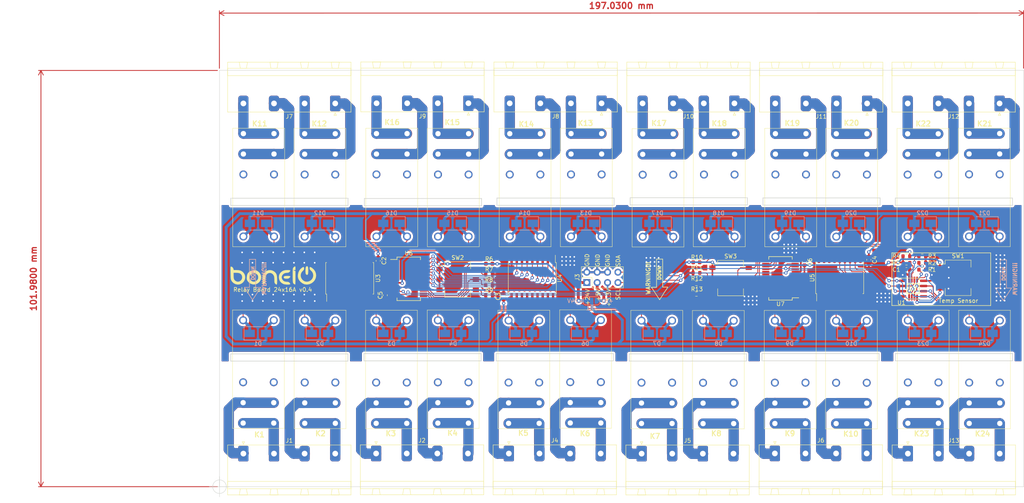
<source format=kicad_pcb>
(kicad_pcb (version 20211014) (generator pcbnew)
  (layers (0 "F.Cu" signal) (31 "B.Cu" signal) (34 "B.Paste" user) (35 "F.Paste" user) (36 "B.SilkS" user "B.Silkscreen") (37 "F.SilkS" user "F.Silkscreen") (38 "B.Mask" user) (39 "F.Mask" user) (44 "Edge.Cuts" user))
  (net 0 "")
  (net 1 "Net-(J1-Pad1)")
  (net 2 "Net-(J1-Pad2)")
  (net 3 "Net-(J2-Pad1)")
  (net 4 "Net-(J2-Pad2)")
  (net 5 "Net-(J4-Pad2)")
  (net 6 "Net-(J4-Pad1)")
  (net 7 "Net-(J5-Pad2)")
  (net 8 "Net-(J5-Pad1)")
  (net 9 "Net-(J8-Pad2)")
  (net 10 "Net-(J8-Pad1)")
  (net 11 "Net-(J9-Pad2)")
  (net 12 "Net-(J9-Pad1)")
  (net 13 "Net-(J10-Pad2)")
  (net 14 "Net-(J10-Pad1)")
  (net 15 "Net-(J11-Pad2)")
  (net 16 "Net-(J11-Pad3)")
  (net 17 "Net-(J11-Pad4)")
  (net 18 "GND")
  (net 19 "Net-(J5-Pad3)")
  (net 20 "Net-(J5-Pad4)")
  (net 21 "Net-(J11-Pad1)")
  (net 22 "Net-(J1-Pad3)")
  (net 23 "Net-(J1-Pad4)")
  (net 24 "Net-(J2-Pad4)")
  (net 25 "Net-(J2-Pad3)")
  (net 26 "Net-(J4-Pad4)")
  (net 27 "Net-(J4-Pad3)")
  (net 28 "Net-(J6-Pad3)")
  (net 29 "Net-(J6-Pad4)")
  (net 30 "Net-(J8-Pad3)")
  (net 31 "Net-(J8-Pad4)")
  (net 32 "Net-(J9-Pad4)")
  (net 33 "Net-(J9-Pad3)")
  (net 34 "Net-(J10-Pad3)")
  (net 35 "Net-(J10-Pad4)")
  (net 36 "Net-(J6-Pad1)")
  (net 37 "Net-(J6-Pad2)")
  (net 38 "+3V3")
  (net 39 "SDA")
  (net 40 "SCL")
  (net 41 "K20")
  (net 42 "K10")
  (net 43 "K19")
  (net 44 "K9")
  (net 45 "K18")
  (net 46 "K8")
  (net 47 "K17")
  (net 48 "K7")
  (net 49 "K16")
  (net 50 "K6")
  (net 51 "K15")
  (net 52 "K5")
  (net 53 "K14")
  (net 54 "K4")
  (net 55 "K13")
  (net 56 "K3")
  (net 57 "K12")
  (net 58 "K2")
  (net 59 "K11")
  (net 60 "K1")
  (net 61 "RELAY1")
  (net 62 "RELAY2")
  (net 63 "RELAY3")
  (net 64 "RELAY4")
  (net 65 "RELAY5")
  (net 66 "RELAY6")
  (net 67 "RELAY7")
  (net 68 "RELAY8")
  (net 69 "RELAY9")
  (net 70 "RELAY10")
  (net 71 "RELAY19")
  (net 72 "RELAY20")
  (net 73 "+24V")
  (net 74 "Net-(J7-Pad4)")
  (net 75 "Net-(J7-Pad3)")
  (net 76 "Net-(J7-Pad2)")
  (net 77 "Net-(J7-Pad1)")
  (net 78 "+5V")
  (net 79 "Net-(J13-Pad4)")
  (net 80 "Net-(J13-Pad3)")
  (net 81 "Net-(J13-Pad2)")
  (net 82 "Net-(J13-Pad1)")
  (net 83 "RELAY21")
  (net 84 "RELAY22")
  (net 85 "RELAY23")
  (net 86 "RELAY24")
  (net 87 "K22")
  (net 88 "K21")
  (net 89 "K24")
  (net 90 "K23")
  (net 91 "Net-(J12-Pad4)")
  (net 92 "Net-(J12-Pad3)")
  (net 93 "Net-(J12-Pad2)")
  (net 94 "Net-(J12-Pad1)")
  (net 95 "VCC")
  (net 146 "Net-(R9-Pad1)")
  (net 147 "Net-(R11-Pad1)")
  (net 148 "Net-(R13-Pad1)")
  (net 149 "Net-(R4-Pad2)")
  (net 162 "Net-(R5-Pad2)")
  (net 165 "RELAY13")
  (net 166 "RELAY14")
  (net 167 "RELAY12")
  (net 168 "RELAY11")
  (net 169 "RELAY18")
  (net 170 "RELAY17")
  (net 171 "RELAY16")
  (net 172 "RELAY15")
  (net 173 "Net-(R1-Pad1)")
  (net 174 "Net-(R2-Pad1)")
  (net 175 "Net-(R3-Pad1)")
  (net 176 "Net-(R6-Pad2)")
  (net 177 "Net-(R7-Pad1)")
  (net 178 "Net-(R8-Pad1)")
  (net 179 "Net-(R10-Pad2)")
  (net 180 "Net-(R12-Pad1)")
  (footprint "Resistor_SMD:R_0603_1608Metric" (layer "F.Cu") (at 456.435 310.878)
    (fp_text reference "R5")
    (fp_text value "4.7k")
  )
  (footprint "Connector_Phoenix_GMSTB:PhoenixContact_GMSTBA_2,5_4-G_1x04_P7.50mm_Horizontal" (layer "F.Cu") (at 326.51 357.578)
    (fp_text reference "J2")
    (fp_text value "Screw_Terminal_01x04")
  )
  (footprint "Connector_Phoenix_GMSTB:PhoenixContact_GMSTBA_2,5_4-G_1x04_P7.50mm_Horizontal" (layer "F.Cu") (at 359.03 357.588)
    (fp_text reference "J4")
    (fp_text value "Screw_Terminal_01x04")
  )
  (footprint "Connector_Phoenix_GMSTB:PhoenixContact_GMSTBA_2,5_4-G_1x04_P7.50mm_Horizontal" (layer "F.Cu") (at 391.56 357.618)
    (fp_text reference "J5")
    (fp_text value "Screw_Terminal_01x04")
  )
  (footprint "Connector_Phoenix_GMSTB:PhoenixContact_GMSTBA_2,5_4-G_1x04_P7.50mm_Horizontal" (layer "F.Cu") (at 424.2 357.568)
    (fp_text reference "J6")
    (fp_text value "Screw_Terminal_01x04")
  )
  (footprint "Connector_Phoenix_GMSTB:PhoenixContact_GMSTBA_2,5_4-G_1x04_P7.50mm_Horizontal" (layer "F.Cu") (at 316.49 271.818 180)
    (fp_text reference "J7")
    (fp_text value "Screw_Terminal_01x04")
  )
  (footprint "Connector_Phoenix_GMSTB:PhoenixContact_GMSTBA_2,5_4-G_1x04_P7.50mm_Horizontal" (layer "F.Cu") (at 446.8 271.818 180)
    (fp_text reference "J11")
    (fp_text value "Screw_Terminal_01x04")
  )
  (footprint "Connector_Phoenix_GMSTB:PhoenixContact_GMSTBA_2,5_4-G_1x04_P7.50mm_Horizontal" (layer "F.Cu") (at 293.99 357.608)
    (fp_text reference "J1")
    (fp_text value "Screw_Terminal_01x04")
  )
  (footprint "Package_SO:SOIC-18W_7.5x11.6mm_P1.27mm" (layer "F.Cu") (at 440.08 314.548 90)
    (fp_text reference "U5")
    (fp_text value "ULN2803A")
  )
  (footprint "Capacitor_SMD:C_0603_1608Metric" (layer "F.Cu") (at 327.01 310.378 -90)
    (fp_text reference "C2")
    (fp_text value "100n")
  )
  (footprint "Capacitor_SMD:C_0603_1608Metric" (layer "F.Cu") (at 357.75 319.088 90)
    (fp_text reference "C3")
    (fp_text value "100n")
  )
  (footprint "Capacitor_SMD:C_0603_1608Metric" (layer "F.Cu") (at 447.23 310.113 -90)
    (fp_text reference "C4")
    (fp_text value "100n")
  )
  (footprint "Symbol:boneIO_LOGO_srednie" (layer "F.Cu") (at 301.33 313.988)
    (fp_text reference "G***" hide)
    (fp_text value "LOGO" hide)
  )
  (footprint "Resistor_SMD:R_0603_1608Metric" (layer "F.Cu") (at 404.985 310.738)
    (fp_text reference "R10")
    (fp_text value "4.7k")
  )
  (footprint "boneIO - relay board 24x16A:PinHeader_2x04_P2.54mm_Vertical" (layer "F.Cu") (at 378.1322 315.699 90)
    (fp_text reference "J3")
    (fp_text value "Conn_02x04_Odd_Even")
  )
  (footprint "boneIO - relay board 24x16A:SOP65P490X110-8N" (layer "F.Cu") (at 458.065 317.173 -90)
    (fp_text reference "U2")
    (fp_text value "MCP9808-E_MS")
  )
  (footprint "Capacitor_SMD:C_0603_1608Metric" (layer "F.Cu") (at 456.4375 312.528)
    (fp_text reference "C1")
    (fp_text value "100n")
  )
  (footprint "Capacitor_SMD:C_0603_1608Metric" (layer "F.Cu") (at 328.74 318.8055 -90)
    (fp_text reference "C5")
    (fp_text value "100n")
  )
  (footprint "Capacitor_SMD:C_0603_1608Metric" (layer "F.Cu") (at 431.45 310.6605 90)
    (fp_text reference "C6")
    (fp_text value "100n")
  )
  (footprint "Connector_Phoenix_GMSTB:PhoenixContact_GMSTBA_2,5_4-G_1x04_P7.50mm_Horizontal" (layer "F.Cu") (at 381.74 271.788 180)
    (fp_text reference "J8")
    (fp_text value "Screw_Terminal_01x04")
  )
  (footprint "Connector_Phoenix_GMSTB:PhoenixContact_GMSTBA_2,5_4-G_1x04_P7.50mm_Horizontal" (layer "F.Cu") (at 349.12 271.768 180)
    (fp_text reference "J9")
    (fp_text value "Screw_Terminal_01x04")
  )
  (footprint "Connector_Phoenix_GMSTB:PhoenixContact_GMSTBA_2,5_4-G_1x04_P7.50mm_Horizontal" (layer "F.Cu") (at 414.29 271.798 180)
    (fp_text reference "J10")
    (fp_text value "Screw_Terminal_01x04")
  )
  (footprint "Connector_Phoenix_GMSTB:PhoenixContact_GMSTBA_2,5_4-G_1x04_P7.50mm_Horizontal" (layer "F.Cu") (at 479.25 271.818 180)
    (fp_text reference "J12")
    (fp_text value "Screw_Terminal_01x04")
  )
  (footprint "Connector_Phoenix_GMSTB:PhoenixContact_GMSTBA_2,5_4-G_1x04_P7.50mm_Horizontal" (layer "F.Cu") (at 456.79 357.608)
    (fp_text reference "J13")
    (fp_text value "Screw_Terminal_01x04")
  )
  (footprint "Resistor_SMD:R_0603_1608Metric" (layer "F.Cu") (at 354.1925 311.088 180)
    (fp_text reference "R6")
    (fp_text value "4.7k")
  )
  (footprint "Package_SO:SSOP-28_5.3x10.2mm_P0.65mm" (layer "F.Cu") (at 334.5 314.788)
    (fp_text reference "U6")
    (fp_text value "MCP23017_SS")
  )
  (footprint "Package_SO:SSOP-28_5.3x10.2mm_P0.65mm" (layer "F.Cu") (at 425.58 314.678 180)
    (fp_text reference "U7")
    (fp_text value "MCP23017_SS")
  )
  (footprint "Package_SO:SOIC-18W_7.5x11.6mm_P1.27mm" (layer "F.Cu") (at 320.04 314.658 90)
    (fp_text reference "U3")
    (fp_text value "ULN2803A")
  )
  (footprint "Package_SO:SOIC-18W_7.5x11.6mm_P1.27mm" (layer "F.Cu") (at 364.78 314.658 -90)
    (fp_text reference "U4")
    (fp_text value "ULN2803A")
  )
  (footprint "boneIO - relay board 24x16A:RM852011351024" (layer "F.Cu") (at 293.93 345.128 -90)
    (fp_text reference "K1")
    (fp_text value "RM85-2011-35-1024" hide)
  )
  (footprint "boneIO - relay board 24x16A:RM852011351024" (layer "F.Cu") (at 309.02 345.178 -90)
    (fp_text reference "K2")
    (fp_text value "RM85-2011-35-1024" hide)
  )
  (footprint "boneIO - relay board 24x16A:RM852011351024" (layer "F.Cu") (at 326.52 345.188 -90)
    (fp_text reference "K3")
    (fp_text value "RM85-2011-35-1024" hide)
  )
  (footprint "boneIO - relay board 24x16A:RM852011351024" (layer "F.Cu") (at 341.63 345.138 -90)
    (fp_text reference "K4")
    (fp_text value "RM85-2011-35-1024" hide)
  )
  (footprint "boneIO - relay board 24x16A:RM852011351024" (layer "F.Cu") (at 358.96 345.188 -90)
    (fp_text reference "K5")
    (fp_text value "RM85-2011-35-1024" hide)
  )
  (footprint "boneIO - relay board 24x16A:RM852011351024" (layer "F.Cu") (at 374.07 345.098 -90)
    (fp_text reference "K6")
    (fp_text value "RM85-2011-35-1024" hide)
  )
  (footprint "boneIO - relay board 24x16A:RM852011351024" (layer "F.Cu") (at 391.52 345.218 -90)
    (fp_text reference "K7")
    (fp_text value "RM85-2011-35-1024" hide)
  )
  (footprint "boneIO - relay board 24x16A:RM852011351024" (layer "F.Cu") (at 406.61 345.248 -90)
    (fp_text reference "K8")
    (fp_text value "RM85-2011-35-1024" hide)
  )
  (footprint "boneIO - relay board 24x16A:RM852011351024" (layer "F.Cu") (at 424.2 345.228 -90)
    (fp_text reference "K9")
    (fp_text value "RM85-2011-35-1024" hide)
  )
  (footprint "boneIO - relay board 24x16A:RM852011351024" (layer "F.Cu") (at 439.21 345.248 -90)
    (fp_text reference "K10")
    (fp_text value "RM85-2011-35-1024" hide)
  )
  (footprint "boneIO - relay board 24x16A:RM852011351024" (layer "F.Cu") (at 301.49 284.208 90)
    (fp_text reference "K11")
    (fp_text value "RM85-2011-35-1024" hide)
  )
  (footprint "boneIO - relay board 24x16A:RM852011351024" (layer "F.Cu") (at 316.5 284.238 90)
    (fp_text reference "K12")
    (fp_text value "RM85-2011-35-1024" hide)
  )
  (footprint "boneIO - relay board 24x16A:RM852011351024" (layer "F.Cu") (at 381.76 284.208 90)
    (fp_text reference "K13")
    (fp_text value "RM85-2011-35-1024" hide)
  )
  (footprint "boneIO - relay board 24x16A:RM852011351024" (layer "F.Cu") (at 366.75 284.228 90)
    (fp_text reference "K14")
    (fp_text value "RM85-2011-35-1024" hide)
  )
  (footprint "boneIO - relay board 24x16A:RM852011351024" (layer "F.Cu") (at 349.17 284.228 90)
    (fp_text reference "K15")
    (fp_text value "RM85-2011-35-1024" hide)
  )
  (footprint "boneIO - relay board 24x16A:RM852011351024" (layer "F.Cu") (at 334.09 284.208 90)
    (fp_text reference "K16")
    (fp_text value "RM85-2011-35-1024" hide)
  )
  (footprint "boneIO - relay board 24x16A:RM852011351024" (layer "F.Cu") (at 399.32 284.278 90)
    (fp_text reference "K17")
    (fp_text value "RM85-2011-35-1024" hide)
  )
  (footprint "boneIO - relay board 24x16A:RM852011351024" (layer "F.Cu") (at 414.33 284.238 90)
    (fp_text reference "K18")
    (fp_text value "RM85-2011-35-1024" hide)
  )
  (footprint "boneIO - relay board 24x16A:RM852011351024" (layer "F.Cu") (at 431.83 284.228 90)
    (fp_text reference "K19")
    (fp_text value "RM85-2011-35-1024" hide)
  )
  (footprint "boneIO - relay board 24x16A:RM852011351024" (layer "F.Cu") (at 446.75 284.248 90)
    (fp_text reference "K20")
    (fp_text value "RM85-2011-35-1024" hide)
  )
  (footprint "boneIO - relay board 24x16A:RM852011351024" (layer "F.Cu") (at 479.28 284.188 90)
    (fp_text reference "K21")
    (fp_text value "RM85-2011-35-1024" hide)
  )
  (footprint "boneIO - relay board 24x16A:RM852011351024" (layer "F.Cu") (at 464.23 284.258 90)
    (fp_text reference "K22")
    (fp_text value "RM85-2011-35-1024" hide)
  )
  (footprint "boneIO - relay board 24x16A:RM852011351024" (layer "F.Cu") (at 456.78 345.168 -90)
    (fp_text reference "K23")
    (fp_text value "RM85-2011-35-1024" hide)
  )
  (footprint "boneIO - relay board 24x16A:RM852011351024" (layer "F.Cu") (at 471.81 345.208 -90)
    (fp_text reference "K24")
    (fp_text value "RM85-2011-35-1024" hide)
  )
  (footprint "Resistor_SMD:R_0603_1608Metric" (layer "F.Cu") (at 354.185 313.678)
    (fp_text reference "R7")
    (fp_text value "10k")
  )
  (footprint "Resistor_SMD:R_0603_1608Metric" (layer "F.Cu") (at 354.185 316.268)
    (fp_text reference "R8")
    (fp_text value "10k")
  )
  (footprint "Resistor_SMD:R_0603_1608Metric" (layer "F.Cu") (at 354.185 318.858)
    (fp_text reference "R9")
    (fp_text value "10k")
  )
  (footprint "Resistor_SMD:R_0603_1608Metric" (layer "F.Cu") (at 404.985 313.331333 180)
    (fp_text reference "R11")
    (fp_text value "10k")
  )
  (footprint "Resistor_SMD:R_0603_1608Metric" (layer "F.Cu") (at 404.985 315.924666 180)
    (fp_text reference "R12")
    (fp_text value "10k")
  )
  (footprint "Resistor_SMD:R_0603_1608Metric" (layer "F.Cu") (at 404.985 318.518 180)
    (fp_text reference "R13")
    (fp_text value "10k")
  )
  (footprint "Package_SO:SO-8_3.9x4.9mm_P1.27mm" (layer "F.Cu") (at 458.065 317.173)
    (fp_text reference "U1")
    (fp_text value "MCP9808-E_SO8")
  )
  (footprint "Resistor_SMD:R_0603_1608Metric" (layer "F.Cu") (at 460.31 312.538)
    (fp_text reference "R1")
    (fp_text value "10k")
  )
  (footprint "Resistor_SMD:R_0603_1608Metric" (layer "F.Cu") (at 460.31 310.868)
    (fp_text reference "R2")
    (fp_text value "10k")
  )
  (footprint "Resistor_SMD:R_0603_1608Metric" (layer "F.Cu") (at 460.31 309.238)
    (fp_text reference "R3")
    (fp_text value "10k")
  )
  (footprint "Resistor_SMD:R_0603_1608Metric" (layer "F.Cu") (at 456.425 309.248)
    (fp_text reference "R4")
    (fp_text value "4.7k")
  )
  (footprint "Button_Switch_SMD:SW_DIP_SPSTx03_Slide_Omron_A6S-310x_W8.9mm_P2.54mm" (layer "F.Cu") (at 469.09 314.538)
    (fp_text reference "SW1")
    (fp_text value "SW_DIP_x03")
  )
  (footprint "Button_Switch_SMD:SW_DIP_SPSTx03_Slide_Omron_A6S-310x_W8.9mm_P2.54mm" (layer "F.Cu") (at 346.49 314.948)
    (fp_text reference "SW2")
    (fp_text value "SW_DIP_x03")
  )
  (footprint "Button_Switch_SMD:SW_DIP_SPSTx03_Slide_Omron_A6S-310x_W8.9mm_P2.54mm" (layer "F.Cu") (at 413.35 314.598)
    (fp_text reference "SW3")
    (fp_text value "SW_DIP_x03")
  )
  (footprint "Diode_SMD:D_SMA" (layer "B.Cu") (at 312.76 328.158)
    (fp_text reference "D2")
    (fp_text value "4007")
  )
  (footprint "Diode_SMD:D_SMA" (layer "B.Cu") (at 312.75 301.198 180)
    (fp_text reference "D12")
    (fp_text value "4007")
  )
  (footprint "Diode_SMD:D_SMA" (layer "B.Cu") (at 460.38 301.198 180)
    (fp_text reference "D22")
    (fp_text value "4007")
  )
  (footprint "Diode_SMD:D_SMA" (layer "B.Cu") (at 427.98 301.198 180)
    (fp_text reference "D19")
    (fp_text value "4007")
  )
  (footprint "Diode_SMD:D_SMA" (layer "B.Cu") (at 395.31 328.158)
    (fp_text reference "D7")
    (fp_text value "4007")
  )
  (footprint "Diode_SMD:D_SMA" (layer "B.Cu") (at 427.85 328.158)
    (fp_text reference "D9")
    (fp_text value "4007")
  )
  (footprint "Diode_SMD:D_SMA" (layer "B.Cu") (at 442.93 328.158)
    (fp_text reference "D10")
    (fp_text value "4007")
  )
  (footprint "Diode_SMD:D_SMA" (layer "B.Cu") (at 442.85 301.198 180)
    (fp_text reference "D20")
    (fp_text value "4007")
  )
  (footprint "Diode_SMD:D_SMA" (layer "B.Cu") (at 330.25 301.198 180)
    (fp_text reference "D16")
    (fp_text value "4007")
  )
  (footprint "Diode_SMD:D_SMA" (layer "B.Cu") (at 345.37 328.158)
    (fp_text reference "D4")
    (fp_text value "4007")
  )
  (footprint "Diode_SMD:D_SMA" (layer "B.Cu") (at 395.44 301.198 180)
    (fp_text reference "D17")
    (fp_text value "4007")
  )
  (footprint "Diode_SMD:D_SMA" (layer "B.Cu") (at 362.7 328.158)
    (fp_text reference "D5")
    (fp_text value "4007")
  )
  (footprint "Diode_SMD:D_SMA" (layer "B.Cu") (at 410.43 301.228 180)
    (fp_text reference "D18")
    (fp_text value "4007")
  )
  (footprint "Jumper:SolderJumper-3_P1.3mm_Bridged12_RoundedPad1.0x1.5mm" (layer "B.Cu") (at 379.27 320.178)
    (fp_text reference "JP1")
    (fp_text value "SolderJumper_3_Bridged12")
  )
  (footprint "Diode_SMD:D_SMA" (layer "B.Cu") (at 475.51 301.198 180)
    (fp_text reference "D21")
    (fp_text value "4007")
  )
  (footprint "Diode_SMD:D_SMA" (layer "B.Cu") (at 297.54 328.158)
    (fp_text reference "D1")
    (fp_text value "4007")
  )
  (footprint "Diode_SMD:D_SMA" (layer "B.Cu") (at 377.92 301.198 180)
    (fp_text reference "D13")
    (fp_text value "4007")
  )
  (footprint "Diode_SMD:D_SMA" (layer "B.Cu") (at 460.52 328.158)
    (fp_text reference "D23")
    (fp_text value "4007")
  )
  (footprint "Diode_SMD:D_SMA" (layer "B.Cu") (at 297.58 301.198 180)
    (fp_text reference "D11")
    (fp_text value "4007")
  )
  (footprint "Diode_SMD:D_SMA" (layer "B.Cu") (at 330.29 328.158)
    (fp_text reference "D3")
    (fp_text value "4007")
  )
  (footprint "Diode_SMD:D_SMA" (layer "B.Cu") (at 410.4 328.158)
    (fp_text reference "D8")
    (fp_text value "4007")
  )
  (footprint "Diode_SMD:D_SMA" (layer "B.Cu") (at 345.24 301.198 180)
    (fp_text reference "D15")
    (fp_text value "4007")
  )
  (footprint "Diode_SMD:D_SMA" (layer "B.Cu") (at 475.55 328.158)
    (fp_text reference "D24")
    (fp_text value "4007")
  )
  (footprint "Diode_SMD:D_SMA" (layer "B.Cu") (at 362.89 301.198 180)
    (fp_text reference "D14")
    (fp_text value "4007")
  )
  (footprint "Diode_SMD:D_SMA" (layer "B.Cu") (at 377.75 328.158)
    (fp_text reference "D6")
    (fp_text value "4007")
  )
  (gr_line (start 480.18 320.108) (end 478.18 317.018) (layer "B.SilkS") (width 0.15))
  (gr_line (start 478.18 317.018) (end 479.43 317.018) (layer "B.SilkS") (width 0.15))
  (gr_line (start 480.94 310.158) (end 479.43 310.158) (layer "B.SilkS") (width 0.15))
  (gr_line (start 479.43 310.158) (end 479.43 317.018) (layer "B.SilkS") (width 0.15))
  (gr_line (start 482.19 317.048) (end 480.18 320.108) (layer "B.SilkS") (width 0.15))
  (gr_line (start 480.94 310.168) (end 480.94 317.028) (layer "B.SilkS") (width 0.15))
  (gr_line (start 480.94 317.048) (end 482.19 317.048) (layer "B.SilkS") (width 0.15))
  (gr_line (start 294.23 316.868) (end 295.48 316.868) (layer "B.SilkS") (width 0.15))
  (gr_line (start 295.48 310.008) (end 295.48 316.868) (layer "B.SilkS") (width 0.15))
  (gr_line (start 296.99 316.898) (end 298.24 316.898) (layer "B.SilkS") (width 0.15))
  (gr_line (start 298.24 316.898) (end 296.23 319.958) (layer "B.SilkS") (width 0.15))
  (gr_line (start 296.23 319.958) (end 294.23 316.868) (layer "B.SilkS") (width 0.15))
  (gr_line (start 296.99 310.018) (end 296.99 316.878) (layer "B.SilkS") (width 0.15))
  (gr_line (start 296.99 310.008) (end 295.48 310.008) (layer "B.SilkS") (width 0.15))
  (gr_line (start 452.87 308.418) (end 452.87 321.318) (layer "F.SilkS") (width 0.15))
  (gr_line (start 477.08 308.428) (end 452.87 308.418) (layer "F.SilkS") (width 0.15))
  (gr_line (start 477.08 321.328) (end 452.87 321.318) (layer "F.SilkS") (width 0.15))
  (gr_line (start 393.96 316.848) (end 395.97 319.908) (layer "F.SilkS") (width 0.15))
  (gr_line (start 395.21 309.958) (end 396.72 309.958) (layer "F.SilkS") (width 0.15))
  (gr_line (start 477.08 308.428) (end 477.08 321.328) (layer "F.SilkS") (width 0.15))
  (gr_line (start 395.21 309.968) (end 395.21 316.828) (layer "F.SilkS") (width 0.15))
  (gr_line (start 397.97 316.818) (end 396.72 316.818) (layer "F.SilkS") (width 0.15))
  (gr_line (start 395.97 319.908) (end 397.97 316.818) (layer "F.SilkS") (width 0.15))
  (gr_line (start 396.72 309.958) (end 396.72 316.818) (layer "F.SilkS") (width 0.15))
  (gr_line (start 395.21 316.848) (end 393.96 316.848) (layer "F.SilkS") (width 0.15))
  (gr_line (start 290.895 334.947) (end 290.895 333.169) (layer "Edge.Cuts") (width 0.15))
  (gr_line (start 449.992 296.746) (end 421.29 296.746) (layer "Edge.Cuts") (width 0.15))
  (gr_line (start 421.29 296.746) (end 421.29 294.968) (layer "Edge.Cuts") (width 0.15))
  (gr_line (start 449.992 294.968) (end 449.992 296.746) (layer "Edge.Cuts") (width 0.15))
  (gr_line (start 421.29 294.968) (end 449.992 294.968) (layer "Edge.Cuts") (width 0.15))
  (gr_line (start 485.14 365.708) (end 288.14 365.708) (layer "Edge.Cuts") (width 0.1))
  (gr_line (start 288.14 263.708) (end 485.14 263.708) (layer "Edge.Cuts") (width 0.1))
  (gr_line (start 485.14 263.708) (end 485.14 365.708) (layer "Edge.Cuts") (width 0.1))
  (gr_line (start 453.71 296.776) (end 453.71 294.998) (layer "Edge.Cuts") (width 0.15))
  (gr_line (start 453.71 294.998) (end 482.412 294.998) (layer "Edge.Cuts") (width 0.15))
  (gr_line (start 482.412 294.998) (end 482.412 296.776) (layer "Edge.Cuts") (width 0.15))
  (gr_line (start 482.412 296.776) (end 453.71 296.776) (layer "Edge.Cuts") (width 0.15))
  (gr_line (start 482.43 333.091) (end 482.43 334.869) (layer "Edge.Cuts") (width 0.15))
  (gr_line (start 453.728 334.869) (end 453.728 333.091) (layer "Edge.Cuts") (width 0.15))
  (gr_line (start 453.728 333.091) (end 482.43 333.091) (layer "Edge.Cuts") (width 0.15))
  (gr_line (start 482.43 334.869) (end 453.728 334.869) (layer "Edge.Cuts") (width 0.15))
  (gr_line (start 323.64 296.886) (end 323.64 295.108) (layer "Edge.Cuts") (width 0.15))
  (gr_line (start 290.895 333.169) (end 319.597 333.169) (layer "Edge.Cuts") (width 0.15))
  (gr_line (start 384.812 296.776) (end 356.11 296.776) (layer "Edge.Cuts") (width 0.15))
  (gr_line (start 417.452 294.918) (end 417.452 296.696) (layer "Edge.Cuts") (width 0.15))
  (gr_line (start 319.597 334.947) (end 290.895 334.947) (layer "Edge.Cuts") (width 0.15))
  (gr_line (start 356.11 294.998) (end 384.812 294.998) (layer "Edge.Cuts") (width 0.15))
  (gr_line (start 290.917 295.038) (end 319.619 295.038) (layer "Edge.Cuts") (width 0.15))
  (gr_line (start 319.597 333.169) (end 319.597 334.947) (layer "Edge.Cuts") (width 0.15))
  (gr_line (start 388.518 334.936) (end 388.518 333.158) (layer "Edge.Cuts") (width 0.15))
  (gr_line (start 417.452 296.696) (end 388.75 296.696) (layer "Edge.Cuts") (width 0.15))
  (gr_line (start 355.928 334.883) (end 355.928 333.105) (layer "Edge.Cuts") (width 0.15))
  (gr_line (start 323.535 333.102) (end 352.237 333.102) (layer "Edge.Cuts") (width 0.15))
  (gr_line (start 290.917 296.816) (end 290.917 295.038) (layer "Edge.Cuts") (width 0.15))
  (gr_line (start 421.038 333.091) (end 449.74 333.091) (layer "Edge.Cuts") (width 0.15))
  (gr_line (start 352.237 334.88) (end 323.535 334.88) (layer "Edge.Cuts") (width 0.15))
  (gr_line (start 449.74 334.869) (end 421.038 334.869) (layer "Edge.Cuts") (width 0.15))
  (gr_line (start 323.535 334.88) (end 323.535 333.102) (layer "Edge.Cuts") (width 0.15))
  (gr_line (start 421.038 334.869) (end 421.038 333.091) (layer "Edge.Cuts") (width 0.15))
  (gr_line (start 384.63 333.105) (end 384.63 334.883) (layer "Edge.Cuts") (width 0.15))
  (gr_line (start 384.63 334.883) (end 355.928 334.883) (layer "Edge.Cuts") (width 0.15))
  (gr_line (start 388.518 333.158) (end 417.22 333.158) (layer "Edge.Cuts") (width 0.15))
  (gr_line (start 323.64 295.108) (end 352.342 295.108) (layer "Edge.Cuts") (width 0.15))
  (gr_line (start 355.928 333.105) (end 384.63 333.105) (layer "Edge.Cuts") (width 0.15))
  (gr_line (start 352.237 333.102) (end 352.237 334.88) (layer "Edge.Cuts") (width 0.15))
  (gr_line (start 356.11 296.776) (end 356.11 294.998) (layer "Edge.Cuts") (width 0.15))
  (gr_line (start 417.22 334.936) (end 388.518 334.936) (layer "Edge.Cuts") (width 0.15))
  (gr_line (start 388.75 296.696) (end 388.75 294.918) (layer "Edge.Cuts") (width 0.15))
  (gr_line (start 319.619 295.038) (end 319.619 296.816) (layer "Edge.Cuts") (width 0.15))
  (gr_line (start 388.75 294.918) (end 417.452 294.918) (layer "Edge.Cuts") (width 0.15))
  (gr_line (start 319.619 296.816) (end 290.917 296.816) (layer "Edge.Cuts") (width 0.15))
  (gr_line (start 449.74 333.091) (end 449.74 334.869) (layer "Edge.Cuts") (width 0.15))
  (gr_line (start 417.22 333.158) (end 417.22 334.936) (layer "Edge.Cuts") (width 0.15))
  (gr_line (start 352.342 295.108) (end 352.342 296.886) (layer "Edge.Cuts") (width 0.15))
  (gr_line (start 288.14 263.708) (end 288.14 365.708) (layer "Edge.Cuts") (width 0.1))
  (gr_line (start 352.342 296.886) (end 323.64 296.886) (layer "Edge.Cuts") (width 0.15))
  (gr_line (start 384.812 294.998) (end 384.812 296.776) (layer "Edge.Cuts") (width 0.15))
  (gr_text "+24V" (at 375.33 320.198) (layer "B.SilkS") (effects (font (size 1 1)) (justify mirror)))
  (gr_text "+5V" (at 383.15 320.198) (layer "B.SilkS") (effects (font (size 1 1)) (justify mirror)))
  (gr_text "DOWN\n" (at 480.21 313.568 -90) (layer "B.SilkS") (effects (font (size 0.8 0.8) (thickness 0.2)) (justify mirror)))
  (gr_text "WARNING!!! " (at 482.96 314.438 270) (layer "B.SilkS") (effects (font (size 1 1) (thickness 0.2)) (justify mirror)))
  (gr_text "DOWN" (at 296.26 313.418 270) (layer "B.SilkS") (effects (font (size 0.8 0.8) (thickness 0.2)) (justify mirror)))
  (gr_text "WARNING!!! " (at 299.01 314.288 270) (layer "B.SilkS") (effects (font (size 1 1) (thickness 0.2)) (justify mirror)))
  (gr_text "SCL" (at 385.79 318.608 90) (layer "F.SilkS") (effects (font (size 1 1))))
  (gr_text "SDA" (at 385.8 310.388 90) (layer "F.SilkS") (effects (font (size 1 1))))
  (gr_text "GND" (at 380.78 310.238 90) (layer "F.SilkS") (effects (font (size 1 1))))
  (gr_text "+5V" (at 380.92 318.748 90) (layer "F.SilkS") (effects (font (size 1 1))))
  (gr_text "Temp Sensor" (at 469.16 320.158) (layer "F.SilkS") (effects (font (size 1 1))))
  (gr_text "GND" (at 383.22 310.258 90) (layer "F.SilkS") (effects (font (size 1 1))))
  (gr_text "+3.3V" (at 383.49 319.408 90) (layer "F.SilkS") (effects (font (size 1 1))))
  (gr_text "GND" (at 378.2 310.158 90) (layer "F.SilkS") (effects (font (size 1 1))))
  (gr_text "DOWN" (at 395.94 313.368 90) (layer "F.SilkS") (effects (font (size 0.8 0.8) (thickness 0.2))))
  (gr_text "WARNING!!! " (at 393.19 314.238 90) (layer "F.SilkS") (effects (font (size 1 1) (thickness 0.2))))
  (gr_text "+24V" (at 378.32 319.278 90) (layer "F.SilkS") (effects (font (size 1 1))))
  (gr_text "Relay Board 24x16A v0.4" (at 301.17 317.438) (layer "F.SilkS") (effects (font (size 1 1))))
  (dimension (type aligned) (layer "F.Cu") (pts (xy 288.11 263.708) (xy 485.14 263.688)) (height -14.019983) (gr_text "197.0300 mm" (at 386.623394 247.878017 0.005815944711) (layer "F.Cu") (effects (font (size 1.5 1.5) (thickness 0.3)))) (format (units 3) (units_format 1) (precision 4)) (style (thickness 0.2) (arrow_length 1.27) (text_position_mode 0) (extension_height 0.58642) (extension_offset 0.5) keep_text_aligned))
  (dimension (type aligned) (layer "F.Cu") (pts (xy 288.14 263.728) (xy 288.14 365.708)) (height 43.75) (gr_text "101.9800 mm" (at 242.59 314.718 90) (layer "F.Cu") (effects (font (size 1.5 1.5) (thickness 0.3)))) (format (units 3) (units_format 1) (precision 4)) (style (thickness 0.2) (arrow_length 1.27) (text_position_mode 0) (extension_height 0.58642) (extension_offset 0.5) keep_text_aligned))
  (target plus (at 288.14 365.708) (size 5) (width 0.1) (layer "Edge.Cuts"))
  (segment (start 301.44 345.148) (end 293.94 345.148) (width 2.5) (layer "F.Cu") (net 1))
  (segment (start 291.3648 357.5318) (end 294.0548 357.5318) (width 2.5) (layer "F.Cu") (net 1))
  (segment (start 292.1028 345.1118) (end 290.4006 346.814) (width 2.5) (layer "F.Cu") (net 1))
  (segment (start 294.0848 345.1118) (end 292.1028 345.1118) (width 2.5) (layer "F.Cu") (net 1))
  (segment (start 290.4006 356.5676) (end 291.3648 357.5318) (width 2.5) (layer "F.Cu") (net 1))
  (segment locked (start 290.4006 346.814) (end 290.4006 356.5676) (width 2.5) (layer "F.Cu") (net 1))
  (segment (start 301.43 345.148) (end 293.93 345.148) (width 2.5) (layer "B.Cu") (net 1))
  (segment (start 294.0848 345.0864) (end 292.1028 345.0864) (width 2.5) (layer "B.Cu") (net 1))
  (segment (start 291.3648 357.5064) (end 294.0548 357.5064) (width 2.5) (layer "B.Cu") (net 1))
  (segment (start 290.4006 346.7886) (end 290.4006 356.5422) (width 2.5) (layer "B.Cu") (net 1))
  (segment (start 292.1028 345.0864) (end 290.4006 346.7886) (width 2.5) (layer "B.Cu") (net 1))
  (segment (start 290.4006 356.5422) (end 291.3648 357.5064) (width 2.5) (layer "B.Cu") (net 1))
  (segment (start 301.42 350.138) (end 301.42 357.538) (width 2.5) (layer "F.Cu") (net 2))
  (segment (start 293.92 350.138) (end 301.42 350.138) (width 2.5) (layer "F.Cu") (net 2))
  (segment (start 293.92 350.138) (end 301.42 350.138) (width 2.5) (layer "B.Cu") (net 2))
  (segment (start 301.42 357.538) (end 301.49 357.608) (width 2.5) (layer "B.Cu") (net 2))
  (segment (start 301.42 350.138) (end 301.42 357.538) (width 2.5) (layer "B.Cu") (net 2))
  (segment (start 334.03 345.178) (end 326.53 345.178) (width 2.5) (layer "F.Cu") (net 3))
  (segment (start 324.5386 345.188) (end 322.8364 346.8902) (width 2.5) (layer "F.Cu") (net 3))
  (segment (start 322.8364 346.8902) (end 322.8364 356.6438) (width 2.5) (layer "F.Cu") (net 3))
  (segment (start 326.5206 345.188) (end 324.5386 345.188) (width 2.5) (layer "F.Cu") (net 3))
  (segment (start 322.8364 356.6438) (end 323.8006 357.608) (width 2.5) (layer "F.Cu") (net 3))
  (segment (start 323.8006 357.608) (end 326.4906 357.608) (width 2.5) (layer "F.Cu") (net 3))
  (segment (start 334.02 345.178) (end 326.52 345.178) (width 2.5) (layer "B.Cu") (net 3))
  (segment (start 323.8006 357.608) (end 326.4906 357.608) (width 2.5) (layer "B.Cu") (net 3))
  (segment (start 324.5386 345.188) (end 322.8364 346.8902) (width 2.5) (layer "B.Cu") (net 3))
  (segment (start 322.8364 346.8902) (end 322.8364 356.6438) (width 2.5) (layer "B.Cu") (net 3))
  (segment (start 322.8364 356.6438) (end 323.8006 357.608) (width 2.5) (layer "B.Cu") (net 3))
  (segment (start 326.5206 345.188) (end 324.5386 345.188) (width 2.5) (layer "B.Cu") (net 3))
  (segment (start 326.5 350.198) (end 334 350.198) (width 2.5) (layer "F.Cu") (net 4))
  (segment (start 334 350.198) (end 334 357.598) (width 2.5) (layer "F.Cu") (net 4))
  (segment (start 326.52 350.188) (end 334.02 350.188) (width 2.5) (layer "B.Cu") (net 4))
  (segment (start 334.02 357.568) (end 334.01 357.578) (width 2.5) (layer "B.Cu") (net 4))
  (segment (start 334.02 350.188) (end 334.02 357.568) (width 2.5) (layer "B.Cu") (net 4))
  (segment (start 358.94 350.198) (end 366.44 350.198) (width 2.5) (layer "F.Cu") (net 5))
  (segment (start 366.44 350.198) (end 366.44 357.598) (width 2.5) (layer "F.Cu") (net 5))
  (segment (start 366.47 357.528) (end 366.53 357.588) (width 2.5) (layer "B.Cu") (net 5))
  (segment (start 366.47 350.188) (end 366.47 357.528) (width 2.5) (layer "B.Cu") (net 5))
  (segment (start 358.97 350.188) (end 366.47 350.188) (width 2.5) (layer "B.Cu") (net 5))
  (segment (start 355.2976 346.8902) (end 355.2976 356.6438) (width 2.5) (layer "F.Cu") (net 6))
  (segment (start 358.9818 345.188) (end 356.9998 345.188) (width 2.5) (layer "F.Cu") (net 6))
  (segment (start 356.2618 357.608) (end 358.9518 357.608) (width 2.5) (layer "F.Cu") (net 6))
  (segment (start 356.9998 345.188) (end 355.2976 346.8902) (width 2.5) (layer "F.Cu") (net 6))
  (segment (start 355.2976 356.6438) (end 356.2618 357.608) (width 2.5) (layer "F.Cu") (net 6))
  (segment (start 366.48 345.188) (end 358.98 345.188) (width 2.5) (layer "F.Cu") (net 6))
  (segment (start 356.9998 345.188) (end 355.2976 346.8902) (width 2.5) (layer "B.Cu") (net 6))
  (segment (start 358.9818 345.188) (end 356.9998 345.188) (width 2.5) (layer "B.Cu") (net 6))
  (segment (start 355.2976 346.8902) (end 355.2976 356.6438) (width 2.5) (layer "B.Cu") (net 6))
  (segment (start 356.2618 357.608) (end 358.9518 357.608) (width 2.5) (layer "B.Cu") (net 6))
  (segment (start 355.2976 356.6438) (end 356.2618 357.608) (width 2.5) (layer "B.Cu") (net 6))
  (segment (start 366.48 345.198) (end 358.98 345.198) (width 2.5) (layer "B.Cu") (net 6))
  (segment (start 391.5 350.218) (end 399 350.218) (width 2.5) (layer "F.Cu") (net 7))
  (segment (start 399 350.218) (end 399 357.618) (width 2.5) (layer "F.Cu") (net 7))
  (segment (start 399.02 350.218) (end 399.02 357.578) (width 2.5) (layer "B.Cu") (net 7))
  (segment (start 399.02 357.578) (end 399.06 357.618) (width 2.5) (layer "B.Cu") (net 7))
  (segment (start 391.52 350.218) (end 399.02 350.218) (width 2.5) (layer "B.Cu") (net 7))
  (segment (start 389.5626 345.2388) (end 387.8604 346.941) (width 2.5) (layer "F.Cu") (net 8))
  (segment (start 399.04 345.218) (end 391.54 345.218) (width 2.5) (layer "F.Cu") (net 8))
  (segment (start 391.5446 345.2388) (end 389.5626 345.2388) (width 2.5) (layer "F.Cu") (net 8))
  (segment (start 387.8604 356.6946) (end 388.8246 357.6588) (width 2.5) (layer "F.Cu") (net 8))
  (segment (start 387.8604 346.941) (end 387.8604 356.6946) (width 2.5) (layer "F.Cu") (net 8))
  (segment (start 388.8246 357.6588) (end 391.5146 357.6588) (width 2.5) (layer "F.Cu") (net 8))
  (segment (start 389.5626 345.2388) (end 387.8604 346.941) (width 2.5) (layer "B.Cu") (net 8))
  (segment (start 388.8246 357.6588) (end 391.5146 357.6588) (width 2.5) (layer "B.Cu") (net 8))
  (segment (start 387.8604 346.941) (end 387.8604 356.6946) (width 2.5) (layer "B.Cu") (net 8))
  (segment (start 399.03 345.218) (end 391.53 345.218) (width 2.5) (layer "B.Cu") (net 8))
  (segment (start 387.8604 356.6946) (end 388.8246 357.6588) (width 2.5) (layer "B.Cu") (net 8))
  (segment (start 391.5446 345.2388) (end 389.5626 345.2388) (width 2.5) (layer "B.Cu") (net 8))
  (segment (start 374.26 279.218) (end 374.26 271.818) (width 2.5) (layer "F.Cu") (net 9))
  (segment (start 381.76 279.218) (end 374.26 279.218) (width 2.5) (layer "F.Cu") (net 9))
  (segment (start 374.25 279.198) (end 374.26 279.208) (width 2.5) (layer "B.Cu") (net 9))
  (segment (start 374.25 271.798) (end 374.25 279.198) (width 2.5) (layer "B.Cu") (net 9))
  (segment (start 374.26 279.208) (end 381.69999 279.208) (width 2.5) (layer "B.Cu") (net 9))
  (segment locked (start 385.4728 283.2378) (end 385.4728 273.154) (width 2.5) (layer "F.Cu") (net 10))
  (segment (start 385.4728 273.154) (end 384.0968 271.778) (width 2.5) (layer "F.Cu") (net 10))
  (segment (start 384.0968 271.778) (end 381.7704 271.778) (width 2.5) (layer "F.Cu") (net 10))
  (segment (start 381.7404 284.208) (end 384.5026 284.208) (width 2.5) (layer "F.Cu") (net 10))
  (segment (start 384.5026 284.208) (end 385.4728 283.2378) (width 2.5) (layer "F.Cu") (net 10))
  (segment (start 374.25 284.208) (end 381.75 284.208) (width 2.5) (layer "F.Cu") (net 10))
  (segment (start 374.25 284.208) (end 381.75 284.208) (width 2.5) (layer "B.Cu") (net 10))
  (segment (start 384.0968 271.778) (end 381.7704 271.778) (width 2.5) (layer "B.Cu") (net 10))
  (segment (start 384.5026 284.208) (end 385.4728 283.2378) (width 2.5) (layer "B.Cu") (net 10))
  (segment (start 385.4728 273.154) (end 384.0968 271.778) (width 2.5) (layer "B.Cu") (net 10))
  (segment (start 385.4728 283.2378) (end 385.4728 273.154) (width 2.5) (layer "B.Cu") (net 10))
  (segment (start 381.7404 284.208) (end 384.5026 284.208) (width 2.5) (layer "B.Cu") (net 10))
  (segment (start 341.68 279.248) (end 341.68 271.848) (width 2.5) (layer "F.Cu") (net 11))
  (segment (start 349.18 279.248) (end 341.68 279.248) (width 2.5) (layer "F.Cu") (net 11))
  (segment (start 341.66 279.238) (end 349.09999 279.238) (width 2.5) (layer "B.Cu") (net 11))
  (segment (start 341.62 271.778) (end 341.62 279.198) (width 2.5) (layer "B.Cu") (net 11))
  (segment (start 341.62 279.198) (end 341.66 279.238) (width 2.5) (layer "B.Cu") (net 11))
  (segment (start 351.889 284.2588) (end 352.8592 283.2886) (width 2.5) (layer "F.Cu") (net 12))
  (segment (start 341.66 284.238) (end 349.16 284.238) (width 2.5) (layer "F.Cu") (net 12))
  (segment (start 351.4832 271.8288) (end 349.1568 271.8288) (width 2.5) (layer "F.Cu") (net 12))
  (segment (start 349.1268 284.2588) (end 351.889 284.2588) (width 2.5) (layer "F.Cu") (net 12))
  (segment (start 352.8592 273.2048) (end 351.4832 271.8288) (width 2.5) (layer "F.Cu") (net 12))
  (segment locked (start 352.8592 283.2886) (end 352.8592 273.2048) (width 2.5) (layer "F.Cu") (net 12))
  (segment (start 352.8592 283.2886) (end 352.8592 273.2048) (width 2.5) (layer "B.Cu") (net 12))
  (segment (start 351.4832 271.8288) (end 349.1568 271.8288) (width 2.5) (layer "B.Cu") (net 12))
  (segment (start 351.889 284.2588) (end 352.8592 283.2886) (width 2.5) (layer "B.Cu") (net 12))
  (segment (start 349.1268 284.2588) (end 351.889 284.2588) (width 2.5) (layer "B.Cu") (net 12))
  (segment (start 341.65 284.248) (end 349.15 284.248) (width 2.5) (layer "B.Cu") (net 12))
  (segment (start 352.8592 273.2048) (end 351.4832 271.8288) (width 2.5) (layer "B.Cu") (net 12))
  (segment (start 414.33 279.248) (end 406.83 279.248) (width 2.5) (layer "F.Cu") (net 13))
  (segment (start 406.83 279.248) (end 406.83 271.848) (width 2.5) (layer "F.Cu") (net 13))
  (segment (start 406.83 279.238) (end 406.83 271.848) (width 2.5) (layer "B.Cu") (net 13))
  (segment (start 406.83 279.238) (end 414.26999 279.238) (width 2.5) (layer "B.Cu") (net 13))
  (segment (start 406.83 271.848) (end 406.79 271.808) (width 2.5) (layer "B.Cu") (net 13))
  (segment locked (start 418.0356 283.2886) (end 418.0356 273.2048) (width 2.5) (layer "F.Cu") (net 14))
  (segment (start 418.0356 273.2048) (end 416.6596 271.8288) (width 2.5) (layer "F.Cu") (net 14))
  (segment (start 414.3032 284.2588) (end 417.0654 284.2588) (width 2.5) (layer "F.Cu") (net 14))
  (segment (start 417.0654 284.2588) (end 418.0356 283.2886) (width 2.5) (layer "F.Cu") (net 14))
  (segment (start 416.6596 271.8288) (end 414.3332 271.8288) (width 2.5) (layer "F.Cu") (net 14))
  (segment (start 406.82 284.238) (end 414.32 284.238) (width 2.5) (layer "F.Cu") (net 14))
  (segment (start 418.0356 283.2886) (end 418.0356 273.2048) (width 2.5) (layer "B.Cu") (net 14))
  (segment (start 418.0356 273.2048) (end 416.6596 271.8288) (width 2.5) (layer "B.Cu") (net 14))
  (segment (start 416.6596 271.8288) (end 414.3332 271.8288) (width 2.5) (layer "B.Cu") (net 14))
  (segment (start 406.82 284.238) (end 414.32 284.238) (width 2.5) (layer "B.Cu") (net 14))
  (segment (start 417.0654 284.2588) (end 418.0356 283.2886) (width 2.5) (layer "B.Cu") (net 14))
  (segment (start 414.3032 284.2588) (end 417.0654 284.2588) (width 2.5) (layer "B.Cu") (net 14))
  (segment (start 446.76 279.278) (end 439.26 279.278) (width 2.5) (layer "F.Cu") (net 15))
  (segment (start 439.26 279.278) (end 439.26 271.878) (width 2.5) (layer "F.Cu") (net 15))
  (segment (start 439.3 279.208) (end 439.25 279.258) (width 2.5) (layer "B.Cu") (net 15))
  (segment (start 439.3 271.818) (end 439.3 279.208) (width 2.5) (layer "B.Cu") (net 15))
  (segment (start 439.25 279.258) (end 446.66999 279.258) (width 2.5) (layer "B.Cu") (net 15))
  (segment (start 424.33 284.228) (end 431.83 284.228) (width 2.5) (layer "F.Cu") (net 16))
  (segment (start 431.8292 284.2588) (end 434.5914 284.2588) (width 2.5) (layer "F.Cu") (net 16))
  (segment (start 435.5616 273.2048) (end 434.1856 271.8288) (width 2.5) (layer "F.Cu") (net 16))
  (segment locked (start 435.5616 283.2886) (end 435.5616 273.2048) (width 2.5) (layer "F.Cu") (net 16))
  (segment (start 434.1856 271.8288) (end 431.8592 271.8288) (width 2.5) (layer "F.Cu") (net 16))
  (segment (start 434.5914 284.2588) (end 435.5616 283.2886) (width 2.5) (layer "F.Cu") (net 16))
  (segment (start 424.34 284.238) (end 431.84 284.238) (width 2.5) (layer "B.Cu") (net 16))
  (segment (start 434.5914 284.2588) (end 435.5616 283.2886) (width 2.5) (layer "B.Cu") (net 16))
  (segment (start 434.1856 271.8288) (end 431.8592 271.8288) (width 2.5) (layer "B.Cu") (net 16))
  (segment (start 435.5616 273.2048) (end 434.1856 271.8288) (width 2.5) (layer "B.Cu") (net 16))
  (segment (start 431.8292 284.2588) (end 434.5914 284.2588) (width 2.5) (layer "B.Cu") (net 16))
  (segment (start 435.5616 283.2886) (end 435.5616 273.2048) (width 2.5) (layer "B.Cu") (net 16))
  (segment (start 431.84 279.238) (end 424.34 279.238) (width 2.5) (layer "F.Cu") (net 17))
  (segment (start 424.34 279.238) (end 424.34 271.838) (width 2.5) (layer "F.Cu") (net 17))
  (segment (start 424.3 271.818) (end 424.3 279.198) (width 2.5) (layer "B.Cu") (net 17))
  (segment (start 424.34 279.238) (end 431.78999 279.238) (width 2.5) (layer "B.Cu") (net 17))
  (segment (start 424.3 279.198) (end 424.34 279.238) (width 2.5) (layer "B.Cu") (net 17))
  (segment (start 455.58 313.758) (end 455.51 313.828) (width 0.4) (layer "F.Cu") (net 18))
  (segment (start 329.61452 316.673969) (end 329.875489 316.413) (width 0.4) (layer "F.Cu") (net 18))
  (segment (start 430.57 312.912022) (end 430.57 310.218) (width 0.4) (layer "F.Cu") (net 18))
  (segment (start 329.61452 319.23348) (end 329.61452 316.673969) (width 0.4) (layer "F.Cu") (net 18))
  (segment (start 429.18 313.053) (end 430.429022 313.053) (width 0.4) (layer "F.Cu") (net 18))
  (segment (start 457.225 312.528) (end 457.09 312.663) (width 0.4) (layer "F.Cu") (net 18))
  (segment (start 457.09 312.663) (end 457.09 314.973) (width 0.4) (layer "F.Cu") (net 18))
  (segment (start 430.915 309.873) (end 431.45 309.873) (width 0.4) (layer "F.Cu") (net 18))
  (segment (start 328.74 319.593) (end 329.255 319.593) (width 0.4) (layer "F.Cu") (net 18))
  (segment (start 430.429022 313.053) (end 430.57 312.912022) (width 0.4) (layer "F.Cu") (net 18))
  (segment (start 457.09 314.168) (end 456.68 313.758) (width 0.4) (layer "F.Cu") (net 18))
  (segment (start 430.57 310.218) (end 430.915 309.873) (width 0.4) (layer "F.Cu") (net 18))
  (segment (start 457.09 314.973) (end 457.09 314.168) (width 0.4) (layer "F.Cu") (net 18))
  (segment (start 329.255 319.593) (end 329.61452 319.23348) (width 0.4) (layer "F.Cu") (net 18))
  (segment (start 329.875489 316.413) (end 330.9 316.413) (width 0.4) (layer "F.Cu") (net 18))
  (segment (start 456.68 313.758) (end 455.58 313.758) (width 0.4) (layer "F.Cu") (net 18))
  (segment (start 404.26 318.617168) (end 404.2725 318.604668) (width 0.4) (layer "F.Cu") (net 18))
  (via (at 293.6772 310.8476) (size 0.8) (drill 0.4) (layers "F.Cu" "B.Cu") (net 18))
  (via (at 296.2172 310.8476) (size 0.8) (drill 0.4) (layers "F.Cu" "B.Cu") (net 18))
  (via (at 298.7572 310.8476) (size 0.8) (drill 0.4) (layers "F.Cu" "B.Cu") (net 18))
  (via (at 301.2972 310.8476) (size 0.8) (drill 0.4) (layers "F.Cu" "B.Cu") (net 18))
  (via (at 303.8372 310.8476) (size 0.8) (drill 0.4) (layers "F.Cu" "B.Cu") (net 18))
  (via (at 306.3772 310.8476) (size 0.8) (drill 0.4) (layers "F.Cu" "B.Cu") (net 18))
  (via (at 308.9172 310.8476) (size 0.8) (drill 0.4) (layers "F.Cu" "B.Cu") (net 18))
  (via (at 311.4572 310.8476) (size 0.8) (drill 0.4) (layers "F.Cu" "B.Cu") (net 18))
  (via (at 296.2172 308.3076) (size 0.8) (drill 0.4) (layers "F.Cu" "B.Cu") (net 18))
  (via (at 303.8372 308.3076) (size 0.8) (drill 0.4) (layers "F.Cu" "B.Cu") (net 18))
  (via (at 301.2972 308.3076) (size 0.8) (drill 0.4) (layers "F.Cu" "B.Cu") (net 18))
  (via (at 308.9172 308.3076) (size 0.8) (drill 0.4) (layers "F.Cu" "B.Cu") (net 18))
  (via (at 298.7572 308.3076) (size 0.8) (drill 0.4) (layers "F.Cu" "B.Cu") (net 18))
  (via (at 311.4572 308.3076) (size 0.8) (drill 0.4) (layers "F.Cu" "B.Cu") (net 18))
  (via (at 306.3772 308.3076) (size 0.8) (drill 0.4) (layers "F.Cu" "B.Cu") (net 18))
  (via (at 293.6772 308.3076) (size 0.8) (drill 0.4) (layers "F.Cu" "B.Cu") (net 18))
  (via (at 293.6772 318.6454) (size 0.8) (drill 0.4) (layers "F.Cu" "B.Cu") (net 18))
  (via (at 306.3772 318.6454) (size 0.8) (drill 0.4) (layers "F.Cu" "B.Cu") (net 18))
  (via (at 311.4572 318.6454) (size 0.8) (drill 0.4) (layers "F.Cu" "B.Cu") (net 18))
  (via (at 293.69 320.228) (size 0.8) (drill 0.4) (layers "F.Cu" "B.Cu") (net 18))
  (via (at 296.23 320.228) (size 0.8) (drill 0.4) (layers "F.Cu" "B.Cu") (net 18))
  (via (at 301.31 320.228) (size 0.8) (drill 0.4) (layers "F.Cu" "B.Cu") (net 18))
  (via (at 306.39 320.228) (size 0.8) (drill 0.4) (layers "F.Cu" "B.Cu") (net 18))
  (via (at 298.7572 318.6454) (size 0.8) (drill 0.4) (layers "F.Cu" "B.Cu") (net 18))
  (via (at 308.93 320.228) (size 0.8) (drill 0.4) (layers "F.Cu" "B.Cu") (net 18))
  (via (at 308.9172 318.6454) (size 0.8) (drill 0.4) (layers "F.Cu" "B.Cu") (net 18))
  (via (at 301.2972 318.6454) (size 0.8) (drill 0.4) (layers "F.Cu" "B.Cu") (net 18))
  (via (at 303.8372 318.6454) (size 0.8) (drill 0.4) (layers "F.Cu" "B.Cu") (net 18))
  (via (at 298.77 320.228) (size 0.8) (drill 0.4) (layers "F.Cu" "B.Cu") (net 18))
  (via (at 311.47 320.228) (size 0.8) (drill 0.4) (layers "F.Cu" "B.Cu") (net 18))
  (via (at 296.2172 318.6454) (size 0.8) (drill 0.4) (layers "F.Cu" "B.Cu") (net 18))
  (via (at 303.85 320.228) (size 0.8) (drill 0.4) (layers "F.Cu" "B.Cu") (net 18))
  (via (at 450.26 318.388) (size 0.8) (drill 0.4) (layers "F.Cu" "B.Cu") (net 18))
  (via (at 417.75 319.098) (size 0.8) (drill 0.4) (layers "F.Cu" "B.Cu") (net 18))
  (via (at 480.45 310.988) (size 0.8) (drill 0.4) (layers "F.Cu" "B.Cu") (net 18))
  (via (at 479.49 317.138) (size 0.8) (drill 0.4) (layers "F.Cu" "B.Cu") (net 18))
  (via (at 480.45 308.988) (size 0.8) (drill 0.4) (layers "F.Cu" "B.Cu") (net 18))
  (via (at 429.47 306.378) (size 0.8) (drill 0.4) (layers "F.Cu" "B.Cu") (net 18))
  (via (at 479.49 316.138) (size 0.8) (drill 0.4) (layers "F.Cu" "B.Cu") (net 18))
  (via (at 428.47 306.378) (size 0.8) (drill 0.4) (layers "F.Cu" "B.Cu") (net 18))
  (via (at 372.06 310.408) (size 0.8) (drill 0.4) (layers "F.Cu" "B.Cu") (net 18))
  (via (at 417.75 320.098) (size 0.8) (drill 0.4) (layers "F.Cu" "B.Cu") (net 18))
  (via (at 373.06 311.408) (size 0.8) (drill 0.4) (layers "F.Cu" "B.Cu") (net 18))
  (via (at 451.26 319.388) (size 0.8) (drill 0.4) (layers "F.Cu" "B.Cu") (net 18))
  (via (at 375.06 311.408) (size 0.8) (drill 0.4) (layers "F.Cu" "B.Cu") (net 18))
  (via (at 479.49 318.138) (size 0.8) (drill 0.4) (layers "F.Cu" "B.Cu") (net 18))
  (via (at 480.45 309.988) (size 0.8) (drill 0.4) (layers "F.Cu" "B.Cu") (net 18))
  (via (at 478.49 316.138) (size 0.8) (drill 0.4) (layers "F.Cu" "B.Cu") (net 18))
  (via (at 451.26 318.388) (size 0.8) (drill 0.4) (layers "F.Cu" "B.Cu") (net 18))
  (via (at 416.75 320.098) (size 0.8) (drill 0.4) (layers "F.Cu" "B.Cu") (net 18))
  (via (at 394.72 311.648) (size 0.8) (drill 0.4) (layers "F.Cu" "B.Cu") (net 18))
  (via (at 416.75 321.098) (size 0.8) (drill 0.4) (layers "F.Cu" "B.Cu") (net 18))
  (via (at 479.45 310.988) (size 0.8) (drill 0.4) (layers "F.Cu" "B.Cu") (net 18))
  (via (at 394.72 310.648) (size 0.8) (drill 0.4) (layers "F.Cu" "B.Cu") (net 18))
  (via (at 480.45 311.988) (size 0.8) (drill 0.4) (layers "F.Cu" "B.Cu") (net 18))
  (via (at 394.72 309.648) (size 0.8) (drill 0.4) (layers "F.Cu" "B.Cu") (net 18))
  (via (at 419.75 321.098) (size 0.8) (drill 0.4) (layers "F.Cu" "B.Cu") (net 18))
  (via (at 480.49 317.138) (size 0.8) (drill 0.4) (layers "F.Cu" "B.Cu") (net 18))
  (via (at 462.69 312.038) (size 0.8) (drill 0.4) (layers "F.Cu" "B.Cu") (net 18))
  (via (at 429.47 307.378) (size 0.8) (drill 0.4) (layers "F.Cu" "B.Cu") (net 18))
  (via (at 479.45 312.988) (size 0.8) (drill 0.4) (layers "F.Cu" "B.Cu") (net 18))
  (via (at 393.72 310.648) (size 0.8) (drill 0.4) (layers "F.Cu" "B.Cu") (net 18))
  (via (at 395.72 311.648) (size 0.8) (drill 0.4) (layers "F.Cu" "B.Cu") (net 18))
  (via (at 466.74 317.178) (size 0.8) (drill 0.4) (layers "F.Cu" "B.Cu") (net 18))
  (via (at 478.49 318.138) (size 0.8) (drill 0.4) (layers "F.Cu" "B.Cu") (net 18))
  (via (at 426.47 307.378) (size 0.8) (drill 0.4) (layers "F.Cu" "B.Cu") (net 18))
  (via (at 372.06 311.408) (size 0.8) (drill 0.4) (layers "F.Cu" "B.Cu") (net 18))
  (via (at 451.26 320.388) (size 0.8) (drill 0.4) (layers "F.Cu" "B.Cu") (net 18))
  (via (at 372.06 309.408) (size 0.8) (drill 0.4) (layers "F.Cu" "B.Cu") (net 18))
  (via (at 417.75 321.098) (size 0.8) (drill 0.4) (layers "F.Cu" "B.Cu") (net 18))
  (via (at 373.06 310.408) (size 0.8) (drill 0.4) (layers "F.Cu" "B.Cu") (net 18))
  (via (at 479.45 309.988) (size 0.8) (drill 0.4) (layers "F.Cu" "B.Cu") (net 18))
  (via (at 374.06 311.408) (size 0.8) (drill 0.4) (layers "F.Cu" "B.Cu") (net 18))
  (via (at 480.49 316.138) (size 0.8) (drill 0.4) (layers "F.Cu" "B.Cu") (net 18))
  (via (at 392.72 310.648) (size 0.8) (drill 0.4) (layers "F.Cu" "B.Cu") (net 18))
  (via (at 452.26 320.388) (size 0.8) (drill 0.4) (layers "F.Cu" "B.Cu") (net 18))
  (via (at 373.06 309.408) (size 0.8) (drill 0.4) (layers "F.Cu" "B.Cu") (net 18))
  (via (at 479.45 311.988) (size 0.8) (drill 0.4) (layers "F.Cu" "B.Cu") (net 18))
  (via (at 478.49 317.138) (size 0.8) (drill 0.4) (layers "F.Cu" "B.Cu") (net 18))
  (via (at 478.45 311.988) (size 0.8) (drill 0.4) (layers "F.Cu" "B.Cu") (net 18))
  (via (at 418.75 319.098) (size 0.8) (drill 0.4) (layers "F.Cu" "B.Cu") (net 18))
  (via (at 478.49 319.138) (size 0.8) (drill 0.4) (layers "F.Cu" "B.Cu") (net 18))
  (via (at 466.79 311.978) (size 0.8) (drill 0.4) (layers "F.Cu" "B.Cu") (net 18))
  (via (at 480.49 320.138) (size 0.8) (drill 0.4) (layers "F.Cu" "B.Cu") (net 18))
  (via (at 479.45 308.988) (size 0.8) (drill 0.4) (layers "F.Cu" "B.Cu") (net 18))
  (via (at 480.49 319.138) (size 0.8) (drill 0.4) (layers "F.Cu" "B.Cu") (net 18))
  (via (at 478.45 312.988) (size 0.8) (drill 0.4) (layers "F.Cu" "B.Cu") (net 18))
  (via (at 426.47 306.378) (size 0.8) (drill 0.4) (layers "F.Cu" "B.Cu") (net 18))
  (via (at 480.45 312.988) (size 0.8) (drill 0.4) (layers "F.Cu" "B.Cu") (net 18))
  (via (at 452.26 319.388) (size 0.8) (drill 0.4) (layers "F.Cu" "B.Cu") (net 18))
  (via (at 416.75 319.098) (size 0.8) (drill 0.4) (layers "F.Cu" "B.Cu") (net 18))
  (via (at 395.72 310.648) (size 0.8) (drill 0.4) (layers "F.Cu" "B.Cu") (net 18))
  (via (at 426.47 308.378) (size 0.8) (drill 0.4) (layers "F.Cu" "B.Cu") (net 18))
  (via (at 428.47 308.378) (size 0.8) (drill 0.4) (layers "F.Cu" "B.Cu") (net 18))
  (via (at 375.06 310.408) (size 0.8) (drill 0.4) (layers "F.Cu" "B.Cu") (net 18))
  (via (at 455.51 313.828) (size 0.8) (drill 0.4) (layers "F.Cu" "B.Cu") (net 18))
  (via (at 452.26 318.388) (size 0.8) (drill 0.4) (layers "F.Cu" "B.Cu") (net 18))
  (via (at 375.06 309.408) (size 0.8) (drill 0.4) (layers "F.Cu" "B.Cu") (net 18))
  (via (at 479.49 319.138) (size 0.8) (drill 0.4) (layers "F.Cu" "B.Cu") (net 18))
  (via (at 462.67 313.828) (size 0.8) (drill 0.4) (layers "F.Cu" "B.Cu") (net 18))
  (via (at 392.72 309.648) (size 0.8) (drill 0.4) (layers "F.Cu" "B.Cu") (net 18))
  (via (at 449.26 319.388) (size 0.8) (drill 0.4) (layers "F.Cu" "B.Cu") (net 18))
  (via (at 392.72 311.648) (size 0.8) (drill 0.4) (layers "F.Cu" "B.Cu") (net 18))
  (via (at 427.47 307.378) (size 0.8) (drill 0.4) (layers "F.Cu" "B.Cu") (net 18))
  (via (at 374.06 310.408) (size 0.8) (drill 0.4) (layers "F.Cu" "B.Cu") (net 18))
  (via (at 374.06 309.408) (size 0.8) (drill 0.4) (layers "F.Cu" "B.Cu") (net 18))
  (via (at 427.47 308.378) (size 0.8) (drill 0.4) (layers "F.Cu" "B.Cu") (net 18))
  (via (at 450.26 320.388) (size 0.8) (drill 0.4) (layers "F.Cu" "B.Cu") (net 18))
  (via (at 478.45 308.988) (size 0.8) (drill 0.4) (layers "F.Cu" "B.Cu") (net 18))
  (via (at 395.72 309.648) (size 0.8) (drill 0.4) (layers "F.Cu" "B.Cu") (net 18))
  (via (at 478.49 320.138) (size 0.8) (drill 0.4) (layers "F.Cu" "B.Cu") (net 18))
  (via (at 393.72 311.648) (size 0.8) (drill 0.4) (layers "F.Cu" "B.Cu") (net 18))
  (via (at 466.81 314.528) (size 0.8) (drill 0.4) (layers "F.Cu" "B.Cu") (net 18))
  (via (at 393.72 309.648) (size 0.8) (drill 0.4) (layers "F.Cu" "B.Cu") (net 18))
  (via (at 449.26 318.388) (size 0.8) (drill 0.4) (layers "F.Cu" "B.Cu") (net 18))
  (via (at 419.75 319.098) (size 0.8) (drill 0.4) (layers "F.Cu" "B.Cu") (net 18))
  (via (at 418.75 320.098) (size 0.8) (drill 0.4) (layers "F.Cu" "B.Cu") (net 18))
  (via (at 479.49 320.138) (size 0.8) (drill 0.4) (layers "F.Cu" "B.Cu") (net 18))
  (via (at 419.75 320.098) (size 0.8) (drill 0.4) (layers "F.Cu" "B.Cu") (net 18))
  (via (at 429.47 308.378) (size 0.8) (drill 0.4) (layers "F.Cu" "B.Cu") (net 18))
  (via (at 450.26 319.388) (size 0.8) (drill 0.4) (layers "F.Cu" "B.Cu") (net 18))
  (via (at 478.45 309.988) (size 0.8) (drill 0.4) (layers "F.Cu" "B.Cu") (net 18))
  (via (at 480.49 318.138) (size 0.8) (drill 0.4) (layers "F.Cu" "B.Cu") (net 18))
  (via (at 418.75 321.098) (size 0.8) (drill 0.4) (layers "F.Cu" "B.Cu") (net 18))
  (via (at 449.26 320.388) (size 0.8) (drill 0.4) (layers "F.Cu" "B.Cu") (net 18))
  (via (at 427.47 306.378) (size 0.8) (drill 0.4) (layers "F.Cu" "B.Cu") (net 18))
  (via (at 478.45 310.988) (size 0.8) (drill 0.4) (layers "F.Cu" "B.Cu") (net 18))
  (via (at 428.47 307.378) (size 0.8) (drill 0.4) (layers "F.Cu" "B.Cu") (net 18))
  (segment (start 402.948 356.6946) (end 403.9122 357.6588) (width 2.5) (layer "F.Cu") (net 19))
  (segment (start 406.6322 345.2388) (end 404.6502 345.2388) (width 2.5) (layer "F.Cu") (net 19))
  (segment (start 404.6502 345.2388) (end 402.948 346.941) (width 2.5) (layer "F.Cu") (net 19))
  (segment (start 402.948 346.941) (end 402.948 356.6946) (width 2.5) (layer "F.Cu") (net 19))
  (segment (start 414.12 345.248) (end 406.62 345.248) (width 2.5) (layer "F.Cu") (net 19))
  (segment (start 403.9122 357.6588) (end 406.6022 357.6588) (width 2.5) (layer "F.Cu") (net 19))
  (segment (start 406.6322 345.2388) (end 404.6502 345.2388) (width 2.5) (layer "B.Cu") (net 19))
  (segment (start 403.9122 357.6588) (end 406.6022 357.6588) (width 2.5) (layer "B.Cu") (net 19))
  (segment (start 402.948 346.941) (end 402.948 356.6946) (width 2.5) (layer "B.Cu") (net 19))
  (segment (start 404.6502 345.2388) (end 402.948 346.941) (width 2.5) (layer "B.Cu") (net 19))
  (segment (start 414.11 345.248) (end 406.61 345.248) (width 2.5) (layer "B.Cu") (net 19))
  (segment (start 402.948 356.6946) (end 403.9122 357.6588) (width 2.5) (layer "B.Cu") (net 19))
  (segment (start 414.09 350.248) (end 414.09 357.648) (width 2.5) (layer "F.Cu") (net 20))
  (segment (start 406.59 350.248) (end 414.09 350.248) (width 2.5) (layer "F.Cu") (net 20))
  (segment (start 414.11 357.568) (end 414.06 357.618) (width 2.5) (layer "B.Cu") (net 20))
  (segment (start 414.11 350.248) (end 414.11 357.568) (width 2.5) (layer "B.Cu") (net 20))
  (segment (start 406.61 350.248) (end 414.11 350.248) (width 2.5) (layer "B.Cu") (net 20))
  (segment (start 450.446 273.2048) (end 449.07 271.8288) (width 2.5) (layer "F.Cu") (net 21))
  (segment (start 439.22 284.258) (end 446.72 284.258) (width 2.5) (layer "F.Cu") (net 21))
  (segment (start 446.7136 284.2588) (end 449.4758 284.2588) (width 2.5) (layer "F.Cu") (net 21))
  (segment (start 449.4758 284.2588) (end 450.446 283.2886) (width 2.5) (layer "F.Cu") (net 21))
  (segment locked (start 450.446 283.2886) (end 450.446 273.2048) (width 2.5) (layer "F.Cu") (net 21))
  (segment (start 449.07 271.8288) (end 446.7436 271.8288) (width 2.5) (layer "F.Cu") (net 21))
  (segment (start 439.22 284.258) (end 446.72 284.258) (width 2.5) (layer "B.Cu") (net 21))
  (segment (start 450.446 273.2048) (end 449.07 271.8288) (width 2.5) (layer "B.Cu") (net 21))
  (segment (start 446.7136 284.2588) (end 449.4758 284.2588) (width 2.5) (layer "B.Cu") (net 21))
  (segment (start 450.446 283.2886) (end 450.446 273.2048) (width 2.5) (layer "B.Cu") (net 21))
  (segment (start 449.4758 284.2588) (end 450.446 283.2886) (width 2.5) (layer "B.Cu") (net 21))
  (segment (start 449.07 271.8288) (end 446.7436 271.8288) (width 2.5) (layer "B.Cu") (net 21))
  (segment (start 305.3358 356.6438) (end 306.3 357.608) (width 2.5) (layer "F.Cu") (net 22))
  (segment (start 309.02 345.188) (end 307.038 345.188) (width 2.5) (layer "F.Cu") (net 22))
  (segment (start 307.038 345.188) (end 305.3358 346.8902) (width 2.5) (layer "F.Cu") (net 22))
  (segment locked (start 305.3358 346.8902) (end 305.3358 356.6438) (width 2.5) (layer "F.Cu") (net 22))
  (segment (start 306.3 357.608) (end 308.99 357.608) (width 2.5) (layer "F.Cu") (net 22))
  (segment (start 316.55 345.178) (end 309.05 345.178) (width 2.5) (layer "F.Cu") (net 22))
  (segment (start 305.3358 356.6438) (end 306.3 357.608) (width 2.5) (layer "B.Cu") (net 22))
  (segment (start 316.52 345.188) (end 309.02 345.188) (width 2.5) (layer "B.Cu") (net 22))
  (segment (start 309.02 345.188) (end 307.038 345.188) (width 2.5) (layer "B.Cu") (net 22))
  (segment (start 305.3358 346.8902) (end 305.3358 356.6438) (width 2.5) (layer "B.Cu") (net 22))
  (segment (start 306.3 357.608) (end 308.99 357.608) (width 2.5) (layer "B.Cu") (net 22))
  (segment (start 307.038 345.188) (end 305.3358 346.8902) (width 2.5) (layer "B.Cu") (net 22))
  (segment (start 316.51 350.188) (end 316.51 357.588) (width 2.5) (layer "F.Cu") (net 23))
  (segment (start 309.01 350.188) (end 316.51 350.188) (width 2.5) (layer "F.Cu") (net 23))
  (segment (start 309.02 350.188) (end 316.52 350.188) (width 2.5) (layer "B.Cu") (net 23))
  (segment (start 316.52 357.578) (end 316.49 357.608) (width 2.5) (layer "B.Cu") (net 23))
  (segment (start 316.52 350.188) (end 316.52 357.578) (width 2.5) (layer "B.Cu") (net 23))
  (segment (start 341.64 350.138) (end 349.14 350.138) (width 2.5) (layer "F.Cu") (net 24))
  (segment (start 349.14 350.138) (end 349.14 357.538) (width 2.5) (layer "F.Cu") (net 24))
  (segment (start 349.13 350.138) (end 349.13 357.458) (width 2.5) (layer "B.Cu") (net 24))
  (segment (start 349.13 357.458) (end 349.01 357.578) (width 2.5) (layer "B.Cu") (net 24))
  (segment (start 341.63 350.138) (end 349.13 350.138) (width 2.5) (layer "B.Cu") (net 24))
  (segment (start 349.15 345.128) (end 341.65 345.128) (width 2.5) (layer "F.Cu") (net 25))
  (segment (start 341.6336 345.1372) (end 339.6516 345.1372) (width 2.5) (layer "F.Cu") (net 25))
  (segment (start 337.9494 346.8394) (end 337.9494 356.593) (width 2.5) (layer "F.Cu") (net 25))
  (segment (start 338.9136 357.5572) (end 341.6036 357.5572) (width 2.5) (layer "F.Cu") (net 25))
  (segment (start 337.9494 356.593) (end 338.9136 357.5572) (width 2.5) (layer "F.Cu") (net 25))
  (segment (start 339.6516 345.1372) (end 337.9494 346.8394) (width 2.5) (layer "F.Cu") (net 25))
  (segment (start 338.9136 357.5572) (end 341.6036 357.5572) (width 2.5) (layer "B.Cu") (net 25))
  (segment (start 341.6336 345.1372) (end 339.6516 345.1372) (width 2.5) (layer "B.Cu") (net 25))
  (segment (start 337.9494 346.8394) (end 337.9494 356.593) (width 2.5) (layer "B.Cu") (net 25))
  (segment (start 339.6516 345.1372) (end 337.9494 346.8394) (width 2.5) (layer "B.Cu") (net 25))
  (segment (start 349.13 345.138) (end 341.63 345.138) (width 2.5) (layer "B.Cu") (net 25))
  (segment (start 337.9494 356.593) (end 338.9136 357.5572) (width 2.5) (layer "B.Cu") (net 25))
  (segment (start 374.07 350.088) (end 381.57 350.088) (width 2.5) (layer "F.Cu") (net 26))
  (segment (start 381.57 350.088) (end 381.57 357.488) (width 2.5) (layer "F.Cu") (net 26))
  (segment (start 381.57 350.088) (end 381.57 357.548) (width 2.5) (layer "B.Cu") (net 26))
  (segment (start 374.07 350.088) (end 381.57 350.088) (width 2.5) (layer "B.Cu") (net 26))
  (segment (start 381.57 357.548) (end 381.53 357.588) (width 2.5) (layer "B.Cu") (net 26))
  (segment (start 381.57 345.078) (end 374.07 345.078) (width 2.5) (layer "F.Cu") (net 27))
  (segment (start 371.3748 357.5064) (end 374.0648 357.5064) (width 2.5) (layer "F.Cu") (net 27))
  (segment (start 370.4106 346.7886) (end 370.4106 356.5422) (width 2.5) (layer "F.Cu") (net 27))
  (segment (start 374.0948 345.0864) (end 372.1128 345.0864) (width 2.5) (layer "F.Cu") (net 27))
  (segment (start 372.1128 345.0864) (end 370.4106 346.7886) (width 2.5) (layer "F.Cu") (net 27))
  (segment (start 370.4106 356.5422) (end 371.3748 357.5064) (width 2.5) (layer "F.Cu") (net 27))
  (segment (start 372.1128 345.0864) (end 370.4106 346.7886) (width 2.5) (layer "B.Cu") (net 27))
  (segment (start 370.4106 356.5422) (end 371.3748 357.5064) (width 2.5) (layer "B.Cu") (net 27))
  (segment (start 370.4106 346.7886) (end 370.4106 356.5422) (width 2.5) (layer "B.Cu") (net 27))
  (segment (start 381.57 345.088) (end 374.07 345.088) (width 2.5) (layer "B.Cu") (net 27))
  (segment (start 374.0948 345.0864) (end 372.1128 345.0864) (width 2.5) (layer "B.Cu") (net 27))
  (segment (start 371.3748 357.5064) (end 374.0648 357.5064) (width 2.5) (layer "B.Cu") (net 27))
  (segment (start 446.71 345.228) (end 439.21 345.228) (width 2.5) (layer "F.Cu") (net 28))
  (segment (start 435.5362 356.6946) (end 436.5004 357.6588) (width 2.5) (layer "F.Cu") (net 28))
  (segment (start 439.2204 345.2388) (end 437.2384 345.2388) (width 2.5) (layer "F.Cu") (net 28))
  (segment (start 437.2384 345.2388) (end 435.5362 346.941) (width 2.5) (layer "F.Cu") (net 28))
  (segment (start 435.5362 346.941) (end 435.5362 356.6946) (width 2.5) (layer "F.Cu") (net 28))
  (segment (start 436.5004 357.6588) (end 439.1904 357.6588) (width 2.5) (layer "F.Cu") (net 28))
  (segment (start 435.5362 356.6946) (end 436.5004 357.6588) (width 2.5) (layer "B.Cu") (net 28))
  (segment (start 437.2384 345.2388) (end 435.5362 346.941) (width 2.5) (layer "B.Cu") (net 28))
  (segment (start 436.5004 357.6588) (end 439.1904 357.6588) (width 2.5) (layer "B.Cu") (net 28))
  (segment (start 435.5362 346.941) (end 435.5362 356.6946) (width 2.5) (layer "B.Cu") (net 28))
  (segment (start 439.2204 345.2388) (end 437.2384 345.2388) (width 2.5) (layer "B.Cu") (net 28))
  (segment (start 446.7 345.238) (end 439.2 345.238) (width 2.5) (layer "B.Cu") (net 28))
  (segment (start 439.2 350.248) (end 446.7 350.248) (width 2.5) (layer "F.Cu") (net 29))
  (segment (start 446.7 350.248) (end 446.7 357.648) (width 2.5) (layer "F.Cu") (net 29))
  (segment (start 446.71 357.558) (end 446.7 357.568) (width 2.5) (layer "B.Cu") (net 29))
  (segment (start 439.21 350.238) (end 446.71 350.238) (width 2.5) (layer "B.Cu") (net 29))
  (segment (start 446.71 350.238) (end 446.71 357.558) (width 2.5) (layer "B.Cu") (net 29))
  (segment (start 366.729 284.2588) (end 369.4912 284.2588) (width 2.5) (layer "F.Cu") (net 30))
  (segment (start 370.4614 273.2048) (end 369.0854 271.8288) (width 2.5) (layer "F.Cu") (net 30))
  (segment (start 359.24 284.228) (end 366.74 284.228) (width 2.5) (layer "F.Cu") (net 30))
  (segment (start 369.4912 284.2588) (end 370.4614 283.2886) (width 2.5) (layer "F.Cu") (net 30))
  (segment (start 369.0854 271.8288) (end 366.759 271.8288) (width 2.5) (layer "F.Cu") (net 30))
  (segment locked (start 370.4614 283.2886) (end 370.4614 273.2048) (width 2.5) (layer "F.Cu") (net 30))
  (segment (start 370.4614 283.2886) (end 370.4614 273.2048) (width 2.5) (layer "B.Cu") (net 30))
  (segment (start 369.0854 271.8288) (end 366.759 271.8288) (width 2.5) (layer "B.Cu") (net 30))
  (segment (start 369.4912 284.2588) (end 370.4614 283.2886) (width 2.5) (layer "B.Cu") (net 30))
  (segment (start 370.4614 273.2048) (end 369.0854 271.8288) (width 2.5) (layer "B.Cu") (net 30))
  (segment (start 366.729 284.2588) (end 369.4912 284.2588) (width 2.5) (layer "B.Cu") (net 30))
  (segment (start 359.26 284.238) (end 366.76 284.238) (width 2.5) (layer "B.Cu") (net 30))
  (segment (start 359.26 279.228) (end 359.26 271.828) (width 2.5) (layer "F.Cu") (net 31))
  (segment (start 366.76 279.228) (end 359.26 279.228) (width 2.5) (layer "F.Cu") (net 31))
  (segment (start 359.25 279.228) (end 366.70999 279.228) (width 2.5) (layer "B.Cu") (net 31))
  (segment (start 359.25 271.798) (end 359.25 279.228) (width 2.5) (layer "B.Cu") (net 31))
  (segment (start 334.09 279.208) (end 326.59 279.208) (width 2.5) (layer "F.Cu") (net 32))
  (segment (start 326.59 279.208) (end 326.59 271.808) (width 2.5) (layer "F.Cu") (net 32))
  (segment (start 326.62 279.178) (end 326.59 279.208) (width 2.5) (layer "B.Cu") (net 32))
  (segment (start 326.59 279.208) (end 334.02999 279.208) (width 2.5) (layer "B.Cu") (net 32))
  (segment (start 326.62 271.778) (end 326.62 279.178) (width 2.5) (layer "B.Cu") (net 32))
  (segment (start 337.8224 273.154) (end 336.4464 271.778) (width 2.5) (layer "F.Cu") (net 33))
  (segment (start 334.09 284.208) (end 336.8522 284.208) (width 2.5) (layer "F.Cu") (net 33))
  (segment (start 336.4464 271.778) (end 334.12 271.778) (width 2.5) (layer "F.Cu") (net 33))
  (segment (start 336.8522 284.208) (end 337.8224 283.2378) (width 2.5) (layer "F.Cu") (net 33))
  (segment (start 326.54 284.198) (end 334.04 284.198) (width 2.5) (layer "F.Cu") (net 33))
  (segment locked (start 337.8224 283.2378) (end 337.8224 273.154) (width 2.5) (layer "F.Cu") (net 33))
  (segment (start 337.8224 283.2378) (end 337.8224 273.154) (width 2.5) (layer "B.Cu") (net 33))
  (segment (start 337.8224 273.154) (end 336.4464 271.778) (width 2.5) (layer "B.Cu") (net 33))
  (segment (start 326.58 284.208) (end 334.08 284.208) (width 2.5) (layer "B.Cu") (net 33))
  (segment (start 336.4464 271.778) (end 334.12 271.778) (width 2.5) (layer "B.Cu") (net 33))
  (segment (start 336.8522 284.208) (end 337.8224 283.2378) (width 2.5) (layer "B.Cu") (net 33))
  (segment (start 334.09 284.208) (end 336.8522 284.208) (width 2.5) (layer "B.Cu") (net 33))
  (segment (start 402.9988 273.2302) (end 401.6228 271.8542) (width 2.5) (layer "F.Cu") (net 34))
  (segment (start 402.0286 284.2842) (end 402.9988 283.314) (width 2.5) (layer "F.Cu") (net 34))
  (segment locked (start 402.9988 283.314) (end 402.9988 273.2302) (width 2.5) (layer "F.Cu") (net 34))
  (segment (start 399.2664 284.2842) (end 402.0286 284.2842) (width 2.5) (layer "F.Cu") (net 34))
  (segment (start 401.6228 271.8542) (end 399.2964 271.8542) (width 2.5) (layer "F.Cu") (net 34))
  (segment (start 391.8 284.288) (end 399.3 284.288) (width 2.5) (layer "F.Cu") (net 34))
  (segment (start 399.2664 284.2842) (end 402.0286 284.2842) (width 2.5) (layer "B.Cu") (net 34))
  (segment (start 391.79 284.278) (end 399.29 284.278) (width 2.5) (layer "B.Cu") (net 34))
  (segment (start 402.0286 284.2842) (end 402.9988 283.314) (width 2.5) (layer "B.Cu") (net 34))
  (segment (start 401.6228 271.8542) (end 399.2964 271.8542) (width 2.5) (layer "B.Cu") (net 34))
  (segment (start 402.9988 273.2302) (end 401.6228 271.8542) (width 2.5) (layer "B.Cu") (net 34))
  (segment (start 402.9988 283.314) (end 402.9988 273.2302) (width 2.5) (layer "B.Cu") (net 34))
  (segment (start 391.82 279.288) (end 391.82 271.888) (width 2.5) (layer "F.Cu") (net 35))
  (segment (start 399.32 279.288) (end 391.82 279.288) (width 2.5) (layer "F.Cu") (net 35))
  (segment (start 391.79 271.808) (end 391.79 279.258) (width 2.5) (layer "B.Cu") (net 35))
  (segment (start 391.79 279.258) (end 391.81 279.278) (width 2.5) (layer "B.Cu") (net 35))
  (segment (start 391.81 279.278) (end 399.23999 279.278) (width 2.5) (layer "B.Cu") (net 35))
  (segment (start 420.5248 356.6692) (end 421.489 357.6334) (width 2.5) (layer "F.Cu") (net 36))
  (segment (start 420.5248 346.9156) (end 420.5248 356.6692) (width 2.5) (layer "F.Cu") (net 36))
  (segment (start 421.489 357.6334) (end 424.179 357.6334) (width 2.5) (layer "F.Cu") (net 36))
  (segment (start 431.68 345.208) (end 424.18 345.208) (width 2.5) (layer "F.Cu") (net 36))
  (segment (start 424.209 345.2134) (end 422.227 345.2134) (width 2.5) (layer "F.Cu") (net 36))
  (segment (start 422.227 345.2134) (end 420.5248 346.9156) (width 2.5) (layer "F.Cu") (net 36))
  (segment (start 420.5248 356.6692) (end 421.489 357.6334) (width 2.5) (layer "B.Cu") (net 36))
  (segment (start 421.489 357.6334) (end 424.179 357.6334) (width 2.5) (layer "B.Cu") (net 36))
  (segment (start 424.209 345.2134) (end 422.227 345.2134) (width 2.5) (layer "B.Cu") (net 36))
  (segment (start 422.227 345.2134) (end 420.5248 346.9156) (width 2.5) (layer "B.Cu") (net 36))
  (segment (start 420.5248 346.9156) (end 420.5248 356.6692) (width 2.5) (layer "B.Cu") (net 36))
  (segment (start 431.68 345.218) (end 424.18 345.218) (width 2.5) (layer "B.Cu") (net 36))
  (segment (start 424.19 350.228) (end 431.69 350.228) (width 2.5) (layer "F.Cu") (net 37))
  (segment (start 431.69 350.228) (end 431.69 357.628) (width 2.5) (layer "F.Cu") (net 37))
  (segment (start 431.69 357.558) (end 431.7 357.568) (width 2.5) (layer "B.Cu") (net 37))
  (segment (start 424.19 350.218) (end 431.69 350.218) (width 2.5) (layer "B.Cu") (net 37))
  (segment (start 431.69 350.218) (end 431.69 357.558) (width 2.5) (layer "B.Cu") (net 37))
  (segment (start 454.4 310.778) (end 452.06 310.778) (width 0.4) (layer "F.Cu") (net 38))
  (segment (start 459.04 319.373) (end 459.04 320.518) (width 0.4) (layer "F.Cu") (net 38))
  (segment (start 431.45 313.268) (end 431.45 311.448) (width 0.4) (layer "F.Cu") (net 38))
  (segment (start 432.75 311.428) (end 431.47 311.428) (width 0.4) (layer "F.Cu") (net 38))
  (segment (start 342.52 311.138) (end 342.04 311.618) (width 0.4) (layer "F.Cu") (net 38))
  (segment (start 429.18 313.703) (end 431.015 313.703) (width 0.4) (layer "F.Cu") (net 38))
  (segment (start 464.66 318.138) (end 464.66 317.098) (width 0.4) (layer "F.Cu") (net 38))
  (segment (start 462.4 315.268) (end 460.64 315.268) (width 0.4) (layer "F.Cu") (net 38))
  (segment (start 464.64 310.798) (end 464.61 310.768) (width 0.4) (layer "F.Cu") (net 38))
  (segment (start 403.18 310.708) (end 404.1675 310.708) (width 0.4) (layer "F.Cu") (net 38))
  (segment (start 332.89 315.848) (end 332.805 315.763) (width 0.4) (layer "F.Cu") (net 38))
  (segment (start 464.66 317.098) (end 464.64 317.078) (width 0.4) (layer "F.Cu") (net 38))
  (segment (start 408.9 312.058) (end 408.9 317.138) (width 0.4) (layer "F.Cu") (net 38))
  (segment (start 329.650978 315.763) (end 329.125978 316.288) (width 0.4) (layer "F.Cu") (net 38))
  (segment (start 355.01 311.118) (end 354.98 311.088) (width 0.4) (layer "F.Cu") (net 38))
  (segment (start 408.9 310.748) (end 408.9 312.058) (width 0.4) (layer "F.Cu") (net 38))
  (segment (start 464.64 311.998) (end 464.64 310.798) (width 0.4) (layer "F.Cu") (net 38))
  (segment (start 464.64 311.998) (end 464.64 317.078) (width 0.4) (layer "F.Cu") (net 38))
  (segment (start 431.015 313.703) (end 431.45 313.268) (width 0.4) (layer "F.Cu") (net 38))
  (segment (start 408.89 310.738) (end 408.9 310.748) (width 0.4) (layer "F.Cu") (net 38))
  (segment (start 455.51 310.778) (end 455.61 310.878) (width 0.4) (layer "F.Cu") (net 38))
  (segment (start 342.04 312.408) (end 342.04 317.488) (width 0.4) (layer "F.Cu") (net 38))
  (segment (start 463.13 314.538) (end 462.4 315.268) (width 0.4) (layer "F.Cu") (net 38))
  (segment (start 332.805 315.763) (end 330.9 315.763) (width 0.4) (layer "F.Cu") (net 38))
  (segment (start 344.02 311.138) (end 342.52 311.138) (width 0.4) (layer "F.Cu") (net 38))
  (segment (start 330.9 315.763) (end 329.650978 315.763) (width 0.4) (layer "F.Cu") (net 38))
  (segment (start 454.4 310.778) (end 455.51 310.778) (width 0.4) (layer "F.Cu") (net 38))
  (segment (start 455.6 312.478) (end 455.65 312.528) (width 0.4) (layer "F.Cu") (net 38))
  (segment (start 459.04 320.518) (end 459.05 320.528) (width 0.4) (layer "F.Cu") (net 38))
  (segment (start 329.1 316.288) (end 328.74 316.648) (width 0.4) (layer "F.Cu") (net 38))
  (segment (start 431.47 311.428) (end 431.45 311.448) (width 0.4) (layer "F.Cu") (net 38))
  (segment (start 464.64 314.538) (end 463.13 314.538) (width 0.4) (layer "F.Cu") (net 38))
  (segment (start 342.04 311.618) (end 342.04 312.408) (width 0.4) (layer "F.Cu") (net 38))
  (segment (start 329.125978 316.288) (end 329.1 316.288) (width 0.4) (layer "F.Cu") (net 38))
  (segment (start 455.6 309.248) (end 455.6 312.478) (width 0.4) (layer "F.Cu") (net 38))
  (segment (start 328.74 316.648) (end 328.74 318.018) (width 0.4) (layer "F.Cu") (net 38))
  (segment (start 356.17 311.118) (end 355.01 311.118) (width 0.4) (layer "F.Cu") (net 38))
  (segment (start 404.1675 310.708) (end 404.1975 310.738) (width 0.4) (layer "F.Cu") (net 38))
  (via (at 454.4 310.778) (size 0.8) (drill 0.4) (layers "F.Cu" "B.Cu") (net 38))
  (via (at 356.17 311.118) (size 0.8) (drill 0.4) (layers "F.Cu" "B.Cu") (net 38))
  (via (at 403.18 310.708) (size 0.8) (drill 0.4) (layers "F.Cu" "B.Cu") (net 38))
  (via (at 459.05 320.528) (size 0.8) (drill 0.4) (layers "F.Cu" "B.Cu") (net 38))
  (via (at 332.89 315.848) (size 0.8) (drill 0.4) (layers "F.Cu" "B.Cu") (net 38))
  (via (at 464.66 318.138) (size 0.8) (drill 0.4) (layers "F.Cu" "B.Cu") (net 38))
  (via (at 464.61 310.768) (size 0.8) (drill 0.4) (layers "F.Cu" "B.Cu") (net 38))
  (via (at 432.75 311.428) (size 0.8) (drill 0.4) (layers "F.Cu" "B.Cu") (net 38))
  (via (at 452.06 310.778) (size 0.8) (drill 0.4) (layers "F.Cu" "B.Cu") (net 38))
  (via (at 408.89 310.738) (size 0.8) (drill 0.4) (layers "F.Cu" "B.Cu") (net 38))
  (via (at 344.02 311.138) (size 0.8) (drill 0.4) (layers "F.Cu" "B.Cu") (net 38))
  (segment (start 334.93 308.358) (end 333.38 309.908) (width 0.4) (layer "B.Cu") (net 38))
  (segment (start 368.51 311.118) (end 356.17 311.118) (width 0.4) (layer "B.Cu") (net 38))
  (segment (start 464.61 310.768) (end 463.8 309.958) (width 0.4) (layer "B.Cu") (net 38))
  (segment (start 408.89 310.738) (end 408.86 310.708) (width 0.4) (layer "B.Cu") (net 38))
  (segment (start 402.52 310.708) (end 395.4 317.828) (width 0.4) (layer "B.Cu") (net 38))
  (segment (start 451.41 311.428) (end 432.75 311.428) (width 0.4) (layer "B.Cu") (net 38))
  (segment (start 387.59 317.828) (end 375.22 317.828) (width 0.4) (layer "B.Cu") (net 38))
  (segment (start 462.59 320.528) (end 462.93 320.188) (width 0.4) (layer "B.Cu") (net 38))
  (segment (start 383.2122 317.2802) (end 383.2122 315.699) (width 0.4) (layer "B.Cu") (net 38))
  (segment (start 408.86 310.708) (end 403.18 310.708) (width 0.4) (layer "B.Cu") (net 38))
  (segment (start 387.59 317.828) (end 383.76 317.828) (width 0.4) (layer "B.Cu") (net 38))
  (segment (start 342.77 310.358) (end 340.77 308.358) (width 0.4) (layer "B.Cu") (net 38))
  (segment (start 375.22 317.828) (end 373.63 316.238) (width 0.4) (layer "B.Cu") (net 38))
  (segment (start 344.02 311.138) (end 343.55 311.138) (width 0.4) (layer "B.Cu") (net 38))
  (segment (start 408.89 310.738) (end 409.58 311.428) (width 0.4) (layer "B.Cu") (net 38))
  (segment (start 462.93 320.188) (end 464.66 318.458) (width 0.4) (layer "B.Cu") (net 38))
  (segment (start 344.04 311.118) (end 344.02 311.138) (width 0.4) (layer "B.Cu") (net 38))
  (segment (start 459.05 320.528) (end 462.59 320.528) (width 0.4) (layer "B.Cu") (net 38))
  (segment (start 333.38 309.908) (end 332.89 310.398) (width 0.4) (layer "B.Cu") (net 38))
  (segment (start 464.66 318.458) (end 464.66 318.138) (width 0.4) (layer "B.Cu") (net 38))
  (segment (start 373.63 316.238) (end 368.51 311.118) (width 0.4) (layer "B.Cu") (net 38))
  (segment (start 356.17 311.118) (end 344.04 311.118) (width 0.4) (layer "B.Cu") (net 38))
  (segment (start 343.55 311.138) (end 342.77 310.358) (width 0.4) (layer "B.Cu") (net 38))
  (segment (start 340.77 308.358) (end 338.65 308.358) (width 0.4) (layer "B.Cu") (net 38))
  (segment (start 463.8 309.958) (end 455.22 309.958) (width 0.4) (layer "B.Cu") (net 38))
  (segment (start 403.18 310.708) (end 402.52 310.708) (width 0.4) (layer "B.Cu") (net 38))
  (segment (start 332.89 310.398) (end 332.89 315.848) (width 0.4) (layer "B.Cu") (net 38))
  (segment (start 409.58 311.428) (end 432.75 311.428) (width 0.4) (layer "B.Cu") (net 38))
  (segment (start 338.65 308.358) (end 334.93 308.358) (width 0.4) (layer "B.Cu") (net 38))
  (segment (start 395.4 317.828) (end 387.59 317.828) (width 0.4) (layer "B.Cu") (net 38))
  (segment (start 455.22 309.958) (end 454.4 310.778) (width 0.4) (layer "B.Cu") (net 38))
  (segment (start 383.76 317.828) (end 383.2122 317.2802) (width 0.4) (layer "B.Cu") (net 38))
  (segment (start 452.06 310.778) (end 451.41 311.428) (width 0.4) (layer "B.Cu") (net 38))
  (segment (start 426.87 312.278) (end 426.85 312.258) (width 0.2) (layer "F.Cu") (net 39))
  (segment (start 333.75002 318.588) (end 332.174022 318.588) (width 0.2) (layer "F.Cu") (net 39))
  (segment (start 455.485 315.263) (end 455.49 315.268) (width 0.25) (layer "F.Cu") (net 39))
  (segment (start 388.491 313.159) (end 385.7522 313.159) (width 0.2) (layer "F.Cu") (net 39))
  (segment (start 460.78 314.508) (end 461.35 313.938) (width 0.2) (layer "F.Cu") (net 39))
  (segment (start 459.72 314.508) (end 460.78 314.508) (width 0.2) (layer "F.Cu") (net 39))
  (segment (start 459.68 314.548) (end 459.72 314.508) (width 0.2) (layer "F.Cu") (net 39))
  (segment (start 461.35 313.938) (end 461.35 313.888) (width 0.2) (layer "F.Cu") (net 39))
  (segment (start 454.07 315.258) (end 452.23 315.258) (width 0.2) (layer "F.Cu") (net 39))
  (segment (start 459.04 314.973) (end 459.255 314.973) (width 0.2) (layer "F.Cu") (net 39))
  (segment (start 334.31 318.02802) (end 333.75002 318.588) (width 0.2) (layer "F.Cu") (net 39))
  (segment (start 429.18 311.103) (end 427.245 311.103) (width 0.2) (layer "F.Cu") (net 39))
  (segment (start 426.85 312.258) (end 426.85 311.498) (width 0.2) (layer "F.Cu") (net 39))
  (segment (start 426.85 311.498) (end 426.985 311.363) (width 0.2) (layer "F.Cu") (net 39))
  (segment (start 455.48 315.258) (end 455.49 315.268) (width 0.2) (layer "F.Cu") (net 39))
  (segment (start 389.35 314.018) (end 388.491 313.159) (width 0.2) (layer "F.Cu") (net 39))
  (segment (start 454.07 315.258) (end 455.48 315.258) (width 0.2) (layer "F.Cu") (net 39))
  (segment (start 332.174022 318.588) (end 331.949022 318.363) (width 0.2) (layer "F.Cu") (net 39))
  (segment (start 401.08 314.018) (end 389.35 314.018) (width 0.2) (layer "F.Cu") (net 39))
  (segment (start 452.23 315.258) (end 452.19 315.218) (width 0.2) (layer "F.Cu") (net 39))
  (segment (start 426.985 311.363) (end 427.11 311.238) (width 0.2) (layer "F.Cu") (net 39))
  (segment (start 331.949022 318.363) (end 330.9 318.363) (width 0.2) (layer "F.Cu") (net 39))
  (segment (start 459.255 314.973) (end 459.68 314.548) (width 0.2) (layer "F.Cu") (net 39))
  (segment (start 427.245 311.103) (end 426.985 311.363) (width 0.2) (layer "F.Cu") (net 39))
  (via (at 334.31 318.02802) (size 0.8) (drill 0.4) (layers "F.Cu" "B.Cu") (net 39))
  (via (at 426.87 312.278) (size 0.8) (drill 0.4) (layers "F.Cu" "B.Cu") (net 39))
  (via (at 452.19 315.218) (size 0.8) (drill 0.4) (layers "F.Cu" "B.Cu") (net 39))
  (via (at 454.07 315.258) (size 0.8) (drill 0.4) (layers "F.Cu" "B.Cu") (net 39))
  (via (at 461.35 313.888) (size 0.8) (drill 0.4) (layers "F.Cu" "B.Cu") (net 39))
  (via (at 401.08 314.018) (size 0.8) (drill 0.4) (layers "F.Cu" "B.Cu") (net 39))
  (segment (start 449.23 312.258) (end 452.19 315.218) (width 0.2) (layer "B.Cu") (net 39))
  (segment (start 454.85 315.258) (end 454.07 315.258) (width 0.2) (layer "B.Cu") (net 39))
  (segment (start 455.5 316.538) (end 455.5 315.908) (width 0.2) (layer "B.Cu") (net 39))
  (segment (start 334.60998 318.328) (end 396.77 318.328) (width 0.2) (layer "B.Cu") (net 39))
  (segment (start 426.87 312.278) (end 426.89 312.258) (width 0.2) (layer "B.Cu") (net 39))
  (segment (start 402.84 312.258) (end 401.08 314.018) (width 0.2) (layer "B.Cu") (net 39))
  (segment (start 462.383092 320.02848) (end 462.32 320.02848) (width 0.2) (layer "B.Cu") (net 39))
  (segment (start 416.45 312.258) (end 402.84 312.258) (width 0.2) (layer "B.Cu") (net 39))
  (segment (start 334.31 318.02802) (end 334.60998 318.328) (width 0.2) (layer "B.Cu") (net 39))
  (segment (start 463.03 319.381572) (end 462.383092 320.02848) (width 0.2) (layer "B.Cu") (net 39))
  (segment (start 462.32 320.02848) (end 459.67048 320.02848) (width 0.2) (layer "B.Cu") (net 39))
  (segment (start 463.03 316.588) (end 463.03 319.381572) (width 0.2) (layer "B.Cu") (net 39))
  (segment (start 456.73 319.698) (end 455.78 318.748) (width 0.2) (layer "B.Cu") (net 39))
  (segment (start 455.5 318.468) (end 455.5 316.538) (width 0.2) (layer "B.Cu") (net 39))
  (segment (start 459.67048 320.02848) (end 459.4 319.758) (width 0.2) (layer "B.Cu") (net 39))
  (segment (start 461.35 313.888) (end 461.35 314.908) (width 0.2) (layer "B.Cu") (net 39))
  (segment (start 457.95 319.698) (end 456.73 319.698) (width 0.2) (layer "B.Cu") (net 39))
  (segment (start 426.89 312.258) (end 449.23 312.258) (width 0.2) (layer "B.Cu") (net 39))
  (segment (start 455.02 315.428) (end 454.85 315.258) (width 0.2) (layer "B.Cu") (net 39))
  (segment (start 396.77 318.328) (end 401.08 314.018) (width 0.2) (layer "B.Cu") (net 39))
  (segment (start 459.4 319.758) (end 459.34 319.698) (width 0.2) (layer "B.Cu") (net 39))
  (segment (start 455.78 318.748) (end 455.5 318.468) (width 0.2) (layer "B.Cu") (net 39))
  (segment (start 426.85 312.258) (end 416.45 312.258) (width 0.2) (layer "B.Cu") (net 39))
  (segment (start 459.34 319.698) (end 457.95 319.698) (width 0.2) (layer "B.Cu") (net 39))
  (segment (start 426.87 312.278) (end 426.85 312.258) (width 0.2) (layer "B.Cu") (net 39))
  (segment (start 455.5 315.908) (end 455.02 315.428) (width 0.2) (layer "B.Cu") (net 39))
  (segment (start 461.35 314.908) (end 463.03 316.588) (width 0.2) (layer "B.Cu") (net 39))
  (segment (start 426.92 313.348) (end 426.89 313.348) (width 0.2) (layer "F.Cu") (net 40))
  (segment (start 427.985 311.753) (end 427.69 312.048) (width 0.2) (layer "F.Cu") (net 40))
  (segment (start 388.829 315.699) (end 385.7522 315.699) (width 0.2) (layer "F.Cu") (net 40))
  (segment (start 332.4305 317.8885) (end 333.14 317.8885) (width 0.2) (layer "F.Cu") (net 40))
  (segment (start 455.46 316.568) (end 455.49 316.538) (width 0.2) (layer "F.Cu") (net 40))
  (segment (start 427.69 312.578) (end 426.92 313.348) (width 0.2) (layer "F.Cu") (net 40))
  (segment (start 427.69 312.048) (end 427.69 312.578) (width 0.2) (layer "F.Cu") (net 40))
  (segment (start 455.49 316.538) (end 457.83 316.538) (width 0.2) (layer "F.Cu") (net 40))
  (segment (start 429.18 311.753) (end 427.985 311.753) (width 0.2) (layer "F.Cu") (net 40))
  (segment (start 457.83 316.538) (end 458.39 315.978) (width 0.2) (layer "F.Cu") (net 40))
  (segment (start 401.14 315.128) (end 389.4 315.128) (width 0.2) (layer "F.Cu") (net 40))
  (segment (start 458.39 315.978) (end 458.39 314.973) (width 0.2) (layer "F.Cu") (net 40))
  (segment (start 452.21 316.568) (end 455.46 316.568) (width 0.2) (layer "F.Cu") (net 40))
  (segment (start 332.255 317.713) (end 332.4305 317.8885) (width 0.2) (layer "F.Cu") (net 40))
  (segment (start 389.4 315.128) (end 388.829 315.699) (width 0.2) (layer "F.Cu") (net 40))
  (segment (start 330.9 317.713) (end 332.255 317.713) (width 0.2) (layer "F.Cu") (net 40))
  (via (at 452.21 316.568) (size 0.8) (drill 0.4) (layers "F.Cu" "B.Cu") (net 40))
  (via (at 401.14 315.128) (size 0.8) (drill 0.4) (layers "F.Cu" "B.Cu") (net 40))
  (via (at 426.89 313.348) (size 0.8) (drill 0.4) (layers "F.Cu" "B.Cu") (net 40))
  (via (at 333.14 317.8885) (size 0.8) (drill 0.4) (layers "F.Cu" "B.Cu") (net 40))
  (segment (start 452.21 316.568) (end 448.29952 312.65752) (width 0.2) (layer "B.Cu") (net 40))
  (segment (start 448.29952 312.65752) (end 427.58048 312.65752) (width 0.2) (layer "B.Cu") (net 40))
  (segment (start 333.97902 318.72752) (end 397.54048 318.72752) (width 0.2) (layer "B.Cu") (net 40))
  (segment (start 427.58048 312.65752) (end 426.89 313.348) (width 0.2) (layer "B.Cu") (net 40))
  (segment (start 397.54048 318.72752) (end 401.14 315.128) (width 0.2) (layer "B.Cu") (net 40))
  (segment (start 333.14 317.8885) (end 333.97902 318.72752) (width 0.2) (layer "B.Cu") (net 40))
  (segment (start 402.92 313.348) (end 401.14 315.128) (width 0.2) (layer "B.Cu") (net 40))
  (segment (start 426.89 313.348) (end 402.92 313.348) (width 0.2) (layer "B.Cu") (net 40))
  (segment (start 429.18 316.953) (end 432.139982 316.953) (width 0.2) (layer "F.Cu") (net 41))
  (segment (start 438.81 316.998) (end 438.81 319.198) (width 0.2) (layer "F.Cu") (net 41))
  (segment (start 432.139982 316.953) (end 432.814502 316.27848) (width 0.2) (layer "F.Cu") (net 41))
  (segment (start 438.09048 316.27848) (end 438.81 316.998) (width 0.2) (layer "F.Cu") (net 41))
  (segment (start 432.814502 316.27848) (end 438.09048 316.27848) (width 0.2) (layer "F.Cu") (net 41))
  (segment (start 340.479187 315.366077) (end 339.57611 314.463) (width 0.2) (layer "F.Cu") (net 42))
  (segment (start 368.59 315.118) (end 368.55 315.158) (width 0.2) (layer "F.Cu") (net 42))
  (segment (start 368.59 310.008) (end 368.59 315.118) (width 0.2) (layer "F.Cu") (net 42))
  (segment (start 339.57611 314.463) (end 338.1 314.463) (width 0.2) (layer "F.Cu") (net 42))
  (segment (start 368.58 310.018) (end 368.59 310.008) (width 0.2) (layer "F.Cu") (net 42))
  (via (at 340.479187 315.366077) (size 0.8) (drill 0.4) (layers "F.Cu" "B.Cu") (net 42))
  (via (at 368.55 315.158) (size 0.8) (drill 0.4) (layers "F.Cu" "B.Cu") (net 42))
  (segment (start 340.479187 315.366077) (end 341.03111 315.918) (width 0.2) (layer "B.Cu") (net 42))
  (segment (start 367.35952 316.34848) (end 341.46159 316.34848) (width 0.2) (layer "B.Cu") (net 42))
  (segment (start 341.46159 316.34848) (end 340.479187 315.366077) (width 0.2) (layer "B.Cu") (net 42))
  (segment (start 368.55 315.158) (end 367.35952 316.34848) (width 0.2) (layer "B.Cu") (net 42))
  (segment (start 432.054988 317.603) (end 432.979988 316.678) (width 0.2) (layer "F.Cu") (net 43))
  (segment (start 437.2 316.678) (end 437.55 317.028) (width 0.2) (layer "F.Cu") (net 43))
  (segment (start 437.55 319.188) (end 437.54 319.198) (width 0.2) (layer "F.Cu") (net 43))
  (segment (start 429.18 317.603) (end 432.054988 317.603) (width 0.2) (layer "F.Cu") (net 43))
  (segment (start 437.55 317.028) (end 437.55 319.188) (width 0.2) (layer "F.Cu") (net 43))
  (segment (start 432.979988 316.678) (end 437.2 316.678) (width 0.2) (layer "F.Cu") (net 43))
  (segment (start 340.44979 316.365147) (end 340.427147 316.365147) (width 0.2) (layer "F.Cu") (net 44))
  (segment (start 339.175 315.113) (end 338.1 315.113) (width 0.2) (layer "F.Cu") (net 44))
  (segment (start 369.85 315.228) (end 369.86 315.218) (width 0.2) (layer "F.Cu") (net 44))
  (segment (start 369.86 315.218) (end 369.86 310.008) (width 0.2) (layer "F.Cu") (net 44))
  (segment (start 340.427147 316.365147) (end 339.175 315.113) (width 0.2) (layer "F.Cu") (net 44))
  (via (at 369.85 315.228) (size 0.8) (drill 0.4) (layers "F.Cu" "B.Cu") (net 44))
  (via (at 340.44979 316.365147) (size 0.8) (drill 0.4) (layers "F.Cu" "B.Cu") (net 44))
  (segment (start 340.44979 316.365147) (end 340.832643 316.748) (width 0.2) (layer "B.Cu") (net 44))
  (segment (start 368.33 316.748) (end 369.85 315.228) (width 0.2) (layer "B.Cu") (net 44))
  (segment (start 340.832643 316.748) (end 368.33 316.748) (width 0.2) (layer "B.Cu") (net 44))
  (segment (start 429.18 318.253) (end 431.969994 318.253) (width 0.2) (layer "F.Cu") (net 45))
  (segment (start 431.969994 318.253) (end 433.144514 317.07848) (width 0.2) (layer "F.Cu") (net 45))
  (segment (start 435.76048 317.07848) (end 436.27 317.588) (width 0.2) (layer "F.Cu") (net 45))
  (segment (start 436.27 317.588) (end 436.27 319.198) (width 0.2) (layer "F.Cu") (net 45))
  (segment (start 433.144514 317.07848) (end 435.76048 317.07848) (width 0.2) (layer "F.Cu") (net 45))
  (segment (start 329.415 315.113) (end 327.79 316.738) (width 0.2) (layer "F.Cu") (net 46))
  (segment (start 330.9 315.113) (end 329.415 315.113) (width 0.2) (layer "F.Cu") (net 46))
  (segment (start 324.77 316.738) (end 323.85 317.658) (width 0.2) (layer "F.Cu") (net 46))
  (segment (start 327.79 316.738) (end 324.77 316.738) (width 0.2) (layer "F.Cu") (net 46))
  (segment (start 323.85 317.658) (end 323.85 319.308) (width 0.2) (layer "F.Cu") (net 46))
  (segment (start 434.74 317.478) (end 435 317.738) (width 0.2) (layer "F.Cu") (net 47))
  (segment (start 435 317.738) (end 435 319.198) (width 0.2) (layer "F.Cu") (net 47))
  (segment (start 431.885 318.903) (end 433.31 317.478) (width 0.2) (layer "F.Cu") (net 47))
  (segment (start 429.18 318.903) (end 431.885 318.903) (width 0.2) (layer "F.Cu") (net 47))
  (segment (start 433.31 317.478) (end 434.74 317.478) (width 0.2) (layer "F.Cu") (net 47))
  (segment (start 323.82952 316.33848) (end 327.624514 316.33848) (width 0.2) (layer "F.Cu") (net 48))
  (segment (start 322.58 319.308) (end 322.58 317.588) (width 0.2) (layer "F.Cu") (net 48))
  (segment (start 322.58 317.588) (end 323.82952 316.33848) (width 0.2) (layer "F.Cu") (net 48))
  (segment (start 327.624514 316.33848) (end 329.499994 314.463) (width 0.2) (layer "F.Cu") (net 48))
  (segment (start 329.499994 314.463) (end 330.9 314.463) (width 0.2) (layer "F.Cu") (net 48))
  (segment (start 339.127958 310.563) (end 340.459951 309.231007) (width 0.2) (layer "F.Cu") (net 49))
  (segment (start 338.1 310.563) (end 339.127958 310.563) (width 0.2) (layer "F.Cu") (net 49))
  (segment (start 360.97 313.318) (end 360.97 310.008) (width 0.2) (layer "F.Cu") (net 49))
  (via (at 340.459951 309.231007) (size 0.8) (drill 0.4) (layers "F.Cu" "B.Cu") (net 49))
  (via (at 360.97 313.318) (size 0.8) (drill 0.4) (layers "F.Cu" "B.Cu") (net 49))
  (segment (start 340.459951 309.231007) (end 345.180304 313.95136) (width 0.2) (layer "B.Cu") (net 49))
  (segment (start 345.180304 313.95136) (end 346.18 313.95136) (width 0.2) (layer "B.Cu") (net 49))
  (segment (start 360.33664 313.95136) (end 360.97 313.318) (width 0.2) (layer "B.Cu") (net 49))
  (segment (start 346.18 313.95136) (end 360.33664 313.95136) (width 0.2) (layer "B.Cu") (net 49))
  (segment (start 329.575 313.813) (end 327.44904 315.93896) (width 0.2) (layer "F.Cu") (net 50))
  (segment (start 327.44904 315.93896) (end 322.19904 315.93896) (width 0.2) (layer "F.Cu") (net 50))
  (segment (start 330.9 313.813) (end 329.575 313.813) (width 0.2) (layer "F.Cu") (net 50))
  (segment (start 322.19904 315.93896) (end 321.31 316.828) (width 0.2) (layer "F.Cu") (net 50))
  (segment (start 321.31 316.828) (end 321.31 319.308) (width 0.2) (layer "F.Cu") (net 50))
  (segment (start 339.484484 311.213) (end 340.466999 310.230485) (width 0.2) (layer "F.Cu") (net 51))
  (segment (start 338.1 311.213) (end 339.484484 311.213) (width 0.2) (layer "F.Cu") (net 51))
  (segment (start 362.24 313.748) (end 362.24 310.008) (width 0.2) (layer "F.Cu") (net 51))
  (via (at 362.24 313.748) (size 0.8) (drill 0.4) (layers "F.Cu" "B.Cu") (net 51))
  (via (at 340.466999 310.230485) (size 0.8) (drill 0.4) (layers "F.Cu" "B.Cu") (net 51))
  (segment (start 361.63712 314.35088) (end 362.24 313.748) (width 0.2) (layer "B.Cu") (net 51))
  (segment (start 344.642139 314.35088) (end 346.51 314.35088) (width 0.2) (layer "B.Cu") (net 51))
  (segment (start 346.51 314.35088) (end 361.63712 314.35088) (width 0.2) (layer "B.Cu") (net 51))
  (segment (start 340.466999 310.230485) (end 340.521744 310.230485) (width 0.2) (layer "B.Cu") (net 51))
  (segment (start 340.521744 310.230485) (end 344.642139 314.35088) (width 0.2) (layer "B.Cu") (net 51))
  (segment (start 320.04 316.348) (end 320.04 319.308) (width 0.2) (layer "F.Cu") (net 52))
  (segment (start 327.304994 315.518) (end 320.87 315.518) (width 0.2) (layer "F.Cu") (net 52))
  (segment (start 329.659994 313.163) (end 327.304994 315.518) (width 0.2) (layer "F.Cu") (net 52))
  (segment (start 320.87 315.518) (end 320.04 316.348) (width 0.2) (layer "F.Cu") (net 52))
  (segment (start 330.9 313.163) (end 329.659994 313.163) (width 0.2) (layer "F.Cu") (net 52))
  (segment (start 339.895 311.863) (end 340.53 311.228) (width 0.2) (layer "F.Cu") (net 53))
  (segment (start 363.51 313.758) (end 363.51 310.008) (width 0.2) (layer "F.Cu") (net 53))
  (segment (start 338.1 311.863) (end 339.895 311.863) (width 0.2) (layer "F.Cu") (net 53))
  (via (at 340.53 311.228) (size 0.8) (drill 0.4) (layers "F.Cu" "B.Cu") (net 53))
  (via (at 363.51 313.758) (size 0.8) (drill 0.4) (layers "F.Cu" "B.Cu") (net 53))
  (segment (start 340.53 311.228) (end 344.0524 314.7504) (width 0.2) (layer "B.Cu") (net 53))
  (segment (start 344.0524 314.7504) (end 344.72 314.7504) (width 0.2) (layer "B.Cu") (net 53))
  (segment (start 362.5176 314.7504) (end 363.51 313.758) (width 0.2) (layer "B.Cu") (net 53))
  (segment (start 344.72 314.7504) (end 362.5176 314.7504) (width 0.2) (layer "B.Cu") (net 53))
  (segment (start 327.139508 315.11848) (end 319.58952 315.11848) (width 0.2) (layer "F.Cu") (net 54))
  (segment (start 318.76 315.948) (end 318.76 319.298) (width 0.2) (layer "F.Cu") (net 54))
  (segment (start 319.58952 315.11848) (end 318.76 315.948) (width 0.2) (layer "F.Cu") (net 54))
  (segment (start 318.76 319.298) (end 318.77 319.308) (width 0.2) (layer "F.Cu") (net 54))
  (segment (start 329.744988 312.513) (end 327.139508 315.11848) (width 0.2) (layer "F.Cu") (net 54))
  (segment (start 330.9 312.513) (end 329.744988 312.513) (width 0.2) (layer "F.Cu") (net 54))
  (segment (start 364.78 314.488) (end 364.78 310.008) (width 0.2) (layer "F.Cu") (net 55))
  (segment (start 338.1 312.513) (end 340.335 312.513) (width 0.2) (layer "F.Cu") (net 55))
  (segment (start 364.76 314.508) (end 364.78 314.488) (width 0.2) (layer "F.Cu") (net 55))
  (segment (start 340.335 312.513) (end 340.55 312.298) (width 0.2) (layer "F.Cu") (net 55))
  (via (at 364.76 314.508) (size 0.8) (drill 0.4) (layers "F.Cu" "B.Cu") (net 55))
  (via (at 340.55 312.298) (size 0.8) (drill 0.4) (layers "F.Cu" "B.Cu") (net 55))
  (segment (start 343.40192 315.14992) (end 344.63 315.14992) (width 0.2) (layer "B.Cu") (net 55))
  (segment (start 344.63 315.14992) (end 364.11808 315.14992) (width 0.2) (layer "B.Cu") (net 55))
  (segment (start 340.55 312.298) (end 343.40192 315.14992) (width 0.2) (layer "B.Cu") (net 55))
  (segment (start 364.11808 315.14992) (end 364.76 314.508) (width 0.2) (layer "B.Cu") (net 55))
  (segment (start 318.97904 314.71896) (end 317.49 316.208) (width 0.2) (layer "F.Cu") (net 56))
  (segment (start 317.49 319.298) (end 317.5 319.308) (width 0.2) (layer "F.Cu") (net 56))
  (segment (start 317.49 316.208) (end 317.49 319.298) (width 0.2) (layer "F.Cu") (net 56))
  (segment (start 326.974022 314.71896) (end 318.97904 314.71896) (width 0.2) (layer "F.Cu") (net 56))
  (segment (start 330.9 311.863) (end 329.829982 311.863) (width 0.2) (layer "F.Cu") (net 56))
  (segment (start 329.829982 311.863) (end 326.974022 314.71896) (width 0.2) (layer "F.Cu") (net 56))
  (segment (start 340.335 313.163) (end 338.1 313.163) (width 0.2) (layer "F.Cu") (net 57))
  (segment (start 340.54 313.368) (end 340.335 313.163) (width 0.2) (layer "F.Cu") (net 57))
  (segment (start 366.04 315.028) (end 366.05 315.018) (width 0.2) (layer "F.Cu") (net 57))
  (segment (start 366.05 315.018) (end 366.05 310.008) (width 0.2) (layer "F.Cu") (net 57))
  (via (at 340.54 313.368) (size 0.8) (drill 0.4) (layers "F.Cu" "B.Cu") (net 57))
  (via (at 366.04 315.028) (size 0.8) (drill 0.4) (layers "F.Cu" "B.Cu") (net 57))
  (segment (start 342.72144 315.54944) (end 344.17 315.54944) (width 0.2) (layer "B.Cu") (net 57))
  (segment (start 344.17 315.54944) (end 365.51856 315.54944) (width 0.2) (layer "B.Cu") (net 57))
  (segment (start 340.54 313.368) (end 342.72144 315.54944) (width 0.2) (layer "B.Cu") (net 57))
  (segment (start 365.51856 315.54944) (end 366.04 315.028) (width 0.2) (layer "B.Cu") (net 57))
  (segment (start 316.23 319.308) (end 316.23 316.268) (width 0.2) (layer "F.Cu") (net 58))
  (segment (start 316.23 316.268) (end 318.178559 314.319441) (width 0.2) (layer "F.Cu") (net 58))
  (segment (start 318.178559 314.319441) (end 326.808536 314.31944) (width 0.2) (layer "F.Cu") (net 58))
  (segment (start 329.914976 311.213) (end 330.9 311.213) (width 0.2) (layer "F.Cu") (net 58))
  (segment (start 326.808536 314.31944) (end 329.914976 311.213) (width 0.2) (layer "F.Cu") (net 58))
  (segment (start 340.508117 314.366994) (end 339.954123 313.813) (width 0.2) (layer "F.Cu") (net 59))
  (segment (start 367.32 315.138) (end 367.32 310.008) (width 0.2) (layer "F.Cu") (net 59))
  (segment (start 367.31 315.148) (end 367.32 315.138) (width 0.2) (layer "F.Cu") (net 59))
  (segment (start 339.954123 313.813) (end 338.1 313.813) (width 0.2) (layer "F.Cu") (net 59))
  (via (at 340.508117 314.366994) (size 0.8) (drill 0.4) (layers "F.Cu" "B.Cu") (net 59))
  (via (at 367.31 315.148) (size 0.8) (drill 0.4) (layers "F.Cu" "B.Cu") (net 59))
  (segment (start 342.090083 315.94896) (end 343.08 315.94896) (width 0.2) (layer "B.Cu") (net 59))
  (segment (start 366.50904 315.94896) (end 367.31 315.148) (width 0.2) (layer "B.Cu") (net 59))
  (segment (start 340.508117 314.366994) (end 342.090083 315.94896) (width 0.2) (layer "B.Cu") (net 59))
  (segment (start 343.08 315.94896) (end 366.50904 315.94896) (width 0.2) (layer "B.Cu") (net 59))
  (segment (start 330.9 310.563) (end 329.875 310.563) (width 0.2) (layer "F.Cu") (net 60))
  (segment (start 314.96 315.468) (end 314.96 319.308) (width 0.2) (layer "F.Cu") (net 60))
  (segment (start 316.50808 313.91992) (end 314.96 315.468) (width 0.2) (layer "F.Cu") (net 60))
  (segment (start 326.51808 313.91992) (end 316.50808 313.91992) (width 0.2) (layer "F.Cu") (net 60))
  (segment (start 329.875 310.563) (end 326.51808 313.91992) (width 0.2) (layer "F.Cu") (net 60))
  (segment (start 302.46 307.118) (end 301.49 306.148) (width 0.2) (layer "F.Cu") (net 61))
  (segment (start 301.49 306.148) (end 301.49 304.408) (width 0.2) (layer "F.Cu") (net 61))
  (segment (start 314.41 307.118) (end 302.46 307.118) (width 0.2) (layer "F.Cu") (net 61))
  (segment (start 314.96 307.668) (end 314.41 307.118) (width 0.2) (layer "F.Cu") (net 61))
  (segment (start 314.96 310.008) (end 314.96 307.668) (width 0.2) (layer "F.Cu") (net 61))
  (segment (start 299.58 302.638) (end 301.35 304.408) (width 0.7) (layer "B.Cu") (net 61))
  (segment (start 299.58 301.198) (end 299.58 302.638) (width 0.7) (layer "B.Cu") (net 61))
  (segment (start 301.35 304.408) (end 301.49 304.408) (width 0.7) (layer "B.Cu") (net 61))
  (segment (start 316.23 307.328) (end 316.5 307.058) (width 0.2) (layer "F.Cu") (net 62))
  (segment (start 316.23 310.008) (end 316.23 307.328) (width 0.2) (layer "F.Cu") (net 62))
  (segment (start 316.5 307.058) (end 316.5 304.438) (width 0.2) (layer "F.Cu") (net 62))
  (segment (start 314.75 302.688) (end 316.5 304.438) (width 0.7) (layer "B.Cu") (net 62))
  (segment (start 314.75 301.198) (end 314.75 302.688) (width 0.7) (layer "B.Cu") (net 62))
  (segment (start 318.79 305.908) (end 333.72 305.908) (width 0.2) (layer "F.Cu") (net 63))
  (segment (start 317.5 310.008) (end 317.5 307.198) (width 0.2) (layer "F.Cu") (net 63))
  (segment (start 333.72 305.908) (end 334.09 305.538) (width 0.2) (layer "F.Cu") (net 63))
  (segment (start 334.09 305.538) (end 334.09 304.408) (width 0.2) (layer "F.Cu") (net 63))
  (segment (start 317.5 307.198) (end 318.79 305.908) (width 0.2) (layer "F.Cu") (net 63))
  (segment (start 332.25 301.198) (end 332.25 302.568) (width 0.7) (layer "B.Cu") (net 63))
  (segment (start 332.25 302.568) (end 334.09 304.408) (width 0.7) (layer "B.Cu") (net 63))
  (segment (start 319.85048 306.30752) (end 348.76048 306.30752) (width 0.2) (layer "F.Cu") (net 64))
  (segment (start 318.77 310.008) (end 318.77 307.388) (width 0.2) (layer "F.Cu") (net 64))
  (segment (start 348.76048 306.30752) (end 349.17 305.898) (width 0.2) (layer "F.Cu") (net 64))
  (segment (start 318.77 307.388) (end 319.85048 306.30752) (width 0.2) (layer "F.Cu") (net 64))
  (segment (start 349.17 305.898) (end 349.17 304.428) (width 0.2) (layer "F.Cu") (net 64))
  (segment (start 347.24 302.498) (end 349.17 304.428) (width 0.7) (layer "B.Cu") (net 64))
  (segment (start 347.24 301.198) (end 347.24 302.498) (width 0.7) (layer "B.Cu") (net 64))
  (segment (start 366.16096 306.70704) (end 366.75 306.118) (width 0.2) (layer "F.Cu") (net 65))
  (segment (start 366.75 306.118) (end 366.75 304.428) (width 0.2) (layer "F.Cu") (net 65))
  (segment (start 320.67096 306.70704) (end 366.16096 306.70704) (width 0.2) (layer "F.Cu") (net 65))
  (segment (start 320.04 307.338) (end 320.67096 306.70704) (width 0.2) (layer "F.Cu") (net 65))
  (segment (start 320.04 310.008) (end 320.04 307.338) (width 0.2) (layer "F.Cu") (net 65))
  (segment (start 364.89 301.198) (end 364.89 302.568) (width 0.7) (layer "B.Cu") (net 65))
  (segment (start 364.89 302.568) (end 366.75 304.428) (width 0.7) (layer "B.Cu") (net 65))
  (segment (start 380.62144 307.10656) (end 381.76 305.968) (width 0.2) (layer "F.Cu") (net 66))
  (segment (start 321.31 307.838) (end 322.04144 307.10656) (width 0.2) (layer "F.Cu") (net 66))
  (segment (start 381.76 305.968) (end 381.76 304.408) (width 0.2) (layer "F.Cu") (net 66))
  (segment (start 321.31 310.008) (end 321.31 307.838) (width 0.2) (layer "F.Cu") (net 66))
  (segment (start 322.04144 307.10656) (end 380.62144 307.10656) (width 0.2) (layer "F.Cu") (net 66))
  (segment (start 379.92 301.198) (end 379.92 302.568) (width 0.7) (layer "B.Cu") (net 66))
  (segment (start 379.92 302.568) (end 381.76 304.408) (width 0.7) (layer "B.Cu") (net 66))
  (segment (start 322.58 310.008) (end 322.58 308.358) (width 0.2) (layer "F.Cu") (net 67))
  (segment (start 323.43192 307.50608) (end 398.54192 307.50608) (width 0.2) (layer "F.Cu") (net 67))
  (segment (start 398.54192 307.50608) (end 399.32 306.728) (width 0.2) (layer "F.Cu") (net 67))
  (segment (start 399.32 306.728) (end 399.32 304.478) (width 0.2) (layer "F.Cu") (net 67))
  (segment (start 322.58 308.358) (end 323.43192 307.50608) (width 0.2) (layer "F.Cu") (net 67))
  (segment (start 397.44 302.598) (end 399.32 304.478) (width 0.7) (layer "B.Cu") (net 67))
  (segment (start 397.44 301.198) (end 397.44 302.598) (width 0.7) (layer "B.Cu") (net 67))
  (segment (start 413.12 307.908) (end 414.33 306.698) (width 0.2) (layer "F.Cu") (net 68))
  (segment (start 414.33 306.698) (end 414.33 304.438) (width 0.2) (layer "F.Cu") (net 68))
  (segment (start 398.709808 307.908) (end 413.12 307.908) (width 0.2) (layer "F.Cu") (net 68))
  (segment (start 323.85 308.308) (end 324.2524 307.9056) (width 0.2) (layer "F.Cu") (net 68))
  (segment (start 398.707407 307.905599) (end 398.709808 307.908) (width 0.2) (layer "F.Cu") (net 68))
  (segment (start 323.85 310.008) (end 323.85 308.308) (width 0.2) (layer "F.Cu") (net 68))
  (segment (start 324.2524 307.9056) (end 398.707407 307.905599) (width 0.2) (layer "F.Cu") (net 68))
  (segment (start 412.43 302.538) (end 414.33 304.438) (width 0.7) (layer "B.Cu") (net 68))
  (segment (start 412.43 301.228) (end 412.43 302.538) (width 0.7) (layer "B.Cu") (net 68))
  (segment (start 431.83 304.428) (end 431.83 306.598) (width 0.2) (layer "F.Cu") (net 69))
  (segment (start 431.83 306.598) (end 432.27 307.038) (width 0.2) (layer "F.Cu") (net 69))
  (segment (start 434.22 307.038) (end 435 307.818) (width 0.2) (layer "F.Cu") (net 69))
  (segment (start 435 307.818) (end 435 309.898) (width 0.2) (layer "F.Cu") (net 69))
  (segment (start 432.27 307.038) (end 434.22 307.038) (width 0.2) (layer "F.Cu") (net 69))
  (segment (start 429.98 301.198) (end 429.98 302.578) (width 0.7) (layer "B.Cu") (net 69))
  (segment (start 429.98 302.578) (end 431.83 304.428) (width 0.7) (layer "B.Cu") (net 69))
  (segment (start 446.75 305.568) (end 446.75 304.448) (width 0.2) (layer "F.Cu") (net 70))
  (segment (start 436.27 307.548) (end 437.88 305.938) (width 0.2) (layer "F.Cu") (net 70))
  (segment (start 436.27 309.898) (end 436.27 307.548) (width 0.2) (layer "F.Cu") (net 70))
  (segment (start 446.38 305.938) (end 446.75 305.568) (width 0.2) (layer "F.Cu") (net 70))
  (segment (start 437.88 305.938) (end 446.38 305.938) (width 0.2) (layer "F.Cu") (net 70))
  (segment (start 444.85 302.548) (end 446.75 304.448) (width 0.7) (layer "B.Cu") (net 70))
  (segment (start 444.85 301.198) (end 444.85 302.548) (width 0.7) (layer "B.Cu") (net 70))
  (segment (start 390.47048 322.45848) (end 391.52 323.508) (width 0.2) (layer "F.Cu") (net 71))
  (segment (start 369.27048 322.45848) (end 390.47048 322.45848) (width 0.2) (layer "F.Cu") (net 71))
  (segment (start 391.52 323.508) (end 391.52 325.018) (width 0.2) (layer "F.Cu") (net 71))
  (segment (start 368.59 321.778) (end 369.27048 322.45848) (width 0.2) (layer "F.Cu") (net 71))
  (segment (start 368.59 319.308) (end 368.59 321.778) (width 0.2) (layer "F.Cu") (net 71))
  (segment (start 393.31 328.158) (end 393.31 326.808) (width 0.7) (layer "B.Cu") (net 71))
  (segment (start 393.31 326.808) (end 391.52 325.018) (width 0.7) (layer "B.Cu") (net 71))
  (segment (start 405.710961 322.058961) (end 406.61 322.958) (width 0.2) (layer "F.Cu") (net 72))
  (segment (start 369.86 319.308) (end 369.86 321.418) (width 0.2) (layer "F.Cu") (net 72))
  (segment (start 406.61 322.958) (end 406.61 325.048) (width 0.2) (layer "F.Cu") (net 72))
  (segment (start 369.86 321.418) (end 370.49 322.048) (width 0.2) (layer "F.Cu") (net 72))
  (segment (start 370.49 322.048) (end 370.49 322.05896) (width 0.2) (layer "F.Cu") (net 72))
  (segment (start 370.49 322.05896) (end 405.710961 322.058961) (width 0.2) (layer "F.Cu") (net 72))
  (segment (start 408.4 326.838) (end 406.61 325.048) (width 0.7) (layer "B.Cu") (net 72))
  (segment (start 408.4 328.158) (end 408.4 326.838) (width 0.7) (layer "B.Cu") (net 72))
  (segment (start 376.05 315.968) (end 376.05 320.068) (width 0.7) (layer "F.Cu") (net 73))
  (segment (start 378.1322 315.699) (end 376.319 315.699) (width 0.7) (layer "F.Cu") (net 73))
  (segment (start 376.05 320.068) (end 376.14 320.158) (width 0.7) (layer "F.Cu") (net 73))
  (segment (start 376.319 315.699) (end 376.05 315.968) (width 0.7) (layer "F.Cu") (net 73))
  (via (at 376.14 320.158) (size 1) (drill 0.5) (layers "F.Cu" "B.Cu") (net 73))
  (segment (start 376.14 320.158) (end 378.13 320.158) (width 0.7) (layer "B.Cu") (net 73))
  (segment (start 301.5 279.218) (end 294 279.218) (width 2.5) (layer "F.Cu") (net 74))
  (segment (start 294 279.218) (end 294 271.818) (width 2.5) (layer "F.Cu") (net 74))
  (segment (start 293.99 271.818) (end 293.99 279.208) (width 2.5) (layer "B.Cu") (net 74))
  (segment locked (start 293.99 279.208) (end 301.49 279.208) (width 2.5) (layer "B.Cu") (net 74))
  (segment (start 303.8074 271.778) (end 301.481 271.778) (width 2.5) (layer "F.Cu") (net 75))
  (segment (start 304.2132 284.208) (end 305.1834 283.2378) (width 2.5) (layer "F.Cu") (net 75))
  (segment (start 305.1834 273.154) (end 303.8074 271.778) (width 2.5) (layer "F.Cu") (net 75))
  (segment (start 293.98 284.208) (end 301.48 284.208) (width 2.5) (layer "F.Cu") (net 75))
  (segment (start 301.451 284.208) (end 304.2132 284.208) (width 2.5) (layer "F.Cu") (net 75))
  (segment locked (start 305.1834 283.2378) (end 305.1834 273.154) (width 2.5) (layer "F.Cu") (net 75))
  (segment (start 305.1834 283.2378) (end 305.1834 273.154) (width 2.5) (layer "B.Cu") (net 75))
  (segment (start 305.1834 273.154) (end 303.8074 271.778) (width 2.5) (layer "B.Cu") (net 75))
  (segment locked (start 293.98 284.198) (end 301.48 284.198) (width 2.5) (layer "B.Cu") (net 75))
  (segment (start 304.2132 284.208) (end 305.1834 283.2378) (width 2.5) (layer "B.Cu") (net 75))
  (segment (start 303.8074 271.778) (end 301.481 271.778) (width 2.5) (layer "B.Cu") (net 75))
  (segment (start 301.451 284.208) (end 304.2132 284.208) (width 2.5) (layer "B.Cu") (net 75))
  (segment (start 308.98 279.248) (end 316.48 279.248) (width 2.5) (layer "F.Cu") (net 76))
  (segment (start 308.99 271.838) (end 308.99 279.248) (width 2.5) (layer "F.Cu") (net 76))
  (segment locked (start 309 279.238) (end 316.5 279.238) (width 2.5) (layer "B.Cu") (net 76))
  (segment (start 308.99 271.818) (end 308.99 279.228) (width 2.5) (layer "B.Cu") (net 76))
  (segment (start 308.99 279.228) (end 309 279.238) (width 2.5) (layer "B.Cu") (net 76))
  (segment (start 308.99 284.208) (end 316.49 284.208) (width 2.5) (layer "F.Cu") (net 77))
  (segment (start 318.8188 271.8288) (end 316.4924 271.8288) (width 2.5) (layer "F.Cu") (net 77))
  (segment (start 316.4624 284.2588) (end 319.2246 284.2588) (width 2.5) (layer "F.Cu") (net 77))
  (segment (start 319.2246 284.2588) (end 320.1948 283.2886) (width 2.5) (layer "F.Cu") (net 77))
  (segment locked (start 320.1948 283.2886) (end 320.1948 273.2048) (width 2.5) (layer "F.Cu") (net 77))
  (segment (start 320.1948 273.2048) (end 318.8188 271.8288) (width 2.5) (layer "F.Cu") (net 77))
  (segment (start 316.4624 284.2588) (end 319.2246 284.2588) (width 2.5) (layer "B.Cu") (net 77))
  (segment (start 319.2246 284.2588) (end 320.1948 283.2886) (width 2.5) (layer "B.Cu") (net 77))
  (segment locked (start 308.99 284.228) (end 316.49 284.228) (width 2.5) (layer "B.Cu") (net 77))
  (segment (start 318.8188 271.8288) (end 316.4924 271.8288) (width 2.5) (layer "B.Cu") (net 77))
  (segment (start 320.1948 273.2048) (end 318.8188 271.8288) (width 2.5) (layer "B.Cu") (net 77))
  (segment (start 320.1948 283.2886) (end 320.1948 273.2048) (width 2.5) (layer "B.Cu") (net 77))
  (segment (start 382.29 318.798) (end 382.29 320.148) (width 0.7) (layer "F.Cu") (net 78))
  (segment (start 380.6722 315.699) (end 380.6722 317.1802) (width 0.7) (layer "F.Cu") (net 78))
  (segment (start 381.6 318.108) (end 382.29 318.798) (width 0.7) (layer "F.Cu") (net 78))
  (segment (start 380.6722 317.1802) (end 381.6 318.108) (width 0.7) (layer "F.Cu") (net 78))
  (via (at 382.29 320.148) (size 1) (drill 0.5) (layers "F.Cu" "B.Cu") (net 78))
  (segment (start 382.29 320.148) (end 380.74 320.148) (width 0.7) (layer "B.Cu") (net 78))
  (segment (start 380.74 320.148) (end 380.73 320.158) (width 0.7) (layer "B.Cu") (net 78))
  (segment (start 479.3 350.188) (end 479.3 357.588) (width 2.5) (layer "F.Cu") (net 79))
  (segment (start 471.8 350.188) (end 479.3 350.188) (width 2.5) (layer "F.Cu") (net 79))
  (segment (start 479.31 357.588) (end 479.29 357.608) (width 2.5) (layer "B.Cu") (net 79))
  (segment (start 479.31 350.188) (end 479.31 357.588) (width 2.5) (layer "B.Cu") (net 79))
  (segment (start 471.81 350.188) (end 479.31 350.188) (width 2.5) (layer "B.Cu") (net 79))
  (segment (start 469.8266 345.188) (end 468.1244 346.8902) (width 2.5) (layer "F.Cu") (net 80))
  (segment (start 479.31 345.198) (end 471.81 345.198) (width 2.5) (layer "F.Cu") (net 80))
  (segment (start 471.8086 345.188) (end 469.8266 345.188) (width 2.5) (layer "F.Cu") (net 80))
  (segment (start 468.1244 356.6438) (end 469.0886 357.608) (width 2.5) (layer "F.Cu") (net 80))
  (segment (start 469.0886 357.608) (end 471.7786 357.608) (width 2.5) (layer "F.Cu") (net 80))
  (segment (start 468.1244 346.8902) (end 468.1244 356.6438) (width 2.5) (layer "F.Cu") (net 80))
  (segment (start 471.8086 345.188) (end 469.8266 345.188) (width 2.5) (layer "B.Cu") (net 80))
  (segment (start 468.1244 346.8902) (end 468.1244 356.6438) (width 2.5) (layer "B.Cu") (net 80))
  (segment (start 469.8266 345.188) (end 468.1244 346.8902) (width 2.5) (layer "B.Cu") (net 80))
  (segment (start 479.31 345.188) (end 471.81 345.188) (width 2.5) (layer "B.Cu") (net 80))
  (segment (start 468.1244 356.6438) (end 469.0886 357.608) (width 2.5) (layer "B.Cu") (net 80))
  (segment (start 469.0886 357.608) (end 471.7786 357.608) (width 2.5) (layer "B.Cu") (net 80))
  (segment (start 456.78 350.158) (end 464.28 350.158) (width 2.5) (layer "F.Cu") (net 81))
  (segment (start 464.28 350.158) (end 464.28 357.558) (width 2.5) (layer "F.Cu") (net 81))
  (segment (start 456.79 350.168) (end 464.29 350.168) (width 2.5) (layer "B.Cu") (net 81))
  (segment (start 464.29 350.168) (end 464.29 357.608) (width 2.5) (layer "B.Cu") (net 81))
  (segment (start 456.7972 345.1626) (end 454.8152 345.1626) (width 2.5) (layer "F.Cu") (net 82))
  (segment (start 453.113 356.6184) (end 454.0772 357.5826) (width 2.5) (layer "F.Cu") (net 82))
  (segment (start 454.0772 357.5826) (end 456.7672 357.5826) (width 2.5) (layer "F.Cu") (net 82))
  (segment (start 464.3 345.158) (end 456.8 345.158) (width 2.5) (layer "F.Cu") (net 82))
  (segment (start 453.113 346.8648) (end 453.113 356.6184) (width 2.5) (layer "F.Cu") (net 82))
  (segment (start 454.8152 345.1626) (end 453.113 346.8648) (width 2.5) (layer "F.Cu") (net 82))
  (segment (start 453.113 356.6184) (end 454.0772 357.5826) (width 2.5) (layer "B.Cu") (net 82))
  (segment (start 464.3 345.168) (end 456.8 345.168) (width 2.5) (layer "B.Cu") (net 82))
  (segment (start 454.0772 357.5826) (end 456.7672 357.5826) (width 2.5) (layer "B.Cu") (net 82))
  (segment (start 454.8152 345.1626) (end 453.113 346.8648) (width 2.5) (layer "B.Cu") (net 82))
  (segment (start 456.7972 345.1626) (end 454.8152 345.1626) (width 2.5) (layer "B.Cu") (net 82))
  (segment (start 453.113 346.8648) (end 453.113 356.6184) (width 2.5) (layer "B.Cu") (net 82))
  (segment (start 426.02 321.708) (end 445.9 321.708) (width 0.2) (layer "F.Cu") (net 83))
  (segment (start 440.08 312.273006) (end 440.08 309.898) (width 0.2) (layer "F.Cu") (net 83))
  (segment (start 445.32 313.818) (end 441.624993 313.817999) (width 0.2) (layer "F.Cu") (net 83))
  (segment (start 424.2 325.028) (end 424.2 323.528) (width 0.2) (layer "F.Cu") (net 83))
  (segment (start 446.91 315.408) (end 445.32 313.818) (width 0.2) (layer "F.Cu") (net 83))
  (segment (start 424.2 323.528) (end 426.02 321.708) (width 0.2) (layer "F.Cu") (net 83))
  (segment (start 441.624993 313.817999) (end 440.08 312.273006) (width 0.2) (layer "F.Cu") (net 83))
  (segment (start 445.9 321.708) (end 446.91 320.698) (width 0.2) (layer "F.Cu") (net 83))
  (segment (start 446.91 320.698) (end 446.91 315.408) (width 0.2) (layer "F.Cu") (net 83))
  (segment (start 425.85 326.678) (end 424.2 325.028) (width 0.7) (layer "B.Cu") (net 83))
  (segment (start 425.85 328.158) (end 425.85 326.678) (width 0.7) (layer "B.Cu") (net 83))
  (segment (start 441.35 309.898) (end 441.35 312.978) (width 0.2) (layer "F.Cu") (net 84))
  (segment (start 447.30952 320.86848) (end 446.070481 322.107519) (width 0.2) (layer "F.Cu") (net 84))
  (segment (start 447.30952 315.242514) (end 447.30952 320.86848) (width 0.2) (layer "F.Cu") (net 84))
  (segment (start 439.900481 322.107519) (end 439.21 322.798) (width 0.2) (layer "F.Cu") (net 84))
  (segment (start 446.070481 322.107519) (end 439.900481 322.107519) (width 0.2) (layer "F.Cu") (net 84))
  (segment (start 439.21 322.798) (end 439.21 325.048) (width 0.2) (layer "F.Cu") (net 84))
  (segment (start 441.79048 313.41848) (end 445.485487 313.418481) (width 0.2) (layer "F.Cu") (net 84))
  (segment (start 445.485487 313.418481) (end 447.30952 315.242514) (width 0.2) (layer "F.Cu") (net 84))
  (segment (start 441.35 312.978) (end 441.79048 313.41848) (width 0.2) (layer "F.Cu") (net 84))
  (segment (start 440.93 326.768) (end 439.21 325.048) (width 0.7) (layer "B.Cu") (net 84))
  (segment (start 440.93 328.158) (end 440.93 326.768) (width 0.7) (layer "B.Cu") (net 84))
  (segment (start 447.709039 321.457039) (end 447.709039 315.067039) (width 0.2) (layer "F.Cu") (net 85))
  (segment (start 456.78 323.048) (end 455.93 322.198) (width 0.2) (layer "F.Cu") (net 85))
  (segment (start 443.09096 313.01896) (end 442.62 312.548) (width 0.2) (layer "F.Cu") (net 85))
  (segment (start 456.78 324.968) (end 456.78 323.048) (width 0.2) (layer "F.Cu") (net 85))
  (segment (start 447.709039 315.067039) (end 445.66096 313.01896) (width 0.2) (layer "F.Cu") (net 85))
  (segment (start 455.93 322.198) (end 448.45 322.198) (width 0.2) (layer "F.Cu") (net 85))
  (segment (start 442.62 312.548) (end 442.62 309.898) (width 0.2) (layer "F.Cu") (net 85))
  (segment (start 445.66096 313.01896) (end 443.09096 313.01896) (width 0.2) (layer "F.Cu") (net 85))
  (segment (start 448.45 322.198) (end 447.709039 321.457039) (width 0.2) (layer "F.Cu") (net 85))
  (segment (start 458.52 326.708) (end 456.78 324.968) (width 0.7) (layer "B.Cu") (net 85))
  (segment (start 458.52 328.158) (end 458.52 326.708) (width 0.7) (layer "B.Cu") (net 85))
  (segment (start 443.89 312.078) (end 444.43144 312.61944) (width 0.2) (layer "F.Cu") (net 86))
  (segment (start 444.43144 312.61944) (end 445.826447 312.619441) (width 0.2) (layer "F.Cu") (net 86))
  (segment (start 471.81 322.848) (end 471.81 325.008) (width 0.2) (layer "F.Cu") (net 86))
  (segment (start 443.89 309.898) (end 443.89 312.078) (width 0.2) (layer "F.Cu") (net 86))
  (segment (start 448.108559 321.276559) (end 448.63048 321.79848) (width 0.2) (layer "F.Cu") (net 86))
  (segment (start 448.108559 314.901553) (end 448.108559 321.276559) (width 0.2) (layer "F.Cu") (net 86))
  (segment (start 448.63048 321.79848) (end 470.76048 321.79848) (width 0.2) (layer "F.Cu") (net 86))
  (segment (start 445.826447 312.619441) (end 448.108559 314.901553) (width 0.2) (layer "F.Cu") (net 86))
  (segment (start 470.76048 321.79848) (end 471.81 322.848) (width 0.2) (layer "F.Cu") (net 86))
  (segment (start 473.55 328.158) (end 473.55 326.748) (width 0.7) (layer "B.Cu") (net 86))
  (segment (start 473.55 326.748) (end 471.81 325.008) (width 0.7) (layer "B.Cu") (net 86))
  (segment (start 441.35 316.868) (end 441.35 319.198) (width 0.2) (layer "F.Cu") (net 87))
  (segment (start 432.49449 315.46848) (end 439.95048 315.46848) (width 0.2) (layer "F.Cu") (net 87))
  (segment (start 432.30997 315.653) (end 432.49449 315.46848) (width 0.2) (layer "F.Cu") (net 87))
  (segment (start 439.95048 315.46848) (end 441.35 316.868) (width 0.2) (layer "F.Cu") (net 87))
  (segment (start 429.18 315.653) (end 432.30997 315.653) (width 0.2) (layer "F.Cu") (net 87))
  (segment (start 429.18 316.303) (end 432.224976 316.303) (width 0.2) (layer "F.Cu") (net 88))
  (segment (start 432.659976 315.868) (end 439.22 315.868) (width 0.2) (layer "F.Cu") (net 88))
  (segment (start 440.08 316.728) (end 440.08 319.198) (width 0.2) (layer "F.Cu") (net 88))
  (segment (start 432.224976 316.303) (end 432.659976 315.868) (width 0.2) (layer "F.Cu") (net 88))
  (segment (start 439.22 315.868) (end 440.08 316.728) (width 0.2) (layer "F.Cu") (net 88))
  (segment (start 443.89 316.028) (end 443.89 319.198) (width 0.2) (layer "F.Cu") (net 89))
  (segment (start 442.215 314.353) (end 443.89 316.028) (width 0.2) (layer "F.Cu") (net 89))
  (segment (start 429.18 314.353) (end 442.215 314.353) (width 0.2) (layer "F.Cu") (net 89))
  (segment (start 429.18 315.003) (end 441.275 315.003) (width 0.2) (layer "F.Cu") (net 90))
  (segment (start 441.275 315.003) (end 442.62 316.348) (width 0.2) (layer "F.Cu") (net 90))
  (segment (start 442.62 316.348) (end 442.62 319.198) (width 0.2) (layer "F.Cu") (net 90))
  (segment (start 456.73 279.268) (end 456.73 271.868) (width 2.5) (layer "F.Cu") (net 91))
  (segment (start 464.23 279.268) (end 456.73 279.268) (width 2.5) (layer "F.Cu") (net 91))
  (segment (start 456.73 279.258) (end 456.73 271.838) (width 2.5) (layer "B.Cu") (net 91))
  (segment (start 464.23 279.258) (end 456.73 279.258) (width 2.5) (layer "B.Cu") (net 91))
  (segment (start 456.73 271.838) (end 456.75 271.818) (width 2.5) (layer "B.Cu") (net 91))
  (segment locked (start 467.9466 283.2886) (end 467.9466 273.2048) (width 2.5) (layer "F.Cu") (net 92))
  (segment (start 466.5706 271.8288) (end 464.2442 271.8288) (width 2.5) (layer "F.Cu") (net 92))
  (segment (start 467.9466 273.2048) (end 466.5706 271.8288) (width 2.5) (layer "F.Cu") (net 92))
  (segment (start 466.9764 284.2588) (end 467.9466 283.2886) (width 2.5) (layer "F.Cu") (net 92))
  (segment (start 464.2142 284.2588) (end 466.9764 284.2588) (width 2.5) (layer "F.Cu") (net 92))
  (segment (start 456.72 284.248) (end 464.22 284.248) (width 2.5) (layer "F.Cu") (net 92))
  (segment (start 456.75 284.248) (end 464.25 284.248) (width 2.5) (layer "B.Cu") (net 92))
  (segment (start 464.2142 284.2588) (end 466.9764 284.2588) (width 2.5) (layer "B.Cu") (net 92))
  (segment (start 467.9466 273.2048) (end 466.5706 271.8288) (width 2.5) (layer "B.Cu") (net 92))
  (segment (start 466.5706 271.8288) (end 464.2442 271.8288) (width 2.5) (layer "B.Cu") (net 92))
  (segment (start 467.9466 283.2886) (end 467.9466 273.2048) (width 2.5) (layer "B.Cu") (net 92))
  (segment (start 466.9764 284.2588) (end 467.9466 283.2886) (width 2.5) (layer "B.Cu") (net 92))
  (segment (start 479.28 279.208) (end 471.78 279.208) (width 2.5) (layer "F.Cu") (net 93))
  (segment (start 471.78 279.208) (end 471.78 271.808) (width 2.5) (layer "F.Cu") (net 93))
  (segment (start 471.78 279.198) (end 479.28 279.198) (width 2.5) (layer "B.Cu") (net 93))
  (segment (start 471.78 271.848) (end 471.75 271.818) (width 2.5) (layer "B.Cu") (net 93))
  (segment (start 471.78 279.198) (end 471.78 271.848) (width 2.5) (layer "B.Cu") (net 93))
  (segment (start 481.5566 271.778) (end 479.2302 271.778) (width 2.5) (layer "F.Cu") (net 94))
  (segment (start 479.2002 284.208) (end 481.9624 284.208) (width 2.5) (layer "F.Cu") (net 94))
  (segment locked (start 482.9326 283.2378) (end 482.9326 273.154) (width 2.5) (layer "F.Cu") (net 94))
  (segment (start 482.9326 273.154) (end 481.5566 271.778) (width 2.5) (layer "F.Cu") (net 94))
  (segment (start 481.9624 284.208) (end 482.9326 283.2378) (width 2.5) (layer "F.Cu") (net 94))
  (segment (start 471.78 284.208) (end 479.28 284.208) (width 2.5) (layer "F.Cu") (net 94))
  (segment (start 481.9624 284.208) (end 482.9326 283.2378) (width 2.5) (layer "B.Cu") (net 94))
  (segment (start 479.2002 284.208) (end 481.9624 284.208) (width 2.5) (layer "B.Cu") (net 94))
  (segment (start 482.9326 283.2378) (end 482.9326 273.154) (width 2.5) (layer "B.Cu") (net 94))
  (segment (start 481.5566 271.778) (end 479.2302 271.778) (width 2.5) (layer "B.Cu") (net 94))
  (segment (start 471.78 284.198) (end 479.28 284.198) (width 2.5) (layer "B.Cu") (net 94))
  (segment (start 482.9326 273.154) (end 481.5566 271.778) (width 2.5) (layer "B.Cu") (net 94))
  (segment (start 325.85 310.008) (end 325.12 310.008) (width 0.4) (layer "F.Cu") (net 95))
  (segment (start 326.255 309.603) (end 325.85 310.008) (width 0.4) (layer "F.Cu") (net 95))
  (segment (start 327.01 309.603) (end 327.01 308.608) (width 0.4) (layer "F.Cu") (net 95))
  (segment (start 359.2 319.308) (end 358.645 319.863) (width 0.4) (layer "F.Cu") (net 95))
  (segment (start 447.23 308.238) (end 447.21 308.218) (width 0.4) (layer "F.Cu") (net 95))
  (segment (start 358.645 319.863) (end 357.75 319.863) (width 0.4) (layer "F.Cu") (net 95))
  (segment (start 327.01 309.603) (end 326.255 309.603) (width 0.4) (layer "F.Cu") (net 95))
  (segment (start 447.23 309.338) (end 447.23 308.238) (width 0.4) (layer "F.Cu") (net 95))
  (segment (start 447.23 309.338) (end 446.67 309.338) (width 0.4) (layer "F.Cu") (net 95))
  (segment (start 357.75 320.7885) (end 357.76 320.7985) (width 0.4) (layer "F.Cu") (net 95))
  (segment (start 446.67 309.338) (end 446.11 309.898) (width 0.4) (layer "F.Cu") (net 95))
  (segment (start 357.75 319.863) (end 357.75 320.7885) (width 0.4) (layer "F.Cu") (net 95))
  (segment (start 446.11 309.898) (end 445.16 309.898) (width 0.4) (layer "F.Cu") (net 95))
  (segment (start 359.7 319.308) (end 359.2 319.308) (width 0.4) (layer "F.Cu") (net 95))
  (via (at 327.01 308.608) (size 0.8) (drill 0.4) (layers "F.Cu" "B.Cu") (net 95))
  (via (at 357.76 320.7985) (size 0.8) (drill 0.4) (layers "F.Cu" "B.Cu") (net 95))
  (via (at 447.21 308.218) (size 0.8) (drill 0.4) (layers "F.Cu" "B.Cu") (net 95))
  (segment (start 397.31 329.948) (end 396.53 330.728) (width 0.7) (layer "B.Cu") (net 95))
  (segment (start 328.25 301.198) (end 328.25 302.748) (width 0.7) (layer "B.Cu") (net 95))
  (segment (start 397.31 328.158) (end 397.31 326.728) (width 0.7) (layer "B.Cu") (net 95))
  (segment (start 429.85 329.878) (end 429.85 328.158) (width 0.7) (layer "B.Cu") (net 95))
  (segment (start 357.76 320.7985) (end 357.76 322.768) (width 0.4) (layer "B.Cu") (net 95))
  (segment (start 412.4 328.158) (end 412.4 326.758) (width 0.7) (layer "B.Cu") (net 95))
  (segment (start 299.54 329.808) (end 299.54 328.158) (width 0.7) (layer "B.Cu") (net 95))
  (segment (start 461.51 330.728) (end 462.52 329.718) (width 0.7) (layer "B.Cu") (net 95))
  (segment (start 462.52 329.718) (end 462.52 328.158) (width 0.7) (layer "B.Cu") (net 95))
  (segment (start 458.38 302.808) (end 456.73 304.458) (width 0.7) (layer "B.Cu") (net 95))
  (segment (start 310.75 301.198) (end 310.75 302.688) (width 0.7) (layer "B.Cu") (net 95))
  (segment (start 393.44 299.598) (end 393.44 301.198) (width 0.7) (layer "B.Cu") (net 95))
  (segment (start 347.37 329.858) (end 347.37 328.158) (width 0.7) (layer "B.Cu") (net 95))
  (segment (start 328.25 302.748) (end 326.59 304.408) (width 0.7) (layer "B.Cu") (net 95))
  (segment (start 376.7 298.818) (end 375.92 299.598) (width 0.7) (layer "B.Cu") (net 95))
  (segment (start 364.7 328.158) (end 364.7 326.748) (width 0.7) (layer "B.Cu") (net 95))
  (segment (start 379.43 322.028) (end 380.28 322.878) (width 0.7) (layer "B.Cu") (net 95))
  (segment (start 360.85 301.158) (end 360.89 301.198) (width 0.7) (layer "B.Cu") (net 95))
  (segment (start 364.7 329.708) (end 363.68 330.728) (width 0.7) (layer "B.Cu") (net 95))
  (segment (start 361.73 298.818) (end 360.85 299.698) (width 0.7) (layer "B.Cu") (net 95))
  (segment (start 477.55 329.928) (end 477.55 328.158) (width 0.7) (layer "B.Cu") (net 95))
  (segment (start 314.03 330.728) (end 314.76 329.998) (width 0.7) (layer "B.Cu") (net 95))
  (segment (start 473.51 302.658) (end 471.78 304.388) (width 0.7) (layer "B.Cu") (net 95))
  (segment (start 343.24 301.198) (end 343.24 302.858) (width 0.7) (layer "B.Cu") (net 95))
  (segment (start 360.85 299.698) (end 360.85 301.158) (width 0.7) (layer "B.Cu") (net 95))
  (segment (start 458.38 299.418) (end 458.38 301.198) (width 0.7) (layer "B.Cu") (net 95))
  (segment (start 375.92 301.198) (end 375.92 302.748) (width 0.7) (layer "B.Cu") (net 95))
  (segment (start 394.22 298.818) (end 393.44 299.598) (width 0.7) (layer "B.Cu") (net 95))
  (segment (start 379.75 329.598) (end 379.75 328.158) (width 0.7) (layer "B.Cu") (net 95))
  (segment (start 299.54 328.158) (end 299.54 326.818) (width 0.7) (layer "B.Cu") (net 95))
  (segment (start 327.01 307.848) (end 323.98 304.818) (width 0.4) (layer "B.Cu") (net 95))
  (segment (start 444.93 326.828) (end 446.71 325.048) (width 0.7) (layer "B.Cu") (net 95))
  (segment (start 449.42 306.008) (end 449.42 300.158) (width 0.4) (layer "B.Cu") (net 95))
  (segment (start 411.53 330.728) (end 412.4 329.858) (width 0.7) (layer "B.Cu") (net 95))
  (segment (start 412.4 326.758) (end 414.11 325.048) (width 0.7) (layer "B.Cu") (net 95))
  (segment (start 323.98 304.818) (end 323.98 300.438) (width 0.4) (layer "B.Cu") (net 95))
  (segment (start 444.93 329.478) (end 444.93 328.158) (width 0.7) (layer "B.Cu") (net 95))
  (segment (start 440.85 299.378) (end 440.85 301.198) (width 0.7) (layer "B.Cu") (net 95))
  (segment (start 360.89 302.788) (end 359.25 304.428) (width 0.7) (layer "B.Cu") (net 95))
  (segment (start 289.78 328.898) (end 291.61 330.728) (width 0.7) (layer "B.Cu") (net 95))
  (segment (start 429 330.728) (end 429.85 329.878) (width 0.7) (layer "B.Cu") (net 95))
  (segment (start 310.75 299.678) (end 310.75 301.198) (width 0.7) (layer "B.Cu") (net 95))
  (segment (start 429.85 326.878) (end 431.7 325.028) (width 0.7) (layer "B.Cu") (net 95))
  (segment (start 397.31 328.158) (end 397.31 329.948) (width 0.7) (layer "B.Cu") (net 95))
  (segment (start 347.37 328.158) (end 347.37 326.698) (width 0.7) (layer "B.Cu") (net 95))
  (segment (start 412.4 329.858) (end 412.4 328.158) (width 0.7) (layer "B.Cu") (net 95))
  (segment (start 295.58 302.818) (end 293.99 304.408) (width 0.7) (layer "B.Cu") (net 95))
  (segment (start 310.75 302.688) (end 309 304.438) (width 0.7) (layer "B.Cu") (net 95))
  (segment (start 295.53 301.148) (end 295.58 301.198) (width 0.7) (layer "B.Cu") (net 95))
  (segment (start 289.78 302.148) (end 289.78 328.898) (width 0.7) (layer "B.Cu") (net 95))
  (segment (start 360.89 301.198) (end 360.89 302.788) (width 0.7) (layer "B.Cu") (net 95))
  (segment (start 393.44 302.858) (end 391.82 304.478) (width 0.7) (layer "B.Cu") (net 95))
  (segment (start 323.98 300.438) (end 325.6 298.818) (width 0.4) (layer "B.Cu") (net 95))
  (segment (start 386.83 329.668) (end 385.77 330.728) (width 0.7) (layer "B.Cu") (net 95))
  (segment (start 408.46 299.658) (end 408.46 301.198) (width 0.7) (layer "B.Cu") (net 95))
  (segment (start 393.44 301.198) (end 393.44 302.858) (width 0.7) (layer "B.Cu") (net 95))
  (segment (start 291.61 330.728) (end 353.88 330.728) (width 0.7) (layer "B.Cu") (net 95))
  (segment (start 314.76 326.738) (end 316.52 324.978) (width 0.7) (layer "B.Cu") (net 95))
  (segment (start 375.92 302.748) (end 374.26 304.408) (width 0.7) (layer "B.Cu") (net 95))
  (segment (start 328.25 299.928) (end 328.25 301.198) (width 0.7) (layer "B.Cu") (net 95))
  (segment (start 425.98 301.198) (end 425.98 302.778) (width 0.7) (layer "B.Cu") (net 95))
  (segment (start 379.75 326.718) (end 381.57 324.898) (width 0.7) (layer "B.Cu") (net 95))
  (segment (start 295.53 299.608) (end 295.53 301.148) (width 0.7) (layer "B.Cu") (net 95))
  (segment (start 331.34 330.728) (end 332.29 329.778) (width 0.7) (layer "B.Cu") (net 95))
  (segment (start 477.55 326.768) (end 479.31 325.008) (width 0.7) (layer "B.Cu") (net 95))
  (segment (start 379.75 328.158) (end 379.75 326.718) (width 0.7) (layer "B.Cu") (net 95))
  (segment (start 295.58 301.198) (end 295.58 302.818) (width 0.7) (layer "B.Cu") (net 95))
  (segment (start 450.76 298.818) (end 472.73 298.818) (width 0.7) (layer "B.Cu") (net 95))
  (segment (start 357.76 322.768) (end 355 325.528) (width 0.4) (layer "B.Cu") (net 95))
  (segment (start 355 329.608) (end 353.88 330.728) (width 0.4) (layer "B.Cu") (net 95))
  (segment (start 314.76 329.998) (end 314.76 328.158) (width 0.7) (layer "B.Cu") (net 95))
  (segment (start 461.55 330.768) (end 476.71 330.768) (width 0.7) (layer "B.Cu") (net 95))
  (segment (start 344.42 298.818) (end 343.24 299.998) (width 0.7) (layer "B.Cu") (net 95))
  (segment (start 476.71 330.768) (end 477.55 329.928) (width 0.7) (layer "B.Cu") (net 95))
  (segment (start 329.36 298.818) (end 328.25 299.928) (width 0.7) (layer "B.Cu") (net 95))
  (segment (start 293.11 298.818) (end 325.6 298.818) (width 0.7) (layer "B.Cu") (net 95))
  (segment (start 473.51 301.198) (end 473.51 299.598) (width 0.7) (layer "B.Cu") (net 95))
  (segment (start 447.21 308.218) (end 449.42 306.008) (width 0.4) (layer "B.Cu") (net 95))
  (segment (start 440.85 302.848) (end 439.25 304.448) (width 0.7) (layer "B.Cu") (net 95))
  (segment (start 375.92 299.598) (end 375.92 301.198) (width 0.7) (layer "B.Cu") (net 95))
  (segment (start 299.54 326.818) (end 301.43 324.928) (width 0.7) (layer "B.Cu") (net 95))
  (segment (start 386.83 324.908) (end 386.83 329.668) (width 0.7) (layer "B.Cu") (net 95))
  (segment (start 298.62 330.728) (end 299.54 329.808) (width 0.7) (layer "B.Cu") (net 95))
  (segment (start 311.61 298.818) (end 310.75 299.678) (width 0.7) (layer "B.Cu") (net 95))
  (segment (start 473.51 299.598) (end 472.73 298.818) (width 0.7) (layer "B.Cu") (net 95))
  (segment (start 325.6 298.818) (end 450.76 298.818) (width 0.7) (layer "B.Cu") (net 95))
  (segment (start 353.88 330.728) (end 385.77 330.728) (width 0.7) (layer "B.Cu") (net 95))
  (segment (start 441.41 298.818) (end 440.85 299.378) (width 0.7) (layer "B.Cu") (net 95))
  (segment (start 408.46 302.808) (end 406.83 304.438) (width 0.7) (layer "B.Cu") (net 95))
  (segment (start 296.32 298.818) (end 295.53 299.608) (width 0.7) (layer "B.Cu") (net 95))
  (segment (start 364.7 326.748) (end 366.46 324.988) (width 0.7) (layer "B.Cu") (net 95))
  (segment (start 332.29 329.778) (end 332.29 328.158) (width 0.7) (layer "B.Cu") (net 95))
  (segment (start 332.29 326.718) (end 334.02 324.988) (width 0.7) (layer "B.Cu") (net 95))
  (segment (start 397.31 326.728) (end 399.02 325.018) (width 0.7) (layer "B.Cu") (net 95))
  (segment (start 364.7 328.158) (end 364.7 329.708) (width 0.7) (layer "B.Cu") (net 95))
  (segment (start 346.5 330.728) (end 347.37 329.858) (width 0.7) (layer "B.Cu") (net 95))
  (segment (start 440.85 301.198) (end 440.85 302.848) (width 0.7) (layer "B.Cu") (net 95))
  (segment (start 355 325.528) (end 355 329.608) (width 0.4) (layer "B.Cu") (net 95))
  (segment (start 462.52 328.158) (end 462.52 326.728) (width 0.7) (layer "B.Cu") (net 95))
  (segment (start 347.37 326.698) (end 349.13 324.938) (width 0.7) (layer "B.Cu") (net 95))
  (segment (start 477.55 328.158) (end 477.55 326.768) (width 0.7) (layer "B.Cu") (net 95))
  (segment (start 408.46 301.198) (end 408.46 302.808) (width 0.7) (layer "B.Cu") (net 95))
  (segment (start 314.76 328.158) (end 314.76 326.738) (width 0.7) (layer "B.Cu") (net 95))
  (segment (start 458.98 298.818) (end 458.38 299.418) (width 0.7) (layer "B.Cu") (net 95))
  (segment (start 378.62 330.728) (end 379.75 329.598) (width 0.7) (layer "B.Cu") (net 95))
  (segment (start 473.51 301.198) (end 473.51 302.658) (width 0.7) (layer "B.Cu") (net 95))
  (segment (start 461.51 330.728) (end 461.55 330.768) (width 0.7) (layer "B.Cu") (net 95))
  (segment (start 462.52 326.728) (end 464.28 324.968) (width 0.7) (layer "B.Cu") (net 95))
  (segment (start 443.68 330.728) (end 444.93 329.478) (width 0.7) (layer "B.Cu") (net 95))
  (segment (start 343.24 302.858) (end 341.67 304.428) (width 0.7) (layer "B.Cu") (net 95))
  (segment (start 444.93 328.158) (end 444.93 326.828) (width 0.7) (layer "B.Cu") (net 95))
  (segment (start 409.3 298.818) (end 408.46 299.658) (width 0.7) (layer "B.Cu") (net 95))
  (segment (start 458.38 301.198) (end 458.38 302.808) (width 0.7) (layer "B.Cu") (net 95))
  (segment (start 379.43 320.158) (end 379.43 322.028) (width 0.7) (layer "B.Cu") (net 95))
  (segment (start 380.28 322.878) (end 384.8 322.878) (width 0.7) (layer "B.Cu") (net 95))
  (segment (start 385.77 330.728) (end 461.51 330.728) (width 0.7) (layer "B.Cu") (net 95))
  (segment (start 425.98 299.458) (end 425.98 301.198) (width 0.7) (layer "B.Cu") (net 95))
  (segment (start 343.24 299.998) (end 343.24 301.198) (width 0.7) (layer "B.Cu") (net 95))
  (segment (start 384.8 322.878) (end 386.83 324.908) (width 0.7) (layer "B.Cu") (net 95))
  (segment (start 426.62 298.818) (end 425.98 299.458) (width 0.7) (layer "B.Cu") (net 95))
  (segment (start 425.98 302.778) (end 424.33 304.428) (width 0.7) (layer "B.Cu") (net 95))
  (segment (start 332.29 328.158) (end 332.29 326.718) (width 0.7) (layer "B.Cu") (net 95))
  (segment (start 293.11 298.818) (end 289.78 302.148) (width 0.7) (layer "B.Cu") (net 95))
  (segment (start 429.85 328.158) (end 429.85 326.878) (width 0.7) (layer "B.Cu") (net 95))
  (segment (start 327.01 308.608) (end 327.01 307.848) (width 0.4) (layer "B.Cu") (net 95))
  (segment (start 449.42 300.158) (end 450.76 298.818) (width 0.4) (layer "B.Cu") (net 95))
  (segment (start 338.1 319.013) (end 339.285 319.013) (width 0.2) (layer "F.Cu") (net 146))
  (segment (start 352.57 318.858) (end 353.36 318.858) (width 0.2) (layer "F.Cu") (net 146))
  (segment (start 349.57 317.488) (end 350.94 317.488) (width 0.2) (layer "F.Cu") (net 146))
  (segment (start 351.84 317.488) (end 352.31 317.958) (width 0.2) (layer "F.Cu") (net 146))
  (segment (start 346.98 320.078) (end 349.57 317.488) (width 0.2) (layer "F.Cu") (net 146))
  (segment (start 352.31 317.958) (end 352.31 318.598) (width 0.2) (layer "F.Cu") (net 146))
  (segment (start 352.31 318.598) (end 352.57 318.858) (width 0.2) (layer "F.Cu") (net 146))
  (segment (start 340.35 320.078) (end 346.98 320.078) (width 0.2) (layer "F.Cu") (net 146))
  (segment (start 339.285 319.013) (end 340.35 320.078) (width 0.2) (layer "F.Cu") (net 146))
  (segment (start 350.94 317.488) (end 351.84 317.488) (width 0.2) (layer "F.Cu") (net 146))
  (segment (start 407.67 317.838) (end 408.1 318.268) (width 0.2) (layer "F.Cu") (net 147))
  (segment (start 419.17 312.058) (end 417.8 312.058) (width 0.2) (layer "F.Cu") (net 147))
  (segment (start 424.06 310.998) (end 424.06 310.048) (width 0.2) (layer "F.Cu") (net 147))
  (segment (start 408.1 318.268) (end 414.35 318.268) (width 0.2) (layer "F.Cu") (net 147))
  (segment (start 419.6 311.628) (end 419.17 312.058) (width 0.2) (layer "F.Cu") (net 147))
  (segment (start 407.373333 313.331333) (end 407.67 313.628) (width 0.2) (layer "F.Cu") (net 147))
  (segment (start 405.81 313.331333) (end 407.373333 313.331333) (width 0.2) (layer "F.Cu") (net 147))
  (segment (start 419.6 310.018) (end 419.6 311.628) (width 0.2) (layer "F.Cu") (net 147))
  (segment (start 415.12 312.738) (end 415.8 312.058) (width 0.2) (layer "F.Cu") (net 147))
  (segment (start 415.8 312.058) (end 417.8 312.058) (width 0.2) (layer "F.Cu") (net 147))
  (segment (start 423.305 311.753) (end 424.06 310.998) (width 0.2) (layer "F.Cu") (net 147))
  (segment (start 423.21 309.198) (end 420.42 309.198) (width 0.2) (layer "F.Cu") (net 147))
  (segment (start 421.98 311.753) (end 423.305 311.753) (width 0.2) (layer "F.Cu") (net 147))
  (segment (start 420.42 309.198) (end 419.6 310.018) (width 0.2) (layer "F.Cu") (net 147))
  (segment (start 414.35 318.268) (end 415.12 317.498) (width 0.2) (layer "F.Cu") (net 147))
  (segment (start 415.12 317.498) (end 415.12 312.738) (width 0.2) (layer "F.Cu") (net 147))
  (segment (start 424.06 310.048) (end 423.21 309.198) (width 0.2) (layer "F.Cu") (net 147))
  (segment (start 407.67 313.628) (end 407.67 317.838) (width 0.2) (layer "F.Cu") (net 147))
  (segment (start 420.39904 315.76896) (end 420.39904 310.86896) (width 0.2) (layer "F.Cu") (net 148))
  (segment (start 407.50904 319.06704) (end 410.8 319.06704) (width 0.2) (layer "F.Cu") (net 148))
  (segment (start 420.815 310.453) (end 421.98 310.453) (width 0.2) (layer "F.Cu") (net 148))
  (segment (start 414.680974 319.067038) (end 416.610012 317.138) (width 0.2) (layer "F.Cu") (net 148))
  (segment (start 405.81 318.518) (end 406.96 318.518) (width 0.2) (layer "F.Cu") (net 148))
  (segment (start 419.03 317.138) (end 420.39904 315.76896) (width 0.2) (layer "F.Cu") (net 148))
  (segment (start 410.8 319.06704) (end 414.680974 319.067038) (width 0.2) (layer "F.Cu") (net 148))
  (segment (start 406.96 318.518) (end 407.50904 319.06704) (width 0.2) (layer "F.Cu") (net 148))
  (segment (start 417.8 317.138) (end 419.03 317.138) (width 0.2) (layer "F.Cu") (net 148))
  (segment (start 416.610012 317.138) (end 417.8 317.138) (width 0.2) (layer "F.Cu") (net 148))
  (segment (start 420.39904 310.86896) (end 420.815 310.453) (width 0.2) (layer "F.Cu") (net 148))
  (segment (start 457.23 309.228) (end 457.25 309.248) (width 0.25) (layer "F.Cu") (net 149))
  (segment (start 455.485 317.803) (end 455.49 317.808) (width 0.25) (layer "F.Cu") (net 149))
  (segment (start 455.49 317.808) (end 453.73 317.808) (width 0.25) (layer "F.Cu") (net 149))
  (segment (start 457.23 308.178) (end 457.23 309.228) (width 0.25) (layer "F.Cu") (net 149))
  (via (at 453.73 317.808) (size 0.8) (drill 0.4) (layers "F.Cu" "B.Cu") (net 149))
  (via (at 457.23 308.178) (size 0.8) (drill 0.4) (layers "F.Cu" "B.Cu") (net 149))
  (segment (start 453.73 317.808) (end 453.32 317.398) (width 0.25) (layer "B.Cu") (net 149))
  (segment (start 454.16 309.188) (end 455.17 308.178) (width 0.25) (layer "B.Cu") (net 149))
  (segment (start 453.32 317.398) (end 453.32 310.438) (width 0.25) (layer "B.Cu") (net 149))
  (segment (start 453.32 310.028) (end 454.16 309.188) (width 0.25) (layer "B.Cu") (net 149))
  (segment (start 455.17 308.178) (end 457.23 308.178) (width 0.25) (layer "B.Cu") (net 149))
  (segment (start 453.32 310.438) (end 453.32 310.028) (width 0.25) (layer "B.Cu") (net 149))
  (segment (start 457.74 313.568) (end 457.74 314.973) (width 0.2) (layer "F.Cu") (net 162))
  (segment (start 458.06 311.678) (end 458.06 313.248) (width 0.2) (layer "F.Cu") (net 162))
  (segment (start 458.06 313.248) (end 457.74 313.568) (width 0.2) (layer "F.Cu") (net 162))
  (segment (start 457.26 310.878) (end 458.06 311.678) (width 0.2) (layer "F.Cu") (net 162))
  (segment (start 360.29 321.498) (end 294.76 321.498) (width 0.2) (layer "F.Cu") (net 165))
  (segment (start 293.93 322.328) (end 293.93 324.928) (width 0.2) (layer "F.Cu") (net 165))
  (segment (start 360.97 319.308) (end 360.97 320.818) (width 0.2) (layer "F.Cu") (net 165))
  (segment (start 294.76 321.498) (end 293.93 322.328) (width 0.2) (layer "F.Cu") (net 165))
  (segment (start 360.97 320.818) (end 360.29 321.498) (width 0.2) (layer "F.Cu") (net 165))
  (segment (start 295.54 326.538) (end 293.93 324.928) (width 0.7) (layer "B.Cu") (net 165))
  (segment (start 295.54 328.158) (end 295.54 326.538) (width 0.7) (layer "B.Cu") (net 165))
  (segment (start 309.02 322.668) (end 309.02 324.978) (width 0.2) (layer "F.Cu") (net 166))
  (segment (start 362.24 319.308) (end 362.24 320.918) (width 0.2) (layer "F.Cu") (net 166))
  (segment (start 309.790481 321.897519) (end 309.02 322.668) (width 0.2) (layer "F.Cu") (net 166))
  (segment (start 361.260481 321.897519) (end 309.790481 321.897519) (width 0.2) (layer "F.Cu") (net 166))
  (segment (start 362.24 320.918) (end 361.260481 321.897519) (width 0.2) (layer "F.Cu") (net 166))
  (segment (start 310.76 326.718) (end 309.02 324.978) (width 0.7) (layer "B.Cu") (net 166))
  (segment (start 310.76 328.158) (end 310.76 326.718) (width 0.7) (layer "B.Cu") (net 166))
  (segment (start 479.28 304.388) (end 479.28 306.138) (width 0.2) (layer "F.Cu") (net 167))
  (segment (start 478.63048 306.78752) (end 439.310481 306.787519) (width 0.2) (layer "F.Cu") (net 167))
  (segment (start 438.81 307.288) (end 438.81 309.898) (width 0.2) (layer "F.Cu") (net 167))
  (segment (start 439.310481 306.787519) (end 438.81 307.288) (width 0.2) (layer "F.Cu") (net 167))
  (segment (start 479.28 306.138) (end 478.63048 306.78752) (width 0.2) (layer "F.Cu") (net 167))
  (segment (start 477.51 302.618) (end 479.28 304.388) (width 0.5) (layer "B.Cu") (net 167))
  (segment (start 477.51 301.198) (end 477.51 302.618) (width 0.5) (layer "B.Cu") (net 167))
  (segment (start 438.77048 306.33752) (end 463.81048 306.33752) (width 0.2) (layer "F.Cu") (net 168))
  (segment (start 437.54 307.568) (end 438.77048 306.33752) (width 0.2) (layer "F.Cu") (net 168))
  (segment (start 437.54 309.898) (end 437.54 307.568) (width 0.2) (layer "F.Cu") (net 168))
  (segment (start 463.81048 306.33752) (end 464.23 305.918) (width 0.2) (layer "F.Cu") (net 168))
  (segment (start 464.23 305.918) (end 464.23 304.458) (width 0.2) (layer "F.Cu") (net 168))
  (segment (start 462.38 302.608) (end 464.23 304.458) (width 0.7) (layer "B.Cu") (net 168))
  (segment (start 462.38 301.198) (end 462.38 302.608) (width 0.7) (layer "B.Cu") (net 168))
  (segment (start 367.32 319.308) (end 367.32 322.328) (width 0.2) (layer "F.Cu") (net 169))
  (segment (start 374.07 323.468) (end 374.07 324.898) (width 0.2) (layer "F.Cu") (net 169))
  (segment (start 367.32 322.328) (end 367.85 322.858) (width 0.2) (layer "F.Cu") (net 169))
  (segment (start 373.46 322.858) (end 374.07 323.468) (width 0.2) (layer "F.Cu") (net 169))
  (segment (start 367.85 322.858) (end 373.46 322.858) (width 0.2) (layer "F.Cu") (net 169))
  (segment (start 375.75 328.158) (end 375.75 326.578) (width 0.7) (layer "B.Cu") (net 169))
  (segment (start 375.75 326.578) (end 374.07 324.898) (width 0.7) (layer "B.Cu") (net 169))
  (segment (start 366.05 321.328) (end 364.281922 323.096078) (width 0.2) (layer "F.Cu") (net 170))
  (segment (start 366.05 319.308) (end 366.05 321.328) (width 0.2) (layer "F.Cu") (net 170))
  (segment (start 359.531922 323.096078) (end 358.96 323.668) (width 0.2) (layer "F.Cu") (net 170))
  (segment (start 358.96 323.668) (end 358.96 324.988) (width 0.2) (layer "F.Cu") (net 170))
  (segment (start 364.281922 323.096078) (end 359.531922 323.096078) (width 0.2) (layer "F.Cu") (net 170))
  (segment (start 360.7 328.158) (end 360.7 326.728) (width 0.7) (layer "B.Cu") (net 170))
  (segment (start 360.7 326.728) (end 358.96 324.988) (width 0.7) (layer "B.Cu") (net 170))
  (segment (start 342.351443 322.696557) (end 341.63 323.418) (width 0.2) (layer "F.Cu") (net 171))
  (segment (start 363.321442 322.696558) (end 361.73 322.696557) (width 0.2) (layer "F.Cu") (net 171))
  (segment (start 364.78 321.238) (end 363.321442 322.696558) (width 0.2) (layer "F.Cu") (net 171))
  (segment (start 341.63 323.418) (end 341.63 324.938) (width 0.2) (layer "F.Cu") (net 171))
  (segment (start 361.73 322.696557) (end 342.351443 322.696557) (width 0.2) (layer "F.Cu") (net 171))
  (segment (start 364.78 319.308) (end 364.78 321.238) (width 0.2) (layer "F.Cu") (net 171))
  (segment (start 343.37 328.158) (end 343.37 326.678) (width 0.7) (layer "B.Cu") (net 171))
  (segment (start 343.37 326.678) (end 341.63 324.938) (width 0.7) (layer "B.Cu") (net 171))
  (segment (start 362.290962 322.297038) (end 327.570962 322.297038) (width 0.2) (layer "F.Cu") (net 172))
  (segment (start 363.51 319.308) (end 363.51 321.078) (width 0.2) (layer "F.Cu") (net 172))
  (segment (start 327.570962 322.297038) (end 326.52 323.348) (width 0.2) (layer "F.Cu") (net 172))
  (segment (start 326.52 323.348) (end 326.52 324.988) (width 0.2) (layer "F.Cu") (net 172))
  (segment (start 363.51 321.078) (end 362.290962 322.297038) (width 0.2) (layer "F.Cu") (net 172))
  (segment (start 328.29 328.158) (end 328.29 326.758) (width 0.7) (layer "B.Cu") (net 172))
  (segment (start 328.29 326.758) (end 326.52 324.988) (width 0.7) (layer "B.Cu") (net 172))
  (segment (start 458.955 317.563) (end 458.39 318.128) (width 0.25) (layer "F.Cu") (net 173))
  (segment (start 460.07 313.628) (end 460.02 313.678) (width 0.2) (layer "F.Cu") (net 173))
  (segment (start 458.97 316.538) (end 458.955 316.553) (width 0.25) (layer "F.Cu") (net 173))
  (segment (start 464.701682 319.79896) (end 470.10904 319.79896) (width 0.25) (layer "F.Cu") (net 173))
  (segment (start 470.42548 313.05252) (end 471.48 311.998) (width 0.25) (layer "F.Cu") (net 173))
  (segment (start 458.955 316.553) (end 458.955 317.563) (width 0.25) (layer "F.Cu") (net 173))
  (segment (start 458.39 318.128) (end 458.39 319.373) (width 0.25) (layer "F.Cu") (net 173))
  (segment (start 460.64 316.538) (end 458.97 316.538) (width 0.25) (layer "F.Cu") (net 173))
  (segment (start 460.07 313.123) (end 459.485 312.538) (width 0.2) (layer "F.Cu") (net 173))
  (segment (start 470.10904 319.79896) (end 470.42548 319.48252) (width 0.25) (layer "F.Cu") (net 173))
  (segment (start 471.48 311.998) (end 473.54 311.998) (width 0.25) (layer "F.Cu") (net 173))
  (segment (start 460.64 316.538) (end 462.69 316.538) (width 0.25) (layer "F.Cu") (net 173))
  (segment (start 463.004511 316.852511) (end 463.004511 318.101789) (width 0.25) (layer "F.Cu") (net 173))
  (segment (start 460.07 313.628) (end 460.07 313.123) (width 0.2) (layer "F.Cu") (net 173))
  (segment (start 462.69 316.538) (end 463.004511 316.852511) (width 0.25) (layer "F.Cu") (net 173))
  (segment (start 463.004511 318.101789) (end 464.701682 319.79896) (width 0.25) (layer "F.Cu") (net 173))
  (segment (start 470.42548 319.48252) (end 470.42548 313.05252) (width 0.25) (layer "F.Cu") (net 173))
  (via (at 458.955 316.553) (size 0.8) (drill 0.4) (layers "F.Cu" "B.Cu") (net 173))
  (via (at 460.07 313.628) (size 0.8) (drill 0.4) (layers "F.Cu" "B.Cu") (net 173))
  (segment (start 460.07 313.948) (end 458.955 315.063) (width 0.2) (layer "B.Cu") (net 173))
  (segment (start 458.955 315.063) (end 458.955 316.553) (width 0.2) (layer "B.Cu") (net 173))
  (segment (start 460.07 313.628) (end 460.07 313.948) (width 0.2) (layer "B.Cu") (net 173))
  (segment (start 470.344158 320.22348) (end 464.525841 320.22348) (width 0.2) (layer "F.Cu") (net 174))
  (segment (start 459.75 311.508) (end 459.9 311.658) (width 0.2) (layer "F.Cu") (net 174))
  (segment (start 462.28 317.97764) (end 462.28 317.778) (width 0.2) (layer "F.Cu") (net 174))
  (segment (start 457.74 318.058) (end 457.74 319.373) (width 0.2) (layer "F.Cu") (net 174))
  (segment (start 473.54 314.538) (end 471.62 314.538) (width 0.2) (layer "F.Cu") (net 174))
  (segment (start 470.85 315.308) (end 470.85 319.717638) (width 0.2) (layer "F.Cu") (net 174))
  (segment (start 459.9 311.658) (end 460.26 311.658) (width 0.2) (layer "F.Cu") (net 174))
  (segment (start 471.62 314.538) (end 470.85 315.308) (width 0.2) (layer "F.Cu") (net 174))
  (segment (start 470.85 319.717638) (end 470.344158 320.22348) (width 0.2) (layer "F.Cu") (net 174))
  (segment (start 464.525841 320.22348) (end 462.28 317.97764) (width 0.2) (layer "F.Cu") (net 174))
  (segment (start 459.485 310.868) (end 459.485 311.243) (width 0.2) (layer "F.Cu") (net 174))
  (segment (start 460.64 317.808) (end 462.25 317.808) (width 0.2) (layer "F.Cu") (net 174))
  (segment (start 462.25 317.808) (end 462.28 317.778) (width 0.2) (layer "F.Cu") (net 174))
  (segment (start 459.485 311.243) (end 459.75 311.508) (width 0.2) (layer "F.Cu") (net 174))
  (segment (start 457.966617 317.831383) (end 457.74 318.058) (width 0.2) (layer "F.Cu") (net 174))
  (segment (start 457.966617 317.26281) (end 457.966617 317.831383) (width 0.2) (layer "F.Cu") (net 174))
  (via (at 460.26 311.658) (size 0.8) (drill 0.4) (layers "F.Cu" "B.Cu") (net 174))
  (via (at 462.28 317.778) (size 0.8) (drill 0.4) (layers "F.Cu" "B.Cu") (net 174))
  (via (at 457.966617 317.26281) (size 0.8) (drill 0.4) (layers "F.Cu" "B.Cu") (net 174))
  (segment (start 459.255006 311.658) (end 460.26 311.658) (width 0.2) (layer "B.Cu") (net 174))
  (segment (start 457.52 316.108) (end 457.52 313.393006) (width 0.2) (layer "B.Cu") (net 174))
  (segment (start 457.966617 317.26281) (end 457.966617 316.554617) (width 0.2) (layer "B.Cu") (net 174))
  (segment (start 457.52 313.393006) (end 459.255006 311.658) (width 0.2) (layer "B.Cu") (net 174))
  (segment (start 458.481807 317.778) (end 457.966617 317.26281) (width 0.2) (layer "B.Cu") (net 174))
  (segment (start 462.28 317.778) (end 458.481807 317.778) (width 0.2) (layer "B.Cu") (net 174))
  (segment (start 457.966617 316.554617) (end 457.52 316.108) (width 0.2) (layer "B.Cu") (net 174))
  (segment (start 458.39 309.528) (end 458.39 310.7575) (width 0.2) (layer "F.Cu") (net 175))
  (segment (start 471.38 319.788) (end 471.38 317.878) (width 0.25) (layer "F.Cu") (net 175))
  (segment (start 459.145 309.258) (end 459.155 309.248) (width 0.25) (layer "F.Cu") (net 175))
  (segment (start 460.645 319.073) (end 460.64 319.078) (width 0.25) (layer "F.Cu") (net 175))
  (segment (start 462.26 319.128) (end 460.69 319.128) (width 0.25) (layer "F.Cu") (net 175))
  (segment (start 460.69 319.128) (end 460.64 319.078) (width 0.25) (layer "F.Cu") (net 175))
  (segment (start 462.26 319.128) (end 462.83 319.128) (width 0.25) (layer "F.Cu") (net 175))
  (segment (start 470.52 320.648) (end 471.38 319.788) (width 0.25) (layer "F.Cu") (net 175))
  (segment (start 457.095 319.368) (end 457.09 319.373) (width 0.25) (layer "F.Cu") (net 175))
  (segment (start 458.68 309.238) (end 458.46 309.458) (width 0.2) (layer "F.Cu") (net 175))
  (segment (start 471.38 317.878) (end 472.18 317.078) (width 0.25) (layer "F.Cu") (net 175))
  (segment (start 464.35 320.648) (end 470.52 320.648) (width 0.25) (layer "F.Cu") (net 175))
  (segment (start 472.18 317.078) (end 473.54 317.078) (width 0.25) (layer "F.Cu") (net 175))
  (segment (start 457.09 317.758) (end 457.095 317.753) (width 0.25) (layer "F.Cu") (net 175))
  (segment (start 457.095 317.753) (end 457.095 319.368) (width 0.25) (layer "F.Cu") (net 175))
  (segment (start 462.83 319.128) (end 464.35 320.648) (width 0.25) (layer "F.Cu") (net 175))
  (segment (start 459.485 309.238) (end 458.68 309.238) (width 0.2) (layer "F.Cu") (net 175))
  (segment (start 458.46 309.458) (end 458.39 309.528) (width 0.2) (layer "F.Cu") (net 175))
  (via (at 462.26 319.128) (size 0.8) (drill 0.4) (layers "F.Cu" "B.Cu") (net 175))
  (via (at 458.39 310.7575) (size 0.8) (drill 0.4) (layers "F.Cu" "B.Cu") (net 175))
  (via (at 457.095 317.753) (size 0.8) (drill 0.4) (layers "F.Cu" "B.Cu") (net 175))
  (segment (start 457.095 317.753) (end 458.47 319.128) (width 0.25) (layer "B.Cu") (net 175))
  (segment (start 458.39 311.958) (end 457.095 313.253) (width 0.2) (layer "B.Cu") (net 175))
  (segment (start 458.39 310.7575) (end 458.39 311.958) (width 0.2) (layer "B.Cu") (net 175))
  (segment (start 457.095 313.253) (end 457.095 317.753) (width 0.25) (layer "B.Cu") (net 175))
  (segment (start 458.47 319.128) (end 462.26 319.128) (width 0.25) (layer "B.Cu") (net 175))
  (segment (start 346.384034 318.87896) (end 348.180961 317.082033) (width 0.2) (layer "F.Cu") (net 176))
  (segment (start 340.92096 318.87896) (end 346.384034 318.87896) (width 0.2) (layer "F.Cu") (net 176))
  (segment (start 338.1 317.063) (end 339.105 317.063) (width 0.2) (layer "F.Cu") (net 176))
  (segment (start 339.105 317.063) (end 340.92096 318.87896) (width 0.2) (layer "F.Cu") (net 176))
  (segment (start 349.56 311.088) (end 353.405 311.088) (width 0.2) (layer "F.Cu") (net 176))
  (segment (start 348.180961 312.467039) (end 349.56 311.088) (width 0.2) (layer "F.Cu") (net 176))
  (segment (start 348.180961 317.082033) (end 348.180961 312.467039) (width 0.2) (layer "F.Cu") (net 176))
  (segment (start 339.115012 317.713) (end 338.1 317.713) (width 0.2) (layer "F.Cu") (net 177))
  (segment (start 352.3 312.638) (end 352.3 313.368) (width 0.2) (layer "F.Cu") (net 177))
  (segment (start 346.54952 319.27848) (end 340.680492 319.27848) (width 0.2) (layer "F.Cu") (net 177))
  (segment (start 350.94 312.408) (end 349.41 312.408) (width 0.2) (layer "F.Cu") (net 177))
  (segment (start 352.07 312.408) (end 352.3 312.638) (width 0.2) (layer "F.Cu") (net 177))
  (segment (start 352.61 313.678) (end 353.36 313.678) (width 0.2) (layer "F.Cu") (net 177))
  (segment (start 352.3 313.368) (end 352.61 313.678) (width 0.2) (layer "F.Cu") (net 177))
  (segment (start 348.580481 313.237519) (end 348.580481 317.247519) (width 0.2) (layer "F.Cu") (net 177))
  (segment (start 348.580481 317.247519) (end 346.54952 319.27848) (width 0.2) (layer "F.Cu") (net 177))
  (segment (start 349.41 312.408) (end 348.580481 313.237519) (width 0.2) (layer "F.Cu") (net 177))
  (segment (start 350.94 312.408) (end 352.07 312.408) (width 0.2) (layer "F.Cu") (net 177))
  (segment (start 340.680492 319.27848) (end 339.115012 317.713) (width 0.2) (layer "F.Cu") (net 177))
  (segment (start 340.515006 319.678) (end 346.814994 319.678) (width 0.2) (layer "F.Cu") (net 178))
  (segment (start 348.98 317.512994) (end 348.98 315.598) (width 0.2) (layer "F.Cu") (net 178))
  (segment (start 352.54 316.268) (end 353.36 316.268) (width 0.2) (layer "F.Cu") (net 178))
  (segment (start 352.01 314.948) (end 352.31 315.248) (width 0.2) (layer "F.Cu") (net 178))
  (segment (start 346.814994 319.678) (end 348.98 317.512994) (width 0.2) (layer "F.Cu") (net 178))
  (segment (start 350.94 314.948) (end 352.01 314.948) (width 0.2) (layer "F.Cu") (net 178))
  (segment (start 338.1 318.363) (end 339.200006 318.363) (width 0.2) (layer "F.Cu") (net 178))
  (segment (start 349.63 314.948) (end 350.94 314.948) (width 0.2) (layer "F.Cu") (net 178))
  (segment (start 352.31 315.248) (end 352.31 316.038) (width 0.2) (layer "F.Cu") (net 178))
  (segment (start 352.31 316.038) (end 352.54 316.268) (width 0.2) (layer "F.Cu") (net 178))
  (segment (start 339.200006 318.363) (end 340.515006 319.678) (width 0.2) (layer "F.Cu") (net 178))
  (segment (start 348.98 315.598) (end 349.63 314.948) (width 0.2) (layer "F.Cu") (net 178))
  (segment (start 418.6 308.638) (end 417.43 309.808) (width 0.2) (layer "F.Cu") (net 179))
  (segment (start 417.43 309.808) (end 408.19 309.808) (width 0.2) (layer "F.Cu") (net 179))
  (segment (start 423.615 312.403) (end 424.5 311.518) (width 0.2) (layer "F.Cu") (net 179))
  (segment (start 423.51 308.638) (end 418.6 308.638) (width 0.2) (layer "F.Cu") (net 179))
  (segment (start 424.5 309.628) (end 423.51 308.638) (width 0.2) (layer "F.Cu") (net 179))
  (segment (start 421.98 312.403) (end 423.615 312.403) (width 0.2) (layer "F.Cu") (net 179))
  (segment (start 408.19 309.808) (end 407.26 310.738) (width 0.2) (layer "F.Cu") (net 179))
  (segment (start 407.26 310.738) (end 405.7725 310.738) (width 0.2) (layer "F.Cu") (net 179))
  (segment (start 424.5 311.518) (end 424.5 309.628) (width 0.2) (layer "F.Cu") (net 179))
  (segment (start 407.27048 316.35848) (end 407.27048 318.00848) (width 0.2) (layer "F.Cu") (net 180))
  (segment (start 423.53 310.668) (end 423.53 310.278) (width 0.2) (layer "F.Cu") (net 180))
  (segment (start 420.59904 309.748) (end 419.99952 310.34752) (width 0.2) (layer "F.Cu") (net 180))
  (segment (start 415.51952 317.663486) (end 415.51952 314.93848) (width 0.2) (layer "F.Cu") (net 180))
  (segment (start 423 309.748) (end 420.59904 309.748) (width 0.2) (layer "F.Cu") (net 180))
  (segment (start 423.095 311.103) (end 423.53 310.668) (width 0.2) (layer "F.Cu") (net 180))
  (segment (start 415.51952 314.93848) (end 415.86 314.598) (width 0.2) (layer "F.Cu") (net 180))
  (segment (start 421.98 311.103) (end 423.095 311.103) (width 0.2) (layer "F.Cu") (net 180))
  (segment (start 423.53 310.278) (end 423 309.748) (width 0.2) (layer "F.Cu") (net 180))
  (segment (start 407.27048 318.00848) (end 407.92952 318.66752) (width 0.2) (layer "F.Cu") (net 180))
  (segment (start 405.81 315.924666) (end 406.836666 315.924666) (width 0.2) (layer "F.Cu") (net 180))
  (segment (start 419.99952 310.34752) (end 419.99952 313.27848) (width 0.2) (layer "F.Cu") (net 180))
  (segment (start 407.92952 318.66752) (end 414.515487 318.667519) (width 0.2) (layer "F.Cu") (net 180))
  (segment (start 406.836666 315.924666) (end 407.27048 316.35848) (width 0.2) (layer "F.Cu") (net 180))
  (segment (start 414.515487 318.667519) (end 415.51952 317.663486) (width 0.2) (layer "F.Cu") (net 180))
  (segment (start 415.86 314.598) (end 417.8 314.598) (width 0.2) (layer "F.Cu") (net 180))
  (segment (start 418.68 314.598) (end 417.8 314.598) (width 0.2) (layer "F.Cu") (net 180))
  (segment (start 419.99952 313.27848) (end 418.68 314.598) (width 0.2) (layer "F.Cu") (net 180))
  (zone (net 18) (net_name "GND") (layer "F.Cu") (connect_pads (clearance 0.508)) (min_thickness 0.254) (fill yes (thermal_gap 0.508) (thermal_bridge_width 0.508))
    (polygon (pts (xy 485.16 334.968) (xy 288.14 334.998) (xy 288.14 296.708) (xy 485.15 296.718)))
  )
  (zone (net 18) (net_name "GND") (layer "B.Cu") (connect_pads (clearance 0.508)) (min_thickness 0.254) (fill yes (thermal_gap 0.508) (thermal_bridge_width 0.508))
    (polygon (pts (xy 485.15 296.718) (xy 485.16 334.968) (xy 288.14 334.998) (xy 288.14 296.708)))
  )
)
</source>
